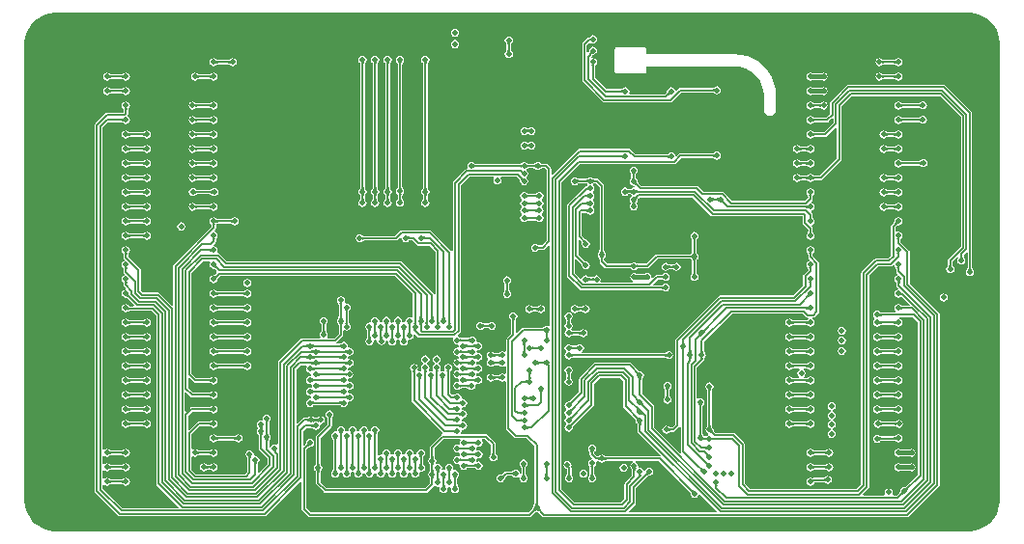
<source format=gbr>
%TF.GenerationSoftware,Altium Limited,Altium Designer,20.0.13 (296)*%
G04 Layer_Physical_Order=5*
G04 Layer_Color=16737945*
%FSLAX26Y26*%
%MOIN*%
%TF.FileFunction,Copper,L5,Inr,Signal*%
%TF.Part,Single*%
G01*
G75*
%TA.AperFunction,Conductor*%
%ADD33C,0.015748*%
%ADD34C,0.007874*%
%TA.AperFunction,ViaPad*%
%ADD36C,0.029528*%
%ADD37C,0.196850*%
%ADD38C,0.019685*%
G36*
X3156690Y1682879D02*
X3170736Y1681029D01*
X3184421Y1677362D01*
X3197510Y1671941D01*
X3209779Y1664857D01*
X3221018Y1656233D01*
X3231036Y1646215D01*
X3239661Y1634975D01*
X3246744Y1622707D01*
X3252166Y1609617D01*
X3255833Y1595933D01*
X3257682Y1581887D01*
Y1574803D01*
Y0D01*
Y-7084D01*
X3255832Y-21130D01*
X3252166Y-34815D01*
X3246744Y-47903D01*
X3239660Y-60172D01*
X3231036Y-71412D01*
X3221018Y-81430D01*
X3209778Y-90055D01*
X3197510Y-97138D01*
X3184420Y-102560D01*
X3170736Y-106226D01*
X3156689Y-108075D01*
X3149606D01*
X-2Y-108076D01*
X-7085D01*
X-21131Y-106227D01*
X-34816Y-102560D01*
X-47905Y-97139D01*
X-60174Y-90055D01*
X-71414Y-81430D01*
X-81432Y-71413D01*
X-90056Y-60173D01*
X-97139Y-47904D01*
X-102561Y-34815D01*
X-106228Y-21131D01*
X-108077Y-7084D01*
Y-1D01*
Y1574803D01*
Y1581886D01*
X-106228Y1595932D01*
X-102561Y1609617D01*
X-97140Y1622706D01*
X-90056Y1634975D01*
X-81432Y1646214D01*
X-71414Y1656232D01*
X-60174Y1664857D01*
X-47905Y1671940D01*
X-34816Y1677362D01*
X-21131Y1681029D01*
X-7085Y1682878D01*
X1Y1682879D01*
X3149606D01*
X3156690Y1682879D01*
D02*
G37*
%LPC*%
G36*
X1377953Y1628223D02*
X1372576Y1627153D01*
X1368018Y1624108D01*
X1364973Y1619550D01*
X1363903Y1614173D01*
X1364973Y1608797D01*
X1368018Y1604239D01*
X1372576Y1601193D01*
X1377953Y1600124D01*
X1383329Y1601193D01*
X1387887Y1604239D01*
X1390933Y1608797D01*
X1392002Y1614173D01*
X1390933Y1619550D01*
X1387887Y1624108D01*
X1383329Y1627153D01*
X1377953Y1628223D01*
D02*
G37*
G36*
X1853937Y1605782D02*
X1848561Y1604712D01*
X1844003Y1601667D01*
X1841993Y1598660D01*
X1841020Y1598601D01*
X1840365Y1598596D01*
X1839579Y1598263D01*
X1837325Y1597814D01*
X1834720Y1596074D01*
X1834720Y1596074D01*
X1818733Y1580086D01*
X1816992Y1577482D01*
X1816381Y1574409D01*
Y1450255D01*
X1816992Y1447183D01*
X1818733Y1444578D01*
X1886901Y1376410D01*
X1889505Y1374670D01*
X1892578Y1374058D01*
X1892578Y1374059D01*
X2121260D01*
X2124332Y1374670D01*
X2126937Y1376410D01*
X2157853Y1407326D01*
X2266068D01*
X2266442Y1407158D01*
X2267285Y1407133D01*
X2267939Y1407071D01*
X2268532Y1406973D01*
X2269068Y1406843D01*
X2269550Y1406685D01*
X2269987Y1406501D01*
X2270383Y1406291D01*
X2270750Y1406054D01*
X2271094Y1405785D01*
X2271556Y1405353D01*
X2271799Y1405261D01*
X2276120Y1402375D01*
X2281496Y1401305D01*
X2286873Y1402375D01*
X2291431Y1405420D01*
X2294476Y1409978D01*
X2295546Y1415355D01*
X2294476Y1420731D01*
X2291431Y1425289D01*
X2286873Y1428335D01*
X2281496Y1429404D01*
X2276120Y1428335D01*
X2271799Y1425448D01*
X2271556Y1425357D01*
X2271094Y1424924D01*
X2270750Y1424656D01*
X2270384Y1424418D01*
X2269987Y1424209D01*
X2269550Y1424024D01*
X2269067Y1423866D01*
X2268532Y1423736D01*
X2267939Y1423638D01*
X2267285Y1423576D01*
X2266441Y1423551D01*
X2266068Y1423383D01*
X2154528D01*
X2154528Y1423383D01*
X2151456Y1422772D01*
X2148851Y1421032D01*
X2148851Y1421031D01*
X2141888Y1414068D01*
X2136462Y1415714D01*
X2136208Y1416991D01*
X2133163Y1421549D01*
X2128605Y1424594D01*
X2123228Y1425664D01*
X2117852Y1424594D01*
X2113294Y1421549D01*
X2110248Y1416991D01*
X2109235Y1411895D01*
X2109127Y1411659D01*
X2109106Y1411026D01*
X2109053Y1410593D01*
X2108961Y1410165D01*
X2108829Y1409736D01*
X2108651Y1409298D01*
X2108421Y1408844D01*
X2108135Y1408374D01*
X2107785Y1407886D01*
X2107365Y1407379D01*
X2106787Y1406765D01*
X2106642Y1406382D01*
X2102186Y1401926D01*
X1981033D01*
X1980031Y1403801D01*
X1978865Y1406926D01*
X1979797Y1411614D01*
X1978728Y1416991D01*
X1975682Y1421549D01*
X1971124Y1424594D01*
X1965748Y1425664D01*
X1960371Y1424594D01*
X1956052Y1421708D01*
X1955808Y1421617D01*
X1955345Y1421184D01*
X1955002Y1420915D01*
X1954636Y1420678D01*
X1954239Y1420468D01*
X1953802Y1420284D01*
X1953319Y1420125D01*
X1952784Y1419996D01*
X1952191Y1419898D01*
X1951537Y1419836D01*
X1950693Y1419811D01*
X1950320Y1419643D01*
X1899782D01*
X1861965Y1457459D01*
Y1496973D01*
X1862133Y1497347D01*
X1862159Y1498190D01*
X1862221Y1498845D01*
X1862319Y1499438D01*
X1862448Y1499973D01*
X1862607Y1500456D01*
X1862791Y1500892D01*
X1863001Y1501289D01*
X1863238Y1501656D01*
X1863507Y1502000D01*
X1863939Y1502462D01*
X1864030Y1502705D01*
X1866917Y1507025D01*
X1867986Y1512402D01*
X1866917Y1517778D01*
X1863871Y1522336D01*
X1859313Y1525382D01*
X1853937Y1526451D01*
X1849249Y1525519D01*
X1848396Y1525837D01*
X1847006Y1530681D01*
X1847243Y1531755D01*
X1850473Y1534985D01*
X1850861Y1535135D01*
X1851486Y1535730D01*
X1852026Y1536193D01*
X1852561Y1536602D01*
X1853083Y1536956D01*
X1853598Y1537260D01*
X1854104Y1537515D01*
X1854603Y1537728D01*
X1855099Y1537898D01*
X1855593Y1538030D01*
X1856242Y1538155D01*
X1856942Y1538615D01*
X1859313Y1539087D01*
X1863871Y1542132D01*
X1866917Y1546690D01*
X1867986Y1552067D01*
X1866917Y1557443D01*
X1863871Y1562001D01*
X1859313Y1565047D01*
X1853937Y1566116D01*
X1848561Y1565047D01*
X1844003Y1562001D01*
X1840957Y1557443D01*
X1839888Y1552067D01*
X1840196Y1550515D01*
X1840012Y1549853D01*
X1837915Y1547155D01*
X1836454Y1545717D01*
X1834464Y1545743D01*
X1832940Y1545983D01*
X1832438Y1546191D01*
Y1571084D01*
X1840162Y1578808D01*
X1844003Y1581798D01*
X1848561Y1578752D01*
X1853937Y1577683D01*
X1859313Y1578752D01*
X1863871Y1581798D01*
X1866917Y1586356D01*
X1867986Y1591732D01*
X1866917Y1597109D01*
X1863871Y1601667D01*
X1859313Y1604712D01*
X1853937Y1605782D01*
D02*
G37*
G36*
X1377953Y1588853D02*
X1372576Y1587783D01*
X1368018Y1584738D01*
X1364973Y1580180D01*
X1363903Y1574803D01*
X1364973Y1569427D01*
X1368018Y1564869D01*
X1372576Y1561823D01*
X1377953Y1560754D01*
X1383329Y1561823D01*
X1387887Y1564869D01*
X1390933Y1569427D01*
X1392002Y1574803D01*
X1390933Y1580180D01*
X1387887Y1584738D01*
X1383329Y1587783D01*
X1377953Y1588853D01*
D02*
G37*
G36*
X1563406Y1602042D02*
X1558029Y1600972D01*
X1553471Y1597927D01*
X1550426Y1593369D01*
X1549356Y1587992D01*
X1550426Y1582616D01*
X1553312Y1578295D01*
X1553404Y1578052D01*
X1553836Y1577590D01*
X1554104Y1577246D01*
X1554342Y1576880D01*
X1554552Y1576483D01*
X1554736Y1576046D01*
X1554895Y1575563D01*
X1555024Y1575028D01*
X1555122Y1574436D01*
X1555184Y1573781D01*
X1555209Y1572938D01*
X1555377Y1572564D01*
Y1556176D01*
X1555209Y1555803D01*
X1555184Y1554959D01*
X1555122Y1554305D01*
X1555024Y1553712D01*
X1554894Y1553177D01*
X1554736Y1552694D01*
X1554552Y1552257D01*
X1554342Y1551861D01*
X1554105Y1551494D01*
X1553836Y1551150D01*
X1553404Y1550688D01*
X1553312Y1550445D01*
X1550426Y1546125D01*
X1549356Y1540748D01*
X1550426Y1535372D01*
X1553471Y1530814D01*
X1558029Y1527768D01*
X1563406Y1526699D01*
X1568782Y1527768D01*
X1573340Y1530814D01*
X1576386Y1535372D01*
X1577455Y1540748D01*
X1576386Y1546125D01*
X1573499Y1550445D01*
X1573408Y1550688D01*
X1572975Y1551150D01*
X1572707Y1551494D01*
X1572469Y1551861D01*
X1572260Y1552257D01*
X1572075Y1552694D01*
X1571917Y1553178D01*
X1571787Y1553712D01*
X1571689Y1554305D01*
X1571628Y1554959D01*
X1571602Y1555803D01*
X1571434Y1556177D01*
Y1572564D01*
X1571602Y1572938D01*
X1571628Y1573781D01*
X1571689Y1574436D01*
X1571787Y1575029D01*
X1571917Y1575564D01*
X1572075Y1576046D01*
X1572260Y1576483D01*
X1572469Y1576879D01*
X1572706Y1577246D01*
X1572976Y1577590D01*
X1573408Y1578052D01*
X1573499Y1578295D01*
X1576386Y1582616D01*
X1577455Y1587992D01*
X1576386Y1593369D01*
X1573340Y1597927D01*
X1568782Y1600972D01*
X1563406Y1602042D01*
D02*
G37*
G36*
X610236Y1526451D02*
X604860Y1525382D01*
X600540Y1522495D01*
X600297Y1522404D01*
X599834Y1521971D01*
X599491Y1521703D01*
X599124Y1521465D01*
X598727Y1521256D01*
X598290Y1521071D01*
X597807Y1520913D01*
X597273Y1520783D01*
X596680Y1520686D01*
X596025Y1520624D01*
X595182Y1520598D01*
X594808Y1520430D01*
X560704D01*
X560330Y1520598D01*
X559487Y1520624D01*
X558832Y1520686D01*
X558239Y1520783D01*
X557704Y1520913D01*
X557222Y1521071D01*
X556785Y1521256D01*
X556389Y1521465D01*
X556022Y1521703D01*
X555678Y1521972D01*
X555215Y1522404D01*
X554972Y1522495D01*
X550652Y1525382D01*
X545276Y1526451D01*
X539899Y1525382D01*
X535341Y1522336D01*
X532296Y1517778D01*
X531226Y1512402D01*
X532296Y1507025D01*
X535341Y1502467D01*
X539899Y1499422D01*
X545276Y1498352D01*
X550652Y1499422D01*
X554972Y1502308D01*
X555215Y1502399D01*
X555678Y1502832D01*
X556021Y1503101D01*
X556388Y1503338D01*
X556785Y1503548D01*
X557222Y1503732D01*
X557705Y1503891D01*
X558240Y1504020D01*
X558832Y1504118D01*
X559487Y1504180D01*
X560330Y1504205D01*
X560704Y1504373D01*
X594808D01*
X595182Y1504205D01*
X596025Y1504180D01*
X596680Y1504118D01*
X597273Y1504020D01*
X597808Y1503890D01*
X598290Y1503732D01*
X598727Y1503548D01*
X599124Y1503338D01*
X599490Y1503101D01*
X599834Y1502832D01*
X600297Y1502399D01*
X600540Y1502308D01*
X604860Y1499422D01*
X610236Y1498352D01*
X615613Y1499422D01*
X620171Y1502467D01*
X623216Y1507025D01*
X624286Y1512402D01*
X623216Y1517778D01*
X620171Y1522336D01*
X615613Y1525382D01*
X610236Y1526451D01*
D02*
G37*
G36*
X2907480Y1526451D02*
X2902104Y1525382D01*
X2897784Y1522495D01*
X2897540Y1522404D01*
X2897078Y1521971D01*
X2896735Y1521703D01*
X2896368Y1521465D01*
X2895971Y1521256D01*
X2895534Y1521071D01*
X2895051Y1520913D01*
X2894517Y1520783D01*
X2893924Y1520685D01*
X2893269Y1520623D01*
X2892426Y1520598D01*
X2892052Y1520430D01*
X2857948D01*
X2857574Y1520598D01*
X2856731Y1520623D01*
X2856076Y1520685D01*
X2855483Y1520783D01*
X2854948Y1520913D01*
X2854466Y1521071D01*
X2854029Y1521256D01*
X2853633Y1521465D01*
X2853266Y1521702D01*
X2852922Y1521972D01*
X2852460Y1522404D01*
X2852216Y1522495D01*
X2847896Y1525382D01*
X2842520Y1526451D01*
X2837143Y1525382D01*
X2832585Y1522336D01*
X2829540Y1517778D01*
X2828470Y1512402D01*
X2829540Y1507025D01*
X2832585Y1502467D01*
X2837143Y1499422D01*
X2842520Y1498352D01*
X2847896Y1499422D01*
X2852216Y1502308D01*
X2852460Y1502400D01*
X2852922Y1502832D01*
X2853265Y1503101D01*
X2853632Y1503338D01*
X2854029Y1503548D01*
X2854466Y1503732D01*
X2854949Y1503891D01*
X2855483Y1504020D01*
X2856076Y1504118D01*
X2856731Y1504180D01*
X2857574Y1504205D01*
X2857948Y1504373D01*
X2892052D01*
X2892426Y1504205D01*
X2893269Y1504180D01*
X2893924Y1504118D01*
X2894517Y1504020D01*
X2895052Y1503890D01*
X2895534Y1503732D01*
X2895971Y1503548D01*
X2896367Y1503338D01*
X2896734Y1503101D01*
X2897078Y1502832D01*
X2897540Y1502400D01*
X2897784Y1502308D01*
X2902104Y1499422D01*
X2907480Y1498352D01*
X2912857Y1499422D01*
X2917415Y1502467D01*
X2920460Y1507025D01*
X2921530Y1512402D01*
X2920460Y1517778D01*
X2917415Y1522336D01*
X2912857Y1525382D01*
X2907480Y1526451D01*
D02*
G37*
G36*
X2649606Y1476451D02*
X2644230Y1475382D01*
X2642827Y1474444D01*
X2611110D01*
X2609707Y1475382D01*
X2604331Y1476451D01*
X2598954Y1475382D01*
X2594396Y1472336D01*
X2591351Y1467778D01*
X2590281Y1462402D01*
X2591351Y1457025D01*
X2594396Y1452467D01*
X2598954Y1449422D01*
X2604331Y1448352D01*
X2609707Y1449422D01*
X2611110Y1450359D01*
X2642827D01*
X2644230Y1449422D01*
X2649606Y1448352D01*
X2654983Y1449422D01*
X2659541Y1452467D01*
X2662586Y1457025D01*
X2663656Y1462402D01*
X2662586Y1467778D01*
X2659541Y1472336D01*
X2654983Y1475382D01*
X2649606Y1476451D01*
D02*
G37*
G36*
X2907480Y1476451D02*
X2902104Y1475382D01*
X2897784Y1472495D01*
X2897541Y1472404D01*
X2897078Y1471971D01*
X2896735Y1471703D01*
X2896368Y1471465D01*
X2895971Y1471256D01*
X2895534Y1471071D01*
X2895051Y1470913D01*
X2894517Y1470783D01*
X2893924Y1470686D01*
X2893269Y1470624D01*
X2892426Y1470598D01*
X2892052Y1470430D01*
X2857948D01*
X2857574Y1470598D01*
X2856731Y1470624D01*
X2856076Y1470686D01*
X2855483Y1470783D01*
X2854948Y1470913D01*
X2854466Y1471071D01*
X2854029Y1471256D01*
X2853633Y1471465D01*
X2853266Y1471703D01*
X2852922Y1471972D01*
X2852459Y1472404D01*
X2852216Y1472495D01*
X2847896Y1475382D01*
X2842520Y1476451D01*
X2837143Y1475382D01*
X2832585Y1472336D01*
X2829540Y1467778D01*
X2828470Y1462402D01*
X2829540Y1457025D01*
X2832585Y1452467D01*
X2837143Y1449422D01*
X2842520Y1448352D01*
X2847896Y1449422D01*
X2852216Y1452308D01*
X2852459Y1452399D01*
X2852922Y1452832D01*
X2853265Y1453101D01*
X2853632Y1453338D01*
X2854029Y1453548D01*
X2854466Y1453732D01*
X2854949Y1453891D01*
X2855483Y1454020D01*
X2856076Y1454118D01*
X2856731Y1454180D01*
X2857574Y1454205D01*
X2857948Y1454373D01*
X2892052D01*
X2892426Y1454205D01*
X2893269Y1454180D01*
X2893924Y1454118D01*
X2894517Y1454020D01*
X2895052Y1453890D01*
X2895534Y1453732D01*
X2895971Y1453548D01*
X2896367Y1453338D01*
X2896734Y1453101D01*
X2897078Y1452832D01*
X2897541Y1452399D01*
X2897784Y1452308D01*
X2902104Y1449422D01*
X2907480Y1448352D01*
X2912857Y1449422D01*
X2917415Y1452467D01*
X2920460Y1457025D01*
X2921530Y1462402D01*
X2920460Y1467778D01*
X2917415Y1472336D01*
X2912857Y1475382D01*
X2907480Y1476451D01*
D02*
G37*
G36*
X545276D02*
X539899Y1475382D01*
X535579Y1472495D01*
X535336Y1472404D01*
X534873Y1471971D01*
X534530Y1471703D01*
X534163Y1471465D01*
X533766Y1471256D01*
X533330Y1471071D01*
X532846Y1470913D01*
X532312Y1470783D01*
X531719Y1470686D01*
X531064Y1470624D01*
X530221Y1470598D01*
X529847Y1470430D01*
X495743D01*
X495370Y1470598D01*
X494526Y1470624D01*
X493872Y1470686D01*
X493279Y1470783D01*
X492744Y1470913D01*
X492261Y1471071D01*
X491824Y1471256D01*
X491428Y1471465D01*
X491061Y1471703D01*
X490717Y1471972D01*
X490255Y1472404D01*
X490012Y1472495D01*
X485692Y1475382D01*
X480315Y1476451D01*
X474939Y1475382D01*
X470381Y1472336D01*
X467335Y1467778D01*
X466266Y1462402D01*
X467335Y1457025D01*
X470381Y1452467D01*
X474939Y1449422D01*
X480315Y1448352D01*
X485692Y1449422D01*
X490012Y1452308D01*
X490255Y1452399D01*
X490718Y1452832D01*
X491061Y1453101D01*
X491428Y1453338D01*
X491825Y1453548D01*
X492261Y1453732D01*
X492745Y1453891D01*
X493279Y1454020D01*
X493872Y1454118D01*
X494526Y1454180D01*
X495370Y1454205D01*
X495743Y1454373D01*
X529847D01*
X530221Y1454205D01*
X531064Y1454180D01*
X531719Y1454118D01*
X532312Y1454020D01*
X532847Y1453890D01*
X533330Y1453732D01*
X533766Y1453548D01*
X534163Y1453338D01*
X534529Y1453101D01*
X534874Y1452832D01*
X535336Y1452399D01*
X535579Y1452308D01*
X539899Y1449422D01*
X545276Y1448352D01*
X550652Y1449422D01*
X555210Y1452467D01*
X558256Y1457025D01*
X559325Y1462402D01*
X558256Y1467778D01*
X555210Y1472336D01*
X550652Y1475382D01*
X545276Y1476451D01*
D02*
G37*
G36*
X242126Y1476451D02*
X236749Y1475382D01*
X232429Y1472495D01*
X232186Y1472404D01*
X231724Y1471971D01*
X231380Y1471703D01*
X231013Y1471465D01*
X230617Y1471256D01*
X230180Y1471071D01*
X229696Y1470913D01*
X229162Y1470783D01*
X228569Y1470685D01*
X227915Y1470623D01*
X227071Y1470598D01*
X226697Y1470430D01*
X192594D01*
X192220Y1470598D01*
X191377Y1470623D01*
X190722Y1470685D01*
X190129Y1470783D01*
X189594Y1470913D01*
X189111Y1471071D01*
X188675Y1471256D01*
X188278Y1471465D01*
X187911Y1471702D01*
X187567Y1471972D01*
X187105Y1472404D01*
X186862Y1472495D01*
X182542Y1475382D01*
X177165Y1476451D01*
X171789Y1475382D01*
X167231Y1472336D01*
X164185Y1467778D01*
X163116Y1462402D01*
X164185Y1457025D01*
X167231Y1452467D01*
X171789Y1449422D01*
X177165Y1448352D01*
X182542Y1449422D01*
X186862Y1452308D01*
X187105Y1452400D01*
X187567Y1452832D01*
X187911Y1453101D01*
X188278Y1453338D01*
X188675Y1453548D01*
X189111Y1453732D01*
X189595Y1453891D01*
X190129Y1454020D01*
X190722Y1454118D01*
X191377Y1454180D01*
X192220Y1454205D01*
X192594Y1454373D01*
X226698D01*
X227071Y1454205D01*
X227915Y1454180D01*
X228569Y1454118D01*
X229162Y1454020D01*
X229697Y1453890D01*
X230180Y1453732D01*
X230617Y1453548D01*
X231013Y1453338D01*
X231380Y1453101D01*
X231724Y1452832D01*
X232186Y1452400D01*
X232429Y1452308D01*
X236749Y1449422D01*
X242126Y1448352D01*
X247502Y1449422D01*
X252060Y1452467D01*
X255106Y1457025D01*
X256175Y1462402D01*
X255106Y1467778D01*
X252060Y1472336D01*
X247502Y1475382D01*
X242126Y1476451D01*
D02*
G37*
G36*
X2649606Y1426451D02*
X2644230Y1425382D01*
X2642827Y1424444D01*
X2611110D01*
X2609707Y1425382D01*
X2604331Y1426451D01*
X2598954Y1425382D01*
X2594396Y1422336D01*
X2591351Y1417778D01*
X2590281Y1412402D01*
X2591351Y1407025D01*
X2594396Y1402467D01*
X2598954Y1399422D01*
X2604331Y1398352D01*
X2609707Y1399422D01*
X2611110Y1400359D01*
X2642827D01*
X2644230Y1399422D01*
X2649606Y1398352D01*
X2654983Y1399422D01*
X2659541Y1402467D01*
X2662586Y1407025D01*
X2663656Y1412402D01*
X2662586Y1417778D01*
X2659541Y1422336D01*
X2654983Y1425382D01*
X2649606Y1426451D01*
D02*
G37*
G36*
X242126D02*
X236749Y1425382D01*
X232429Y1422495D01*
X232186Y1422404D01*
X231724Y1421971D01*
X231380Y1421703D01*
X231013Y1421465D01*
X230617Y1421256D01*
X230180Y1421071D01*
X229696Y1420913D01*
X229162Y1420783D01*
X228569Y1420685D01*
X227915Y1420623D01*
X227071Y1420598D01*
X226697Y1420430D01*
X192594D01*
X192220Y1420598D01*
X191377Y1420623D01*
X190722Y1420685D01*
X190129Y1420783D01*
X189594Y1420913D01*
X189111Y1421071D01*
X188675Y1421256D01*
X188278Y1421465D01*
X187911Y1421702D01*
X187567Y1421972D01*
X187105Y1422404D01*
X186862Y1422495D01*
X182542Y1425382D01*
X177165Y1426451D01*
X171789Y1425382D01*
X167231Y1422336D01*
X164185Y1417778D01*
X163116Y1412402D01*
X164185Y1407025D01*
X167231Y1402467D01*
X171789Y1399422D01*
X177165Y1398352D01*
X182542Y1399422D01*
X186862Y1402308D01*
X187105Y1402400D01*
X187567Y1402832D01*
X187911Y1403101D01*
X188278Y1403338D01*
X188675Y1403548D01*
X189111Y1403732D01*
X189595Y1403891D01*
X190129Y1404020D01*
X190722Y1404118D01*
X191377Y1404180D01*
X192220Y1404205D01*
X192594Y1404373D01*
X226698D01*
X227071Y1404205D01*
X227915Y1404180D01*
X228569Y1404118D01*
X229162Y1404020D01*
X229697Y1403890D01*
X230180Y1403732D01*
X230617Y1403548D01*
X231013Y1403338D01*
X231380Y1403101D01*
X231724Y1402832D01*
X232186Y1402400D01*
X232429Y1402308D01*
X236749Y1399422D01*
X242126Y1398352D01*
X247502Y1399422D01*
X252060Y1402467D01*
X255106Y1407025D01*
X256175Y1412402D01*
X255106Y1417778D01*
X252060Y1422336D01*
X247502Y1425382D01*
X242126Y1426451D01*
D02*
G37*
G36*
X2992736Y1376972D02*
X2987359Y1375902D01*
X2983039Y1373016D01*
X2982796Y1372924D01*
X2982333Y1372491D01*
X2981990Y1372223D01*
X2981623Y1371986D01*
X2981226Y1371776D01*
X2980790Y1371592D01*
X2980306Y1371433D01*
X2979772Y1371304D01*
X2979179Y1371206D01*
X2978524Y1371144D01*
X2977681Y1371119D01*
X2977307Y1370950D01*
X2922659D01*
X2922283Y1371119D01*
X2921435Y1371143D01*
X2920763Y1371203D01*
X2920147Y1371299D01*
X2919583Y1371427D01*
X2919069Y1371584D01*
X2918596Y1371770D01*
X2918162Y1371982D01*
X2917758Y1372222D01*
X2917379Y1372492D01*
X2916885Y1372908D01*
X2916259Y1373108D01*
X2912857Y1375382D01*
X2907480Y1376451D01*
X2902104Y1375382D01*
X2897546Y1372336D01*
X2894500Y1367778D01*
X2893431Y1362402D01*
X2894500Y1357025D01*
X2897546Y1352467D01*
X2902104Y1349422D01*
X2907480Y1348352D01*
X2912857Y1349422D01*
X2917415Y1352467D01*
X2917642Y1352807D01*
X2917927Y1352931D01*
X2918356Y1353374D01*
X2918662Y1353637D01*
X2918990Y1353867D01*
X2919348Y1354071D01*
X2919746Y1354251D01*
X2920195Y1354407D01*
X2920702Y1354537D01*
X2921274Y1354636D01*
X2921911Y1354699D01*
X2922750Y1354726D01*
X2922805Y1354751D01*
X2922862Y1354731D01*
X2923199Y1354894D01*
X2977307D01*
X2977681Y1354726D01*
X2978524Y1354700D01*
X2979179Y1354638D01*
X2979772Y1354541D01*
X2980307Y1354411D01*
X2980790Y1354253D01*
X2981227Y1354068D01*
X2981623Y1353859D01*
X2981990Y1353621D01*
X2982334Y1353352D01*
X2982796Y1352920D01*
X2983039Y1352829D01*
X2987359Y1349942D01*
X2992736Y1348873D01*
X2998112Y1349942D01*
X3002670Y1352988D01*
X3005716Y1357546D01*
X3006785Y1362922D01*
X3005716Y1368299D01*
X3002670Y1372857D01*
X2998112Y1375902D01*
X2992736Y1376972D01*
D02*
G37*
G36*
X2649606Y1376451D02*
X2644230Y1375382D01*
X2639909Y1372495D01*
X2639666Y1372404D01*
X2639204Y1371971D01*
X2638860Y1371703D01*
X2638494Y1371465D01*
X2638097Y1371256D01*
X2637660Y1371071D01*
X2637177Y1370913D01*
X2636642Y1370783D01*
X2636050Y1370685D01*
X2635395Y1370623D01*
X2634552Y1370598D01*
X2634178Y1370430D01*
X2619759D01*
X2619385Y1370598D01*
X2618542Y1370623D01*
X2617887Y1370685D01*
X2617294Y1370783D01*
X2616759Y1370913D01*
X2616276Y1371071D01*
X2615840Y1371256D01*
X2615443Y1371465D01*
X2615077Y1371702D01*
X2614733Y1371972D01*
X2614271Y1372404D01*
X2614027Y1372495D01*
X2609707Y1375382D01*
X2604331Y1376451D01*
X2598954Y1375382D01*
X2594396Y1372336D01*
X2591351Y1367778D01*
X2590281Y1362402D01*
X2591351Y1357025D01*
X2594396Y1352467D01*
X2598954Y1349422D01*
X2604331Y1348352D01*
X2609707Y1349422D01*
X2614027Y1352308D01*
X2614271Y1352400D01*
X2614733Y1352832D01*
X2615076Y1353101D01*
X2615443Y1353338D01*
X2615840Y1353548D01*
X2616277Y1353732D01*
X2616760Y1353891D01*
X2617294Y1354020D01*
X2617887Y1354118D01*
X2618542Y1354180D01*
X2619385Y1354205D01*
X2619759Y1354373D01*
X2634178D01*
X2634552Y1354205D01*
X2635395Y1354180D01*
X2636050Y1354118D01*
X2636643Y1354020D01*
X2637178Y1353890D01*
X2637660Y1353732D01*
X2638097Y1353548D01*
X2638493Y1353338D01*
X2638860Y1353101D01*
X2639204Y1352832D01*
X2639666Y1352400D01*
X2639909Y1352308D01*
X2644230Y1349422D01*
X2649606Y1348352D01*
X2654983Y1349422D01*
X2659541Y1352467D01*
X2662586Y1357025D01*
X2663656Y1362402D01*
X2662586Y1367778D01*
X2659541Y1372336D01*
X2654983Y1375382D01*
X2649606Y1376451D01*
D02*
G37*
G36*
X545276Y1376450D02*
X539899Y1375381D01*
X535579Y1372494D01*
X535336Y1372403D01*
X534874Y1371971D01*
X534530Y1371702D01*
X534163Y1371465D01*
X533766Y1371255D01*
X533330Y1371071D01*
X532846Y1370912D01*
X532312Y1370783D01*
X531719Y1370685D01*
X531064Y1370623D01*
X530221Y1370598D01*
X529847Y1370429D01*
X487869D01*
X487495Y1370598D01*
X486652Y1370623D01*
X485998Y1370685D01*
X485404Y1370783D01*
X484870Y1370912D01*
X484387Y1371071D01*
X483950Y1371255D01*
X483554Y1371465D01*
X483187Y1371702D01*
X482843Y1371971D01*
X482381Y1372403D01*
X482138Y1372494D01*
X477817Y1375381D01*
X472441Y1376450D01*
X467064Y1375381D01*
X462506Y1372335D01*
X459461Y1367777D01*
X458391Y1362401D01*
X459461Y1357024D01*
X462506Y1352466D01*
X467064Y1349421D01*
X472441Y1348351D01*
X477817Y1349421D01*
X482138Y1352308D01*
X482381Y1352399D01*
X482843Y1352831D01*
X483187Y1353100D01*
X483553Y1353337D01*
X483950Y1353547D01*
X484387Y1353732D01*
X484870Y1353890D01*
X485405Y1354020D01*
X485998Y1354117D01*
X486652Y1354179D01*
X487495Y1354205D01*
X487869Y1354373D01*
X529847D01*
X530221Y1354205D01*
X531064Y1354179D01*
X531719Y1354117D01*
X532312Y1354019D01*
X532847Y1353890D01*
X533330Y1353732D01*
X533766Y1353547D01*
X534163Y1353338D01*
X534529Y1353100D01*
X534874Y1352831D01*
X535336Y1352399D01*
X535579Y1352308D01*
X539899Y1349421D01*
X545276Y1348351D01*
X550652Y1349421D01*
X555210Y1352466D01*
X558256Y1357024D01*
X559325Y1362401D01*
X558256Y1367777D01*
X555210Y1372335D01*
X550652Y1375381D01*
X545276Y1376450D01*
D02*
G37*
G36*
X2034850Y1562450D02*
X1932487D01*
X1929474Y1561202D01*
X1928226Y1558189D01*
Y1479448D01*
X1929474Y1476435D01*
X1932487Y1475187D01*
X2034850D01*
X2037863Y1476435D01*
X2039111Y1479448D01*
Y1497147D01*
X2039763Y1497682D01*
X2336614D01*
X2337472Y1497853D01*
X2342402Y1497682D01*
D01*
X2347321Y1497594D01*
X2362166Y1496132D01*
X2381170Y1490367D01*
X2398684Y1481005D01*
X2414036Y1468407D01*
X2426635Y1453055D01*
X2435996Y1435540D01*
X2441761Y1416536D01*
X2443577Y1398104D01*
X2443312Y1396772D01*
Y1347834D01*
X2444930Y1339700D01*
X2449537Y1332805D01*
X2456433Y1328197D01*
X2464566Y1326579D01*
X2472700Y1328197D01*
X2479596Y1332805D01*
X2484203Y1339700D01*
X2485821Y1347834D01*
Y1396772D01*
X2485855D01*
X2484089Y1419213D01*
X2478834Y1441102D01*
X2470220Y1461899D01*
X2458458Y1481092D01*
X2443839Y1498209D01*
X2426722Y1512828D01*
X2407528Y1524590D01*
X2386731Y1533205D01*
X2364843Y1538459D01*
X2342402Y1540226D01*
Y1540226D01*
X2337472Y1540021D01*
X2336614Y1540192D01*
X2039763D01*
X2039111Y1540727D01*
Y1558189D01*
X2037863Y1561202D01*
X2034850Y1562450D01*
D02*
G37*
G36*
X2992736Y1326972D02*
X2987359Y1325902D01*
X2983039Y1323016D01*
X2982796Y1322924D01*
X2982333Y1322491D01*
X2981990Y1322223D01*
X2981623Y1321986D01*
X2981226Y1321776D01*
X2980790Y1321592D01*
X2980306Y1321433D01*
X2979772Y1321304D01*
X2979179Y1321206D01*
X2978524Y1321144D01*
X2977681Y1321119D01*
X2977307Y1320950D01*
X2922659D01*
X2922283Y1321119D01*
X2921435Y1321143D01*
X2920763Y1321203D01*
X2920147Y1321299D01*
X2919583Y1321427D01*
X2919069Y1321584D01*
X2918596Y1321770D01*
X2918162Y1321982D01*
X2917758Y1322222D01*
X2917379Y1322492D01*
X2916885Y1322908D01*
X2916259Y1323108D01*
X2912857Y1325382D01*
X2907480Y1326451D01*
X2902104Y1325382D01*
X2897546Y1322336D01*
X2894500Y1317778D01*
X2893431Y1312402D01*
X2894500Y1307025D01*
X2897546Y1302467D01*
X2902104Y1299422D01*
X2907480Y1298352D01*
X2912857Y1299422D01*
X2917415Y1302467D01*
X2917642Y1302807D01*
X2917927Y1302931D01*
X2918356Y1303374D01*
X2918662Y1303637D01*
X2918990Y1303867D01*
X2919348Y1304071D01*
X2919746Y1304251D01*
X2920195Y1304407D01*
X2920702Y1304537D01*
X2921274Y1304636D01*
X2921911Y1304699D01*
X2922750Y1304726D01*
X2922805Y1304751D01*
X2922862Y1304731D01*
X2923199Y1304894D01*
X2977307D01*
X2977681Y1304726D01*
X2978524Y1304700D01*
X2979179Y1304638D01*
X2979772Y1304541D01*
X2980307Y1304411D01*
X2980790Y1304253D01*
X2981227Y1304068D01*
X2981623Y1303859D01*
X2981990Y1303621D01*
X2982334Y1303352D01*
X2982796Y1302920D01*
X2983039Y1302829D01*
X2987359Y1299942D01*
X2992736Y1298873D01*
X2998112Y1299942D01*
X3002670Y1302988D01*
X3005716Y1307546D01*
X3006785Y1312922D01*
X3005716Y1318299D01*
X3002670Y1322857D01*
X2998112Y1325902D01*
X2992736Y1326972D01*
D02*
G37*
G36*
X545276Y1326450D02*
X539899Y1325381D01*
X535579Y1322494D01*
X535336Y1322403D01*
X534874Y1321971D01*
X534530Y1321702D01*
X534163Y1321465D01*
X533766Y1321255D01*
X533330Y1321071D01*
X532846Y1320912D01*
X532312Y1320783D01*
X531719Y1320685D01*
X531064Y1320623D01*
X530221Y1320598D01*
X529847Y1320429D01*
X487869D01*
X487495Y1320598D01*
X486652Y1320623D01*
X485998Y1320685D01*
X485404Y1320783D01*
X484869Y1320912D01*
X484387Y1321071D01*
X483950Y1321255D01*
X483554Y1321465D01*
X483187Y1321702D01*
X482843Y1321971D01*
X482381Y1322403D01*
X482138Y1322494D01*
X477817Y1325381D01*
X472441Y1326450D01*
X467064Y1325381D01*
X462506Y1322335D01*
X459461Y1317777D01*
X458391Y1312401D01*
X459461Y1307024D01*
X462506Y1302466D01*
X467064Y1299421D01*
X472441Y1298351D01*
X477817Y1299421D01*
X482138Y1302308D01*
X482381Y1302399D01*
X482843Y1302831D01*
X483187Y1303100D01*
X483553Y1303337D01*
X483950Y1303547D01*
X484387Y1303732D01*
X484870Y1303890D01*
X485405Y1304020D01*
X485998Y1304117D01*
X486652Y1304179D01*
X487495Y1304205D01*
X487869Y1304373D01*
X529847D01*
X530221Y1304205D01*
X531064Y1304179D01*
X531719Y1304117D01*
X532312Y1304019D01*
X532847Y1303890D01*
X533330Y1303732D01*
X533766Y1303547D01*
X534163Y1303338D01*
X534529Y1303100D01*
X534874Y1302831D01*
X535336Y1302399D01*
X535579Y1302308D01*
X539899Y1299421D01*
X545276Y1298351D01*
X550652Y1299421D01*
X555210Y1302466D01*
X558256Y1307024D01*
X559325Y1312401D01*
X558256Y1317777D01*
X555210Y1322335D01*
X550652Y1325381D01*
X545276Y1326450D01*
D02*
G37*
G36*
X242126Y1376451D02*
X236749Y1375382D01*
X232191Y1372336D01*
X229146Y1367778D01*
X228076Y1362402D01*
X229146Y1357025D01*
X232032Y1352705D01*
X232124Y1352462D01*
X232557Y1351999D01*
X232825Y1351656D01*
X233062Y1351289D01*
X233272Y1350892D01*
X233456Y1350456D01*
X233615Y1349972D01*
X233744Y1349438D01*
X233842Y1348845D01*
X233904Y1348190D01*
X233929Y1347347D01*
X234098Y1346973D01*
Y1338737D01*
X178179D01*
X175106Y1338126D01*
X172502Y1336386D01*
X172502Y1336385D01*
X137040Y1300923D01*
X135299Y1298319D01*
X134688Y1295246D01*
Y30512D01*
X135299Y27439D01*
X137040Y24835D01*
X216764Y-54889D01*
X216764Y-54889D01*
X219368Y-56630D01*
X222441Y-57241D01*
X720473D01*
X723545Y-56630D01*
X726149Y-54889D01*
X844636Y63597D01*
X849255Y61683D01*
Y-32480D01*
X849866Y-35553D01*
X851606Y-38157D01*
X871291Y-57842D01*
X871291Y-57842D01*
X873896Y-59582D01*
X876968Y-60194D01*
X876969Y-60194D01*
X1634843D01*
X1637915Y-59582D01*
X1640520Y-57842D01*
X1654216Y-44145D01*
X1654599Y-44000D01*
X1655214Y-43422D01*
X1655719Y-43004D01*
X1656209Y-42653D01*
X1656679Y-42366D01*
X1657132Y-42136D01*
X1657570Y-41959D01*
X1658001Y-41826D01*
X1658427Y-41734D01*
X1658861Y-41681D01*
X1659449Y-41662D01*
X1660037Y-41681D01*
X1660471Y-41734D01*
X1660898Y-41826D01*
X1661327Y-41958D01*
X1661766Y-42136D01*
X1662219Y-42366D01*
X1662689Y-42653D01*
X1663177Y-43003D01*
X1663684Y-43422D01*
X1664298Y-44000D01*
X1664681Y-44145D01*
X1678378Y-57842D01*
X1680983Y-59582D01*
X1684055Y-60194D01*
X1684055Y-60194D01*
X2938977D01*
X2942049Y-59582D01*
X2944653Y-57842D01*
X3047999Y45504D01*
X3048000Y45504D01*
X3049740Y48109D01*
X3050351Y51181D01*
X3050351Y51181D01*
Y640748D01*
X3049740Y643820D01*
X3048000Y646425D01*
X3047999Y646425D01*
X2947005Y747420D01*
Y856299D01*
X2946394Y859371D01*
X2944653Y861976D01*
X2915509Y891121D01*
Y896973D01*
X2915677Y897347D01*
X2915702Y898190D01*
X2915764Y898845D01*
X2915862Y899438D01*
X2915992Y899973D01*
X2916150Y900456D01*
X2916334Y900892D01*
X2916544Y901289D01*
X2916781Y901655D01*
X2917050Y902000D01*
X2917483Y902462D01*
X2917574Y902705D01*
X2920460Y907025D01*
X2921530Y912402D01*
X2920460Y917778D01*
X2917415Y922336D01*
X2912857Y925382D01*
X2907480Y926451D01*
X2902792Y925519D01*
X2899667Y926684D01*
X2897792Y927686D01*
Y941360D01*
X2902248Y945815D01*
X2902631Y945961D01*
X2903245Y946539D01*
X2903750Y946957D01*
X2904240Y947308D01*
X2904711Y947595D01*
X2905164Y947824D01*
X2905602Y948002D01*
X2906032Y948135D01*
X2906458Y948226D01*
X2906892Y948279D01*
X2907525Y948301D01*
X2907761Y948408D01*
X2912857Y949422D01*
X2917415Y952467D01*
X2920460Y957025D01*
X2921530Y962402D01*
X2920460Y967778D01*
X2917415Y972336D01*
X2912857Y975382D01*
X2907480Y976451D01*
X2902104Y975382D01*
X2897546Y972336D01*
X2894500Y967778D01*
X2893487Y962682D01*
X2893379Y962446D01*
X2893358Y961814D01*
X2893305Y961380D01*
X2893214Y960953D01*
X2893081Y960524D01*
X2892903Y960085D01*
X2892673Y959631D01*
X2892387Y959162D01*
X2892037Y958673D01*
X2891618Y958167D01*
X2891039Y957552D01*
X2890894Y957169D01*
X2884087Y950362D01*
X2882347Y947758D01*
X2881735Y944685D01*
Y842863D01*
X2872688Y833816D01*
X2829753D01*
X2826681Y833205D01*
X2824077Y831464D01*
X2824076Y831464D01*
X2781725Y789112D01*
X2779984Y786508D01*
X2779373Y783436D01*
Y53493D01*
X2764420Y38540D01*
X2396013D01*
X2378107Y56446D01*
Y190944D01*
X2378107Y190945D01*
X2377496Y194017D01*
X2375756Y196622D01*
X2343275Y229102D01*
X2340671Y230842D01*
X2337598Y231453D01*
X2277932D01*
X2272492Y236893D01*
X2272347Y237276D01*
X2271768Y237891D01*
X2271350Y238396D01*
X2270999Y238886D01*
X2270712Y239356D01*
X2270483Y239809D01*
X2270305Y240247D01*
X2270172Y240678D01*
X2270081Y241104D01*
X2270028Y241538D01*
X2270006Y242170D01*
X2269899Y242407D01*
X2268885Y247502D01*
X2265999Y251822D01*
X2265908Y252066D01*
X2265475Y252529D01*
X2265207Y252872D01*
X2264969Y253238D01*
X2264760Y253635D01*
X2264575Y254072D01*
X2264416Y254555D01*
X2264287Y255090D01*
X2264189Y255683D01*
X2264127Y256337D01*
X2264102Y257180D01*
X2263934Y257554D01*
Y376304D01*
X2264102Y376678D01*
X2264127Y377521D01*
X2264189Y378176D01*
X2264287Y378769D01*
X2264417Y379304D01*
X2264575Y379786D01*
X2264760Y380223D01*
X2264969Y380620D01*
X2265206Y380986D01*
X2265475Y381330D01*
X2265908Y381793D01*
X2265999Y382036D01*
X2268885Y386356D01*
X2269955Y391732D01*
X2268885Y397109D01*
X2265840Y401667D01*
X2261282Y404712D01*
X2255905Y405782D01*
X2250529Y404712D01*
X2245971Y401667D01*
X2242925Y397109D01*
X2241856Y391732D01*
X2242925Y386356D01*
X2245812Y382036D01*
X2245903Y381793D01*
X2246336Y381330D01*
X2246604Y380987D01*
X2246842Y380620D01*
X2247052Y380223D01*
X2247236Y379786D01*
X2247394Y379303D01*
X2247524Y378769D01*
X2247622Y378176D01*
X2247684Y377521D01*
X2247709Y376678D01*
X2247877Y376304D01*
Y257554D01*
X2247709Y257180D01*
X2247684Y256337D01*
X2247622Y255683D01*
X2247524Y255089D01*
X2247394Y254554D01*
X2247236Y254072D01*
X2247052Y253635D01*
X2246842Y253239D01*
X2246605Y252872D01*
X2246336Y252528D01*
X2245903Y252066D01*
X2245812Y251822D01*
X2242925Y247502D01*
X2241856Y242126D01*
X2242925Y236749D01*
X2245971Y232191D01*
X2250529Y229146D01*
X2251630Y228927D01*
Y223829D01*
X2250529Y223610D01*
X2246209Y220723D01*
X2245966Y220632D01*
X2245503Y220199D01*
X2245160Y219931D01*
X2244793Y219694D01*
X2244396Y219484D01*
X2243959Y219299D01*
X2243476Y219141D01*
X2242942Y219011D01*
X2242349Y218914D01*
X2241694Y218852D01*
X2240851Y218826D01*
X2240551Y218691D01*
X2240257Y218826D01*
X2239423Y218855D01*
X2238841Y218920D01*
X2238368Y219016D01*
X2237998Y219129D01*
X2237719Y219249D01*
X2237514Y219368D01*
X2237360Y219486D01*
X2237231Y219615D01*
X2237109Y219773D01*
X2236857Y220203D01*
X2236253Y220660D01*
X2234503Y223279D01*
X2234411Y223523D01*
X2233979Y223985D01*
X2233711Y224328D01*
X2233473Y224695D01*
X2233263Y225092D01*
X2233079Y225529D01*
X2232920Y226012D01*
X2232791Y226546D01*
X2232693Y227139D01*
X2232631Y227794D01*
X2232606Y228637D01*
X2232438Y229011D01*
Y320694D01*
X2232606Y321067D01*
X2232631Y321911D01*
X2232693Y322565D01*
X2232791Y323158D01*
X2232921Y323693D01*
X2233079Y324176D01*
X2233263Y324613D01*
X2233473Y325009D01*
X2233710Y325376D01*
X2233979Y325720D01*
X2234411Y326182D01*
X2234503Y326425D01*
X2237389Y330745D01*
X2238459Y336122D01*
X2237389Y341498D01*
X2234344Y346057D01*
X2229786Y349102D01*
X2224409Y350171D01*
X2219033Y349102D01*
X2217753Y348247D01*
X2212753Y350919D01*
Y457304D01*
X2234952Y479504D01*
X2236693Y482108D01*
X2237120Y484257D01*
X2237471Y485023D01*
X2237541Y486906D01*
X2237607Y487532D01*
X2237696Y488079D01*
X2237792Y488492D01*
X2237880Y488766D01*
X2237917Y488850D01*
X2237936Y488889D01*
X2237983Y488947D01*
X2238088Y488990D01*
X2238258Y489392D01*
X2239265Y490065D01*
X2242311Y494623D01*
X2243380Y500000D01*
X2242311Y505377D01*
X2239424Y509697D01*
X2239333Y509940D01*
X2238900Y510403D01*
X2238632Y510746D01*
X2238394Y511113D01*
X2238185Y511509D01*
X2238000Y511946D01*
X2237842Y512429D01*
X2237712Y512964D01*
X2237615Y513557D01*
X2237553Y514211D01*
X2237527Y515055D01*
X2237359Y515428D01*
Y546871D01*
X2333050Y642562D01*
X2579352D01*
X2589796Y632118D01*
X2592400Y630378D01*
X2595472Y629767D01*
X2597884Y625822D01*
X2598034Y624767D01*
X2594634Y622495D01*
X2594391Y622404D01*
X2593929Y621971D01*
X2593585Y621703D01*
X2593218Y621465D01*
X2592821Y621256D01*
X2592385Y621071D01*
X2591901Y620913D01*
X2591367Y620783D01*
X2590774Y620685D01*
X2590119Y620624D01*
X2589276Y620598D01*
X2588902Y620430D01*
X2546924D01*
X2546550Y620598D01*
X2545707Y620624D01*
X2545052Y620685D01*
X2544459Y620783D01*
X2543924Y620913D01*
X2543442Y621071D01*
X2543005Y621256D01*
X2542609Y621465D01*
X2542242Y621702D01*
X2541898Y621971D01*
X2541436Y622404D01*
X2541193Y622495D01*
X2536872Y625382D01*
X2531496Y626451D01*
X2526119Y625382D01*
X2521561Y622336D01*
X2518516Y617778D01*
X2517446Y612402D01*
X2518516Y607025D01*
X2521561Y602467D01*
X2526119Y599422D01*
X2531496Y598352D01*
X2536872Y599422D01*
X2541193Y602308D01*
X2541436Y602400D01*
X2541898Y602832D01*
X2542242Y603101D01*
X2542608Y603338D01*
X2543005Y603548D01*
X2543442Y603732D01*
X2543925Y603891D01*
X2544460Y604020D01*
X2545052Y604118D01*
X2545707Y604180D01*
X2546550Y604205D01*
X2546924Y604373D01*
X2588902D01*
X2589276Y604205D01*
X2590119Y604180D01*
X2590774Y604118D01*
X2591367Y604020D01*
X2591902Y603890D01*
X2592385Y603732D01*
X2592821Y603548D01*
X2593218Y603338D01*
X2593584Y603101D01*
X2593929Y602832D01*
X2594391Y602400D01*
X2594634Y602308D01*
X2598954Y599422D01*
X2604331Y598352D01*
X2609707Y599422D01*
X2614265Y602467D01*
X2617311Y607025D01*
X2618380Y612402D01*
X2617311Y617778D01*
X2614265Y622336D01*
X2610627Y624767D01*
X2611272Y629300D01*
X2611459Y629767D01*
X2614173D01*
X2617246Y630378D01*
X2619850Y632118D01*
X2631661Y643929D01*
X2631661Y643929D01*
X2633401Y646534D01*
X2634013Y649606D01*
X2634013Y649607D01*
Y817913D01*
X2634013Y817913D01*
X2633401Y820986D01*
X2631661Y823590D01*
X2631661Y823591D01*
X2612359Y842893D01*
Y846973D01*
X2612527Y847347D01*
X2612552Y848190D01*
X2612614Y848845D01*
X2612712Y849438D01*
X2612842Y849973D01*
X2613000Y850456D01*
X2613185Y850892D01*
X2613394Y851289D01*
X2613631Y851655D01*
X2613901Y852000D01*
X2614333Y852462D01*
X2614424Y852705D01*
X2617311Y857025D01*
X2618380Y862402D01*
X2617311Y867778D01*
X2614265Y872336D01*
X2609707Y875382D01*
X2604331Y876451D01*
X2598954Y875382D01*
X2594396Y872336D01*
X2591351Y867778D01*
X2590281Y862402D01*
X2591351Y857025D01*
X2594237Y852705D01*
X2594329Y852462D01*
X2594761Y852000D01*
X2595030Y851656D01*
X2595267Y851289D01*
X2595477Y850892D01*
X2595661Y850456D01*
X2595820Y849972D01*
X2595949Y849438D01*
X2596047Y848845D01*
X2596109Y848190D01*
X2596134Y847347D01*
X2596302Y846973D01*
Y839567D01*
X2596913Y836495D01*
X2598654Y833890D01*
X2601548Y830996D01*
X2599903Y825570D01*
X2598954Y825382D01*
X2594396Y822336D01*
X2591351Y817778D01*
X2590281Y812402D01*
X2591351Y807025D01*
X2594237Y802705D01*
X2594329Y802462D01*
X2594761Y802000D01*
X2595030Y801656D01*
X2595267Y801289D01*
X2595477Y800892D01*
X2595661Y800456D01*
X2595820Y799972D01*
X2595949Y799438D01*
X2596047Y798845D01*
X2596109Y798190D01*
X2596134Y797347D01*
X2596302Y796973D01*
Y793680D01*
X2580937Y778315D01*
X2579197Y775710D01*
X2578586Y772638D01*
Y740501D01*
X2543948Y705863D01*
X2292323D01*
X2292323Y705863D01*
X2289251Y705252D01*
X2286646Y703511D01*
X2286646Y703511D01*
X2139992Y556858D01*
X2138252Y554253D01*
X2137641Y551181D01*
Y261199D01*
X2126596Y250154D01*
X2121727D01*
X2121354Y250322D01*
X2120511Y250348D01*
X2119856Y250410D01*
X2119263Y250507D01*
X2118728Y250637D01*
X2118245Y250795D01*
X2117809Y250980D01*
X2117412Y251189D01*
X2117045Y251427D01*
X2116701Y251696D01*
X2116239Y252128D01*
X2115996Y252219D01*
X2111676Y255106D01*
X2106299Y256175D01*
X2100923Y255106D01*
X2096365Y252060D01*
X2093319Y247502D01*
X2092250Y242126D01*
X2093319Y236749D01*
X2096365Y232191D01*
X2100923Y229146D01*
X2106299Y228076D01*
X2111676Y229146D01*
X2115996Y232032D01*
X2116239Y232124D01*
X2116702Y232557D01*
X2117045Y232825D01*
X2117412Y233062D01*
X2117809Y233272D01*
X2118245Y233456D01*
X2118729Y233615D01*
X2119263Y233744D01*
X2119856Y233842D01*
X2120511Y233904D01*
X2121354Y233929D01*
X2121728Y234098D01*
X2129921D01*
X2132994Y234709D01*
X2135598Y236449D01*
X2151342Y252193D01*
X2151360Y252193D01*
X2156342Y250674D01*
Y168307D01*
X2156953Y165235D01*
X2158188Y163387D01*
X2154304Y160200D01*
X2065115Y249389D01*
Y320866D01*
X2065115Y320866D01*
X2064504Y323938D01*
X2062764Y326543D01*
X2062763Y326543D01*
X2023776Y365530D01*
Y414690D01*
X2023945Y415064D01*
X2023970Y415907D01*
X2024032Y416561D01*
X2024130Y417154D01*
X2024259Y417690D01*
X2024418Y418172D01*
X2024602Y418609D01*
X2024812Y419005D01*
X2025049Y419372D01*
X2025318Y419716D01*
X2025750Y420178D01*
X2025842Y420422D01*
X2028728Y424742D01*
X2029798Y430118D01*
X2028728Y435495D01*
X2025683Y440053D01*
X2021125Y443098D01*
X2016029Y444112D01*
X2015792Y444219D01*
X2015160Y444240D01*
X2014726Y444293D01*
X2014299Y444385D01*
X2013870Y444517D01*
X2013431Y444695D01*
X2012978Y444925D01*
X2012508Y445212D01*
X2012020Y445562D01*
X2011513Y445981D01*
X2010899Y446559D01*
X2010515Y446704D01*
X1985992Y471228D01*
X1983387Y472968D01*
X1980315Y473579D01*
X1861220D01*
X1858148Y472968D01*
X1855544Y471228D01*
X1855543Y471228D01*
X1808300Y423984D01*
X1806559Y421379D01*
X1805948Y418307D01*
Y373404D01*
X1774918Y342374D01*
X1774534Y342228D01*
X1773920Y341650D01*
X1773415Y341232D01*
X1772925Y340881D01*
X1772455Y340594D01*
X1772002Y340365D01*
X1771563Y340187D01*
X1771133Y340054D01*
X1770707Y339963D01*
X1770273Y339910D01*
X1769641Y339888D01*
X1769404Y339781D01*
X1764309Y338767D01*
X1759751Y335722D01*
X1756705Y331164D01*
X1755636Y325787D01*
X1756705Y320411D01*
X1759751Y315853D01*
X1760290Y315492D01*
Y310492D01*
X1759751Y310131D01*
X1756705Y305573D01*
X1755636Y300197D01*
X1756705Y294820D01*
X1759751Y290262D01*
X1760290Y289902D01*
Y284902D01*
X1759751Y284541D01*
X1756705Y279983D01*
X1755636Y274606D01*
X1756705Y269230D01*
X1759751Y264672D01*
X1760290Y264311D01*
Y259311D01*
X1759751Y258950D01*
X1756705Y254392D01*
X1755636Y249016D01*
X1756705Y243639D01*
X1759751Y239081D01*
X1764309Y236036D01*
X1769685Y234966D01*
X1775062Y236036D01*
X1779620Y239081D01*
X1782665Y243639D01*
X1783679Y248735D01*
X1783786Y248971D01*
X1783807Y249604D01*
X1783860Y250038D01*
X1783952Y250464D01*
X1784084Y250894D01*
X1784262Y251333D01*
X1784492Y251786D01*
X1784779Y252256D01*
X1785129Y252744D01*
X1785548Y253251D01*
X1786126Y253865D01*
X1786271Y254248D01*
X1855086Y323063D01*
X1855086Y323063D01*
X1856827Y325668D01*
X1857438Y328740D01*
Y400305D01*
X1879223Y422090D01*
X1948504D01*
X1958507Y412087D01*
Y322795D01*
X1959118Y319723D01*
X1960859Y317118D01*
X1999122Y278855D01*
X1999268Y278472D01*
X1999846Y277857D01*
X2000265Y277351D01*
X2000615Y276863D01*
X2000902Y276392D01*
X2001131Y275939D01*
X2001309Y275501D01*
X2001442Y275070D01*
X2001533Y274644D01*
X2001586Y274210D01*
X2001608Y273578D01*
X2001715Y273341D01*
X2002729Y268245D01*
X2005615Y263925D01*
X2005707Y263682D01*
X2006139Y263219D01*
X2006408Y262876D01*
X2006645Y262510D01*
X2006855Y262113D01*
X2007039Y261676D01*
X2007198Y261193D01*
X2007327Y260658D01*
X2007425Y260065D01*
X2007487Y259411D01*
X2007512Y258567D01*
X2007680Y258194D01*
Y237331D01*
X2008292Y234259D01*
X2010032Y231655D01*
X2087124Y154563D01*
X2084660Y149955D01*
X2083425Y150201D01*
X1900258D01*
X1899884Y150369D01*
X1899041Y150394D01*
X1898386Y150456D01*
X1897793Y150554D01*
X1897258Y150683D01*
X1896775Y150842D01*
X1896339Y151026D01*
X1895942Y151236D01*
X1895576Y151473D01*
X1895232Y151742D01*
X1894770Y152174D01*
X1894526Y152266D01*
X1890206Y155152D01*
X1884830Y156222D01*
X1879453Y155152D01*
X1875133Y152266D01*
X1874890Y152175D01*
X1874428Y151742D01*
X1874084Y151473D01*
X1873717Y151236D01*
X1873320Y151026D01*
X1872883Y150841D01*
X1872401Y150684D01*
X1871866Y150554D01*
X1871272Y150456D01*
X1870618Y150394D01*
X1869775Y150369D01*
X1869401Y150200D01*
X1868043D01*
X1858422Y159822D01*
Y162032D01*
X1858590Y162406D01*
X1858616Y163249D01*
X1858677Y163904D01*
X1858775Y164497D01*
X1858905Y165032D01*
X1859063Y165515D01*
X1859248Y165951D01*
X1859457Y166348D01*
X1859694Y166714D01*
X1859964Y167059D01*
X1860396Y167521D01*
X1860487Y167764D01*
X1863374Y172084D01*
X1864443Y177461D01*
X1863374Y182837D01*
X1860328Y187395D01*
X1855770Y190441D01*
X1850394Y191510D01*
X1845017Y190441D01*
X1840459Y187395D01*
X1837414Y182837D01*
X1836344Y177461D01*
X1837414Y172084D01*
X1840300Y167764D01*
X1840392Y167521D01*
X1840824Y167059D01*
X1841092Y166715D01*
X1841330Y166348D01*
X1841540Y165951D01*
X1841724Y165515D01*
X1841883Y165031D01*
X1842012Y164497D01*
X1842110Y163904D01*
X1842172Y163249D01*
X1842197Y162406D01*
X1842365Y162032D01*
Y156496D01*
X1842976Y153424D01*
X1844717Y150820D01*
X1850924Y144613D01*
X1850803Y143518D01*
X1848954Y139511D01*
X1845017Y138728D01*
X1840459Y135683D01*
X1837414Y131125D01*
X1836344Y125748D01*
X1837414Y120371D01*
X1840300Y116052D01*
X1840391Y115808D01*
X1840824Y115345D01*
X1841093Y115002D01*
X1841330Y114635D01*
X1841540Y114239D01*
X1841724Y113802D01*
X1841883Y113319D01*
X1842012Y112784D01*
X1842110Y112191D01*
X1842172Y111537D01*
X1842197Y110693D01*
X1842365Y110320D01*
Y89995D01*
X1842197Y89621D01*
X1842172Y88778D01*
X1842110Y88124D01*
X1842012Y87531D01*
X1841882Y86996D01*
X1841724Y86513D01*
X1841540Y86076D01*
X1841330Y85680D01*
X1841093Y85313D01*
X1840824Y84969D01*
X1840391Y84507D01*
X1840300Y84263D01*
X1837414Y79943D01*
X1836344Y74567D01*
X1837414Y69190D01*
X1840459Y64632D01*
X1845017Y61587D01*
X1850394Y60517D01*
X1855770Y61587D01*
X1860328Y64632D01*
X1863374Y69190D01*
X1864443Y74567D01*
X1863374Y79943D01*
X1860487Y84263D01*
X1860396Y84507D01*
X1859963Y84969D01*
X1859695Y85313D01*
X1859457Y85679D01*
X1859248Y86076D01*
X1859063Y86513D01*
X1858905Y86996D01*
X1858775Y87531D01*
X1858678Y88124D01*
X1858616Y88778D01*
X1858590Y89621D01*
X1858422Y89995D01*
Y110320D01*
X1858590Y110694D01*
X1858616Y111537D01*
X1858678Y112191D01*
X1858775Y112784D01*
X1858905Y113319D01*
X1859063Y113802D01*
X1859248Y114239D01*
X1859457Y114635D01*
X1859695Y115002D01*
X1859964Y115346D01*
X1860396Y115808D01*
X1860487Y116052D01*
X1863374Y120371D01*
X1864443Y125748D01*
X1863748Y129241D01*
X1863865Y129832D01*
X1866388Y133402D01*
X1867370Y134144D01*
X1869401D01*
X1869775Y133976D01*
X1870618Y133950D01*
X1871273Y133888D01*
X1871866Y133791D01*
X1872401Y133661D01*
X1872884Y133503D01*
X1873320Y133318D01*
X1873717Y133108D01*
X1874084Y132871D01*
X1874428Y132602D01*
X1874890Y132170D01*
X1875133Y132078D01*
X1879453Y129192D01*
X1884830Y128123D01*
X1890206Y129192D01*
X1894526Y132079D01*
X1894770Y132170D01*
X1895232Y132602D01*
X1895575Y132871D01*
X1895942Y133108D01*
X1896339Y133318D01*
X1896776Y133503D01*
X1897259Y133661D01*
X1897793Y133791D01*
X1898386Y133888D01*
X1899041Y133950D01*
X1899884Y133976D01*
X1900258Y134144D01*
X1990306D01*
X1990798Y129144D01*
X1990687Y129122D01*
X1986129Y126076D01*
X1983083Y121518D01*
X1982014Y116142D01*
X1983083Y110765D01*
X1985970Y106445D01*
X1986061Y106202D01*
X1986494Y105739D01*
X1986762Y105396D01*
X1986999Y105029D01*
X1987209Y104632D01*
X1987394Y104196D01*
X1987552Y103712D01*
X1987682Y103178D01*
X1987779Y102585D01*
X1987841Y101930D01*
X1987867Y101087D01*
X1988035Y100713D01*
Y83050D01*
X1964796Y59811D01*
X1963055Y57206D01*
X1962444Y54134D01*
Y2254D01*
X1951486Y-8704D01*
X1790727D01*
X1745233Y36790D01*
Y1098052D01*
X1806475Y1159294D01*
X2133858D01*
X2136931Y1159906D01*
X2139535Y1161646D01*
X2159083Y1181194D01*
X2265822D01*
X2266195Y1181026D01*
X2267039Y1181000D01*
X2267693Y1180938D01*
X2268286Y1180841D01*
X2268821Y1180711D01*
X2269304Y1180553D01*
X2269741Y1180368D01*
X2270137Y1180159D01*
X2270504Y1179921D01*
X2270848Y1179652D01*
X2271310Y1179220D01*
X2271553Y1179129D01*
X2275873Y1176242D01*
X2281250Y1175173D01*
X2286626Y1176242D01*
X2291184Y1179288D01*
X2294230Y1183846D01*
X2295299Y1189222D01*
X2294230Y1194599D01*
X2291184Y1199157D01*
X2286626Y1202202D01*
X2281250Y1203272D01*
X2275873Y1202202D01*
X2271553Y1199316D01*
X2271310Y1199225D01*
X2270847Y1198792D01*
X2270504Y1198523D01*
X2270137Y1198286D01*
X2269740Y1198076D01*
X2269304Y1197892D01*
X2268820Y1197733D01*
X2268286Y1197604D01*
X2267693Y1197506D01*
X2267039Y1197444D01*
X2266195Y1197419D01*
X2265822Y1197251D01*
X2155758D01*
X2155758Y1197251D01*
X2152686Y1196639D01*
X2150081Y1194899D01*
X2150081Y1194899D01*
X2142674Y1187492D01*
X2137249Y1189138D01*
X2136750Y1191646D01*
X2133704Y1196204D01*
X2129146Y1199249D01*
X2123770Y1200319D01*
X2118393Y1199249D01*
X2114073Y1196363D01*
X2113830Y1196272D01*
X2113367Y1195839D01*
X2113024Y1195571D01*
X2112657Y1195333D01*
X2112260Y1195123D01*
X2111824Y1194939D01*
X2111340Y1194781D01*
X2110806Y1194651D01*
X2110213Y1194553D01*
X2109558Y1194491D01*
X2108715Y1194466D01*
X2108341Y1194298D01*
X2000127D01*
X1984023Y1210401D01*
X1981419Y1212142D01*
X1978347Y1212753D01*
X1807145D01*
X1807145Y1212753D01*
X1804072Y1212142D01*
X1801468Y1210401D01*
X1714419Y1123353D01*
X1709800Y1125266D01*
Y1142716D01*
X1709189Y1145789D01*
X1707449Y1148393D01*
X1696622Y1159220D01*
X1694017Y1160960D01*
X1690945Y1161572D01*
X1678814D01*
X1678440Y1161740D01*
X1677597Y1161765D01*
X1676943Y1161827D01*
X1676350Y1161925D01*
X1675814Y1162054D01*
X1675332Y1162213D01*
X1674895Y1162397D01*
X1674499Y1162607D01*
X1674132Y1162844D01*
X1673788Y1163113D01*
X1673326Y1163545D01*
X1673082Y1163637D01*
X1668762Y1166523D01*
X1663386Y1167593D01*
X1658009Y1166523D01*
X1653689Y1163637D01*
X1653446Y1163545D01*
X1652983Y1163113D01*
X1652640Y1162844D01*
X1652273Y1162607D01*
X1651877Y1162397D01*
X1651440Y1162213D01*
X1650957Y1162054D01*
X1650422Y1161925D01*
X1649829Y1161827D01*
X1649175Y1161765D01*
X1648331Y1161740D01*
X1647957Y1161572D01*
X1631570D01*
X1631196Y1161740D01*
X1630353Y1161765D01*
X1629698Y1161827D01*
X1629105Y1161925D01*
X1628570Y1162054D01*
X1628088Y1162213D01*
X1627651Y1162397D01*
X1627255Y1162607D01*
X1626888Y1162844D01*
X1626544Y1163113D01*
X1626082Y1163545D01*
X1625838Y1163637D01*
X1621518Y1166523D01*
X1616142Y1167593D01*
X1610765Y1166523D01*
X1606445Y1163637D01*
X1606202Y1163545D01*
X1605739Y1163113D01*
X1605396Y1162844D01*
X1605029Y1162607D01*
X1604632Y1162397D01*
X1604196Y1162213D01*
X1603712Y1162054D01*
X1603178Y1161925D01*
X1602585Y1161827D01*
X1601930Y1161765D01*
X1601087Y1161740D01*
X1600713Y1161572D01*
X1449483D01*
X1449110Y1161740D01*
X1448266Y1161765D01*
X1447612Y1161827D01*
X1447019Y1161925D01*
X1446484Y1162054D01*
X1446001Y1162213D01*
X1445564Y1162397D01*
X1445168Y1162607D01*
X1444801Y1162844D01*
X1444457Y1163113D01*
X1443995Y1163545D01*
X1443752Y1163637D01*
X1439432Y1166523D01*
X1434055Y1167593D01*
X1428679Y1166523D01*
X1424121Y1163478D01*
X1421075Y1158920D01*
X1420006Y1153543D01*
X1420938Y1148855D01*
X1420343Y1147047D01*
X1418101Y1143618D01*
X1416219Y1143244D01*
X1413614Y1141504D01*
X1413614Y1141503D01*
X1372276Y1100165D01*
X1370536Y1097561D01*
X1369925Y1094488D01*
Y860752D01*
X1364925Y859525D01*
X1363945Y860992D01*
X1296031Y928905D01*
X1293427Y930645D01*
X1290354Y931257D01*
X1194882D01*
X1194882Y931257D01*
X1191810Y930645D01*
X1189205Y928905D01*
X1171871Y911572D01*
X1064641D01*
X1064267Y911740D01*
X1063424Y911765D01*
X1062769Y911827D01*
X1062176Y911925D01*
X1061641Y912054D01*
X1061159Y912213D01*
X1060722Y912397D01*
X1060325Y912607D01*
X1059959Y912844D01*
X1059615Y913113D01*
X1059152Y913545D01*
X1058909Y913637D01*
X1054589Y916523D01*
X1049213Y917593D01*
X1043836Y916523D01*
X1039278Y913478D01*
X1036233Y908920D01*
X1035163Y903543D01*
X1036233Y898167D01*
X1039278Y893609D01*
X1043836Y890563D01*
X1049213Y889494D01*
X1054589Y890563D01*
X1058909Y893450D01*
X1059152Y893541D01*
X1059615Y893974D01*
X1059958Y894242D01*
X1060325Y894480D01*
X1060722Y894689D01*
X1061159Y894874D01*
X1061642Y895032D01*
X1062176Y895162D01*
X1062769Y895260D01*
X1063424Y895321D01*
X1064267Y895347D01*
X1064641Y895515D01*
X1175197D01*
X1178269Y896126D01*
X1180874Y897866D01*
X1188875Y905868D01*
X1191352Y905234D01*
X1193888Y903810D01*
X1194796Y899250D01*
X1197841Y894692D01*
X1202399Y891646D01*
X1207776Y890577D01*
X1213152Y891646D01*
X1217472Y894533D01*
X1217716Y894624D01*
X1218178Y895056D01*
X1218521Y895325D01*
X1218888Y895562D01*
X1219285Y895772D01*
X1219722Y895957D01*
X1220205Y896115D01*
X1220739Y896245D01*
X1221332Y896342D01*
X1221987Y896404D01*
X1222830Y896429D01*
X1223204Y896598D01*
X1230828D01*
X1246292Y881134D01*
X1248896Y879394D01*
X1251968Y878783D01*
X1290040D01*
X1310869Y857953D01*
Y711146D01*
X1305869Y709919D01*
X1304890Y711386D01*
X1223197Y793078D01*
X1223109Y793137D01*
X1193640Y822606D01*
X1191035Y824346D01*
X1187963Y824957D01*
X590895D01*
X565687Y850165D01*
X563083Y851905D01*
X561110Y852298D01*
X558604Y856145D01*
X558353Y857516D01*
X559325Y862402D01*
X558256Y867778D01*
X555210Y872336D01*
X550652Y875382D01*
X547077Y876093D01*
X545119Y880879D01*
X545107Y881195D01*
X550953Y887040D01*
X552693Y889644D01*
X553304Y892717D01*
Y896973D01*
X553472Y897347D01*
X553498Y898190D01*
X553559Y898845D01*
X553657Y899438D01*
X553787Y899973D01*
X553945Y900456D01*
X554130Y900892D01*
X554339Y901289D01*
X554577Y901655D01*
X554846Y902000D01*
X555278Y902462D01*
X555369Y902705D01*
X558256Y907025D01*
X559325Y912402D01*
X558256Y917778D01*
X555210Y922336D01*
X550652Y925382D01*
X550196Y925472D01*
X548551Y930898D01*
X550952Y933299D01*
X550953Y933300D01*
X552693Y935904D01*
X553304Y938976D01*
Y946973D01*
X553472Y947347D01*
X553498Y948190D01*
X553559Y948845D01*
X553657Y949438D01*
X553787Y949973D01*
X553945Y950456D01*
X554130Y950892D01*
X554339Y951289D01*
X554577Y951655D01*
X554846Y952000D01*
X555248Y952430D01*
X555678Y952832D01*
X556021Y953101D01*
X556388Y953338D01*
X556785Y953548D01*
X557222Y953732D01*
X557705Y953891D01*
X558240Y954020D01*
X558832Y954118D01*
X559487Y954180D01*
X560330Y954205D01*
X560704Y954373D01*
X602682D01*
X603056Y954205D01*
X603899Y954180D01*
X604554Y954118D01*
X605147Y954020D01*
X605682Y953890D01*
X606165Y953732D01*
X606601Y953548D01*
X606998Y953338D01*
X607364Y953101D01*
X607708Y952832D01*
X608171Y952399D01*
X608414Y952308D01*
X612734Y949422D01*
X618111Y948352D01*
X623487Y949422D01*
X628045Y952467D01*
X631091Y957025D01*
X632160Y962402D01*
X631091Y967778D01*
X628045Y972336D01*
X623487Y975382D01*
X618111Y976451D01*
X612734Y975382D01*
X608414Y972495D01*
X608171Y972404D01*
X607708Y971971D01*
X607365Y971703D01*
X606998Y971465D01*
X606601Y971256D01*
X606164Y971071D01*
X605681Y970913D01*
X605147Y970783D01*
X604554Y970686D01*
X603899Y970624D01*
X603056Y970598D01*
X602682Y970430D01*
X560704D01*
X560330Y970598D01*
X559487Y970624D01*
X558832Y970686D01*
X558239Y970783D01*
X557704Y970913D01*
X557222Y971071D01*
X556785Y971256D01*
X556389Y971465D01*
X556022Y971702D01*
X555678Y971971D01*
X555215Y972404D01*
X554972Y972495D01*
X550652Y975382D01*
X545276Y976451D01*
X539899Y975382D01*
X535341Y972336D01*
X532296Y967778D01*
X531226Y962402D01*
X532296Y957025D01*
X535182Y952705D01*
X535274Y952462D01*
X535706Y951999D01*
X535975Y951656D01*
X536212Y951289D01*
X536422Y950892D01*
X536606Y950456D01*
X536765Y949972D01*
X536894Y949438D01*
X536992Y948845D01*
X537054Y948190D01*
X537079Y947347D01*
X537247Y946973D01*
Y942302D01*
X407709Y812764D01*
X405969Y810159D01*
X405358Y807087D01*
Y673553D01*
X400738Y671639D01*
X359023Y713354D01*
X356419Y715094D01*
X353346Y715705D01*
X301062D01*
X293954Y722814D01*
Y793799D01*
X293954Y793799D01*
X293342Y796871D01*
X291602Y799476D01*
X291602Y799476D01*
X250154Y840924D01*
Y846973D01*
X250322Y847347D01*
X250348Y848190D01*
X250410Y848845D01*
X250507Y849438D01*
X250637Y849973D01*
X250795Y850456D01*
X250980Y850892D01*
X251189Y851289D01*
X251427Y851655D01*
X251696Y852000D01*
X252128Y852462D01*
X252219Y852705D01*
X255106Y857025D01*
X256175Y862402D01*
X255106Y867778D01*
X252060Y872336D01*
X247502Y875382D01*
X242126Y876451D01*
X236749Y875382D01*
X232191Y872336D01*
X229146Y867778D01*
X228076Y862402D01*
X229146Y857025D01*
X232032Y852705D01*
X232124Y852462D01*
X232557Y851999D01*
X232825Y851656D01*
X233062Y851289D01*
X233272Y850892D01*
X233456Y850456D01*
X233615Y849972D01*
X233744Y849438D01*
X233842Y848845D01*
X233904Y848190D01*
X233929Y847347D01*
X234098Y846973D01*
Y837598D01*
X234709Y834526D01*
X236449Y831922D01*
X238204Y830167D01*
X237111Y826564D01*
X236251Y825048D01*
X232191Y822336D01*
X229146Y817778D01*
X228076Y812402D01*
X229146Y807025D01*
X232032Y802705D01*
X232124Y802462D01*
X232557Y801999D01*
X232825Y801656D01*
X233062Y801289D01*
X233272Y800892D01*
X233456Y800456D01*
X233615Y799972D01*
X233744Y799438D01*
X233842Y798845D01*
X233904Y798190D01*
X233929Y797347D01*
X234098Y796973D01*
Y787402D01*
X234709Y784329D01*
X236449Y781725D01*
X238141Y780033D01*
X237524Y777998D01*
X236138Y774964D01*
X232164Y772309D01*
X229118Y767751D01*
X228049Y762374D01*
X229118Y756998D01*
X232042Y752621D01*
X232124Y752407D01*
X232556Y751947D01*
X232825Y751605D01*
X233062Y751239D01*
X233272Y750845D01*
X233456Y750411D01*
X233614Y749929D01*
X233744Y749396D01*
X233842Y748804D01*
X233904Y748151D01*
X233929Y747307D01*
X234098Y746933D01*
Y742126D01*
X234709Y739054D01*
X236449Y736449D01*
X241641Y731258D01*
X239832Y725995D01*
X236749Y725382D01*
X232191Y722336D01*
X229146Y717778D01*
X228076Y712402D01*
X229146Y707025D01*
X232191Y702467D01*
X236749Y699422D01*
X241845Y698408D01*
X242082Y698301D01*
X242714Y698279D01*
X243148Y698226D01*
X243575Y698135D01*
X244004Y698002D01*
X244442Y697825D01*
X244896Y697595D01*
X245366Y697308D01*
X245854Y696958D01*
X246361Y696538D01*
X246975Y695961D01*
X247358Y695815D01*
X270093Y673081D01*
X268179Y668461D01*
X258704D01*
X258609Y668528D01*
X258226Y668461D01*
X258189D01*
X257820Y668629D01*
X256988Y668657D01*
X256386Y668723D01*
X255876Y668821D01*
X255451Y668944D01*
X255101Y669085D01*
X254815Y669236D01*
X254574Y669402D01*
X254362Y669586D01*
X254165Y669802D01*
X253839Y670250D01*
X253187Y670650D01*
X252060Y672336D01*
X247502Y675382D01*
X242126Y676451D01*
X236749Y675382D01*
X232191Y672336D01*
X229146Y667778D01*
X228076Y662402D01*
X229146Y657025D01*
X232191Y652467D01*
X236749Y649422D01*
X242126Y648352D01*
X247502Y649422D01*
X249121Y650503D01*
X249897Y650634D01*
X250457Y650985D01*
X250917Y651231D01*
X251408Y651453D01*
X251930Y651649D01*
X252491Y651820D01*
X253088Y651964D01*
X253672Y652069D01*
X255190Y652217D01*
X256004Y652236D01*
X256387Y652405D01*
X330452D01*
X346303Y636554D01*
Y73097D01*
Y56364D01*
X346914Y53292D01*
X348654Y50687D01*
X424095Y-24754D01*
X422181Y-29373D01*
X230658D01*
X162556Y38730D01*
Y50464D01*
X165845Y51873D01*
X167556Y52250D01*
X171789Y49422D01*
X177165Y48352D01*
X182542Y49422D01*
X186862Y52308D01*
X187105Y52400D01*
X187568Y52832D01*
X187911Y53101D01*
X188278Y53338D01*
X188675Y53548D01*
X189111Y53732D01*
X189595Y53891D01*
X190129Y54020D01*
X190722Y54118D01*
X191377Y54180D01*
X192220Y54205D01*
X192594Y54373D01*
X226698D01*
X227071Y54205D01*
X227915Y54180D01*
X228569Y54118D01*
X229162Y54020D01*
X229697Y53891D01*
X230180Y53732D01*
X230617Y53548D01*
X231013Y53338D01*
X231380Y53101D01*
X231724Y52832D01*
X232186Y52400D01*
X232429Y52308D01*
X236750Y49422D01*
X242126Y48352D01*
X247502Y49422D01*
X252060Y52467D01*
X255106Y57025D01*
X256175Y62402D01*
X255106Y67778D01*
X252060Y72336D01*
X247502Y75382D01*
X242126Y76451D01*
X236750Y75382D01*
X232429Y72495D01*
X232186Y72404D01*
X231723Y71971D01*
X231380Y71703D01*
X231013Y71465D01*
X230617Y71256D01*
X230180Y71071D01*
X229697Y70913D01*
X229162Y70783D01*
X228569Y70686D01*
X227915Y70624D01*
X227071Y70598D01*
X226698Y70430D01*
X192594D01*
X192220Y70598D01*
X191377Y70624D01*
X190722Y70686D01*
X190129Y70783D01*
X189594Y70913D01*
X189111Y71071D01*
X188675Y71256D01*
X188278Y71465D01*
X187912Y71703D01*
X187567Y71972D01*
X187105Y72404D01*
X186862Y72495D01*
X182542Y75382D01*
X177165Y76451D01*
X171789Y75382D01*
X167556Y72553D01*
X165845Y72930D01*
X162556Y74339D01*
Y100464D01*
X165845Y101873D01*
X167556Y102250D01*
X171789Y99422D01*
X177165Y98352D01*
X182542Y99422D01*
X186862Y102308D01*
X187105Y102400D01*
X187568Y102832D01*
X187911Y103101D01*
X188278Y103338D01*
X188675Y103548D01*
X189111Y103732D01*
X189595Y103891D01*
X190129Y104020D01*
X190722Y104118D01*
X191377Y104180D01*
X192220Y104205D01*
X192594Y104373D01*
X226698D01*
X227071Y104205D01*
X227915Y104180D01*
X228569Y104118D01*
X229162Y104020D01*
X229697Y103891D01*
X230180Y103732D01*
X230617Y103548D01*
X231013Y103338D01*
X231380Y103101D01*
X231724Y102832D01*
X232186Y102400D01*
X232429Y102308D01*
X236750Y99422D01*
X242126Y98352D01*
X247502Y99422D01*
X252060Y102467D01*
X255106Y107025D01*
X256175Y112402D01*
X255106Y117778D01*
X252060Y122336D01*
X247502Y125382D01*
X242126Y126451D01*
X236750Y125382D01*
X232429Y122495D01*
X232186Y122404D01*
X231723Y121971D01*
X231380Y121703D01*
X231013Y121465D01*
X230617Y121256D01*
X230180Y121071D01*
X229697Y120913D01*
X229162Y120783D01*
X228569Y120686D01*
X227915Y120624D01*
X227071Y120598D01*
X226698Y120430D01*
X192594D01*
X192220Y120598D01*
X191377Y120624D01*
X190722Y120686D01*
X190129Y120783D01*
X189594Y120913D01*
X189111Y121071D01*
X188675Y121256D01*
X188278Y121465D01*
X187912Y121703D01*
X187567Y121972D01*
X187105Y122404D01*
X186862Y122495D01*
X182542Y125382D01*
X177165Y126451D01*
X171789Y125382D01*
X167556Y122553D01*
X165845Y122930D01*
X162556Y124339D01*
Y150464D01*
X165845Y151873D01*
X167556Y152250D01*
X171789Y149422D01*
X177165Y148352D01*
X182542Y149422D01*
X186862Y152308D01*
X187105Y152399D01*
X187568Y152832D01*
X187911Y153101D01*
X188278Y153338D01*
X188675Y153548D01*
X189111Y153732D01*
X189595Y153891D01*
X190129Y154020D01*
X190722Y154118D01*
X191377Y154180D01*
X192220Y154205D01*
X192594Y154373D01*
X226698D01*
X227071Y154205D01*
X227915Y154180D01*
X228569Y154118D01*
X229162Y154020D01*
X229697Y153891D01*
X230180Y153732D01*
X230617Y153548D01*
X231013Y153338D01*
X231380Y153101D01*
X231724Y152832D01*
X232186Y152399D01*
X232429Y152308D01*
X236750Y149422D01*
X242126Y148352D01*
X247502Y149422D01*
X252060Y152467D01*
X255106Y157025D01*
X256175Y162402D01*
X255106Y167778D01*
X252060Y172336D01*
X247502Y175382D01*
X242126Y176451D01*
X236750Y175382D01*
X232429Y172495D01*
X232186Y172404D01*
X231723Y171971D01*
X231380Y171703D01*
X231013Y171465D01*
X230617Y171256D01*
X230180Y171071D01*
X229697Y170913D01*
X229162Y170783D01*
X228569Y170685D01*
X227915Y170624D01*
X227071Y170598D01*
X226698Y170430D01*
X192594D01*
X192220Y170598D01*
X191377Y170624D01*
X190722Y170685D01*
X190129Y170783D01*
X189594Y170913D01*
X189111Y171071D01*
X188675Y171256D01*
X188278Y171465D01*
X187912Y171702D01*
X187567Y171971D01*
X187105Y172404D01*
X186862Y172495D01*
X182542Y175382D01*
X177165Y176451D01*
X171789Y175382D01*
X167556Y172553D01*
X165845Y172930D01*
X162556Y174339D01*
Y1287029D01*
X179900Y1304373D01*
X226698D01*
X227071Y1304205D01*
X227915Y1304180D01*
X228569Y1304118D01*
X229162Y1304020D01*
X229697Y1303890D01*
X230180Y1303732D01*
X230617Y1303548D01*
X231013Y1303338D01*
X231380Y1303101D01*
X231724Y1302832D01*
X232186Y1302399D01*
X232429Y1302308D01*
X236750Y1299422D01*
X242126Y1298352D01*
X247502Y1299422D01*
X252060Y1302467D01*
X255106Y1307025D01*
X256175Y1312402D01*
X255106Y1317778D01*
X252060Y1322336D01*
X249366Y1324137D01*
X248032Y1328837D01*
X248260Y1330329D01*
X249543Y1332249D01*
X250154Y1335321D01*
X250154Y1335322D01*
Y1346973D01*
X250322Y1347347D01*
X250348Y1348190D01*
X250410Y1348845D01*
X250507Y1349438D01*
X250637Y1349973D01*
X250795Y1350456D01*
X250980Y1350892D01*
X251189Y1351289D01*
X251427Y1351655D01*
X251696Y1352000D01*
X252128Y1352462D01*
X252219Y1352705D01*
X255106Y1357025D01*
X256175Y1362402D01*
X255106Y1367778D01*
X252060Y1372336D01*
X247502Y1375382D01*
X242126Y1376451D01*
D02*
G37*
G36*
X1641732Y1288656D02*
X1636356Y1287586D01*
X1632036Y1284700D01*
X1631793Y1284609D01*
X1631330Y1284176D01*
X1630987Y1283907D01*
X1630620Y1283670D01*
X1630223Y1283460D01*
X1629786Y1283276D01*
X1629429Y1283159D01*
X1629072Y1283276D01*
X1628635Y1283460D01*
X1628239Y1283670D01*
X1627872Y1283907D01*
X1627528Y1284176D01*
X1627066Y1284609D01*
X1626822Y1284700D01*
X1622503Y1287586D01*
X1617126Y1288656D01*
X1611749Y1287586D01*
X1607191Y1284541D01*
X1604146Y1279983D01*
X1603076Y1274606D01*
X1604146Y1269230D01*
X1607191Y1264672D01*
X1611749Y1261626D01*
X1617126Y1260557D01*
X1622503Y1261626D01*
X1626822Y1264513D01*
X1627066Y1264604D01*
X1627529Y1265037D01*
X1627872Y1265305D01*
X1628238Y1265543D01*
X1628635Y1265752D01*
X1629072Y1265937D01*
X1629429Y1266054D01*
X1629786Y1265937D01*
X1630223Y1265752D01*
X1630620Y1265543D01*
X1630986Y1265305D01*
X1631330Y1265036D01*
X1631793Y1264604D01*
X1632036Y1264513D01*
X1636356Y1261626D01*
X1641732Y1260557D01*
X1647109Y1261626D01*
X1651667Y1264672D01*
X1654712Y1269230D01*
X1655782Y1274606D01*
X1654712Y1279983D01*
X1651667Y1284541D01*
X1647109Y1287586D01*
X1641732Y1288656D01*
D02*
G37*
G36*
X2907480Y1276451D02*
X2902104Y1275382D01*
X2897784Y1272495D01*
X2897541Y1272404D01*
X2897078Y1271971D01*
X2896735Y1271703D01*
X2896368Y1271465D01*
X2895971Y1271256D01*
X2895534Y1271071D01*
X2895051Y1270913D01*
X2894517Y1270783D01*
X2893924Y1270686D01*
X2893269Y1270624D01*
X2892426Y1270598D01*
X2892052Y1270430D01*
X2871727D01*
X2871354Y1270598D01*
X2870511Y1270624D01*
X2869856Y1270686D01*
X2869263Y1270783D01*
X2868728Y1270913D01*
X2868245Y1271071D01*
X2867809Y1271256D01*
X2867412Y1271465D01*
X2867045Y1271703D01*
X2866701Y1271972D01*
X2866239Y1272404D01*
X2865996Y1272495D01*
X2861676Y1275382D01*
X2856299Y1276451D01*
X2850923Y1275382D01*
X2846365Y1272336D01*
X2843319Y1267778D01*
X2842250Y1262402D01*
X2843319Y1257025D01*
X2846365Y1252467D01*
X2850923Y1249422D01*
X2856299Y1248352D01*
X2861676Y1249422D01*
X2865996Y1252308D01*
X2866239Y1252399D01*
X2866702Y1252832D01*
X2867045Y1253101D01*
X2867412Y1253338D01*
X2867809Y1253548D01*
X2868245Y1253732D01*
X2868729Y1253891D01*
X2869263Y1254020D01*
X2869856Y1254118D01*
X2870511Y1254180D01*
X2871354Y1254205D01*
X2871728Y1254373D01*
X2892052D01*
X2892426Y1254205D01*
X2893269Y1254180D01*
X2893924Y1254118D01*
X2894517Y1254020D01*
X2895052Y1253890D01*
X2895534Y1253732D01*
X2895971Y1253548D01*
X2896367Y1253338D01*
X2896734Y1253101D01*
X2897078Y1252832D01*
X2897541Y1252399D01*
X2897784Y1252308D01*
X2902104Y1249422D01*
X2907480Y1248352D01*
X2912857Y1249422D01*
X2917415Y1252467D01*
X2920460Y1257025D01*
X2921530Y1262402D01*
X2920460Y1267778D01*
X2917415Y1272336D01*
X2912857Y1275382D01*
X2907480Y1276451D01*
D02*
G37*
G36*
X314961Y1276451D02*
X309584Y1275382D01*
X305264Y1272495D01*
X305021Y1272404D01*
X304559Y1271971D01*
X304215Y1271703D01*
X303848Y1271465D01*
X303451Y1271256D01*
X303015Y1271071D01*
X302531Y1270913D01*
X301997Y1270783D01*
X301404Y1270685D01*
X300749Y1270623D01*
X299906Y1270598D01*
X299532Y1270430D01*
X257554D01*
X257180Y1270598D01*
X256337Y1270623D01*
X255683Y1270685D01*
X255089Y1270783D01*
X254554Y1270913D01*
X254072Y1271071D01*
X253635Y1271256D01*
X253239Y1271465D01*
X252872Y1271702D01*
X252528Y1271972D01*
X252066Y1272404D01*
X251823Y1272495D01*
X247502Y1275382D01*
X242126Y1276451D01*
X236749Y1275382D01*
X232191Y1272336D01*
X229146Y1267778D01*
X228076Y1262402D01*
X229146Y1257025D01*
X232191Y1252467D01*
X236749Y1249422D01*
X242126Y1248352D01*
X247502Y1249422D01*
X251823Y1252308D01*
X252066Y1252400D01*
X252528Y1252832D01*
X252872Y1253101D01*
X253238Y1253338D01*
X253635Y1253548D01*
X254072Y1253732D01*
X254555Y1253891D01*
X255090Y1254020D01*
X255683Y1254118D01*
X256337Y1254180D01*
X257180Y1254205D01*
X257554Y1254373D01*
X299532D01*
X299906Y1254205D01*
X300749Y1254180D01*
X301404Y1254118D01*
X301997Y1254020D01*
X302532Y1253890D01*
X303015Y1253732D01*
X303451Y1253548D01*
X303848Y1253338D01*
X304214Y1253101D01*
X304559Y1252832D01*
X305021Y1252400D01*
X305264Y1252308D01*
X309584Y1249422D01*
X314961Y1248352D01*
X320337Y1249422D01*
X324895Y1252467D01*
X327941Y1257025D01*
X329010Y1262402D01*
X327941Y1267778D01*
X324895Y1272336D01*
X320337Y1275382D01*
X314961Y1276451D01*
D02*
G37*
G36*
X545276Y1276451D02*
X539899Y1275381D01*
X535579Y1272495D01*
X535336Y1272403D01*
X534874Y1271971D01*
X534530Y1271702D01*
X534163Y1271465D01*
X533766Y1271255D01*
X533330Y1271071D01*
X532846Y1270912D01*
X532312Y1270783D01*
X531719Y1270685D01*
X531064Y1270623D01*
X530221Y1270598D01*
X529847Y1270429D01*
X487869D01*
X487495Y1270598D01*
X486652Y1270623D01*
X485998Y1270685D01*
X485404Y1270783D01*
X484870Y1270912D01*
X484387Y1271071D01*
X483950Y1271255D01*
X483554Y1271465D01*
X483187Y1271702D01*
X482843Y1271971D01*
X482381Y1272403D01*
X482138Y1272495D01*
X477817Y1275381D01*
X472441Y1276451D01*
X467064Y1275381D01*
X462506Y1272336D01*
X459461Y1267778D01*
X458391Y1262401D01*
X459461Y1257025D01*
X462506Y1252467D01*
X467064Y1249421D01*
X472441Y1248352D01*
X477817Y1249421D01*
X482138Y1252308D01*
X482381Y1252399D01*
X482843Y1252831D01*
X483187Y1253100D01*
X483553Y1253338D01*
X483950Y1253547D01*
X484387Y1253732D01*
X484870Y1253890D01*
X485405Y1254020D01*
X485998Y1254117D01*
X486652Y1254179D01*
X487495Y1254205D01*
X487869Y1254373D01*
X529847D01*
X530221Y1254205D01*
X531064Y1254179D01*
X531719Y1254117D01*
X532312Y1254020D01*
X532847Y1253890D01*
X533330Y1253732D01*
X533766Y1253547D01*
X534163Y1253338D01*
X534529Y1253100D01*
X534874Y1252831D01*
X535336Y1252399D01*
X535579Y1252308D01*
X539899Y1249421D01*
X545276Y1248352D01*
X550652Y1249421D01*
X555210Y1252467D01*
X558256Y1257025D01*
X559325Y1262401D01*
X558256Y1267778D01*
X555210Y1272336D01*
X550652Y1275381D01*
X545276Y1276451D01*
D02*
G37*
G36*
X1641732Y1238262D02*
X1636356Y1237193D01*
X1632035Y1234306D01*
X1631792Y1234215D01*
X1631330Y1233782D01*
X1630987Y1233514D01*
X1630620Y1233276D01*
X1630223Y1233067D01*
X1629786Y1232882D01*
X1629429Y1232765D01*
X1629072Y1232882D01*
X1628635Y1233067D01*
X1628239Y1233276D01*
X1627872Y1233513D01*
X1627528Y1233783D01*
X1627066Y1234215D01*
X1626823Y1234306D01*
X1622503Y1237193D01*
X1617126Y1238262D01*
X1611749Y1237193D01*
X1607191Y1234147D01*
X1604146Y1229589D01*
X1603076Y1224213D01*
X1604146Y1218836D01*
X1607191Y1214278D01*
X1611749Y1211233D01*
X1617126Y1210163D01*
X1622503Y1211233D01*
X1626823Y1214119D01*
X1627066Y1214211D01*
X1627528Y1214643D01*
X1627872Y1214911D01*
X1628238Y1215149D01*
X1628635Y1215359D01*
X1629072Y1215543D01*
X1629429Y1215660D01*
X1629786Y1215543D01*
X1630223Y1215359D01*
X1630620Y1215149D01*
X1630986Y1214912D01*
X1631330Y1214643D01*
X1631792Y1214211D01*
X1632035Y1214119D01*
X1636356Y1211233D01*
X1641732Y1210163D01*
X1647109Y1211233D01*
X1651667Y1214278D01*
X1654712Y1218836D01*
X1655782Y1224213D01*
X1654712Y1229589D01*
X1651667Y1234147D01*
X1647109Y1237193D01*
X1641732Y1238262D01*
D02*
G37*
G36*
X2907480Y1226451D02*
X2902104Y1225382D01*
X2897784Y1222495D01*
X2897541Y1222404D01*
X2897078Y1221971D01*
X2896735Y1221703D01*
X2896368Y1221465D01*
X2895971Y1221256D01*
X2895534Y1221071D01*
X2895051Y1220913D01*
X2894517Y1220783D01*
X2893924Y1220686D01*
X2893269Y1220624D01*
X2892426Y1220598D01*
X2892052Y1220430D01*
X2871727D01*
X2871354Y1220598D01*
X2870511Y1220624D01*
X2869856Y1220686D01*
X2869263Y1220783D01*
X2868728Y1220913D01*
X2868245Y1221071D01*
X2867809Y1221256D01*
X2867412Y1221465D01*
X2867045Y1221703D01*
X2866701Y1221972D01*
X2866239Y1222404D01*
X2865996Y1222495D01*
X2861676Y1225382D01*
X2856299Y1226451D01*
X2850923Y1225382D01*
X2846365Y1222336D01*
X2843319Y1217778D01*
X2842250Y1212402D01*
X2843319Y1207025D01*
X2846365Y1202467D01*
X2850923Y1199422D01*
X2856299Y1198352D01*
X2861676Y1199422D01*
X2865996Y1202308D01*
X2866239Y1202399D01*
X2866702Y1202832D01*
X2867045Y1203101D01*
X2867412Y1203338D01*
X2867809Y1203548D01*
X2868245Y1203732D01*
X2868729Y1203891D01*
X2869263Y1204020D01*
X2869856Y1204118D01*
X2870511Y1204180D01*
X2871354Y1204205D01*
X2871728Y1204373D01*
X2892052D01*
X2892426Y1204205D01*
X2893269Y1204180D01*
X2893924Y1204118D01*
X2894517Y1204020D01*
X2895052Y1203890D01*
X2895534Y1203732D01*
X2895971Y1203548D01*
X2896367Y1203338D01*
X2896734Y1203101D01*
X2897078Y1202832D01*
X2897541Y1202399D01*
X2897784Y1202308D01*
X2902104Y1199422D01*
X2907480Y1198352D01*
X2912857Y1199422D01*
X2917415Y1202467D01*
X2920460Y1207025D01*
X2921530Y1212402D01*
X2920460Y1217778D01*
X2917415Y1222336D01*
X2912857Y1225382D01*
X2907480Y1226451D01*
D02*
G37*
G36*
X2604331Y1226451D02*
X2598954Y1225382D01*
X2594634Y1222495D01*
X2594391Y1222404D01*
X2593929Y1221971D01*
X2593585Y1221703D01*
X2593218Y1221465D01*
X2592821Y1221256D01*
X2592385Y1221071D01*
X2591901Y1220913D01*
X2591367Y1220783D01*
X2590774Y1220685D01*
X2590119Y1220623D01*
X2589276Y1220598D01*
X2588902Y1220430D01*
X2574483D01*
X2574110Y1220598D01*
X2573267Y1220623D01*
X2572612Y1220685D01*
X2572019Y1220783D01*
X2571484Y1220913D01*
X2571001Y1221071D01*
X2570564Y1221256D01*
X2570168Y1221465D01*
X2569801Y1221702D01*
X2569457Y1221972D01*
X2568995Y1222404D01*
X2568752Y1222495D01*
X2564432Y1225382D01*
X2559055Y1226451D01*
X2553679Y1225382D01*
X2549121Y1222336D01*
X2546075Y1217778D01*
X2545006Y1212402D01*
X2546075Y1207025D01*
X2549121Y1202467D01*
X2553679Y1199422D01*
X2559055Y1198352D01*
X2564432Y1199422D01*
X2568752Y1202308D01*
X2568995Y1202400D01*
X2569457Y1202832D01*
X2569801Y1203101D01*
X2570168Y1203338D01*
X2570564Y1203548D01*
X2571001Y1203732D01*
X2571485Y1203891D01*
X2572019Y1204020D01*
X2572612Y1204118D01*
X2573267Y1204180D01*
X2574110Y1204205D01*
X2574483Y1204373D01*
X2588902D01*
X2589276Y1204205D01*
X2590119Y1204180D01*
X2590774Y1204118D01*
X2591367Y1204020D01*
X2591902Y1203890D01*
X2592385Y1203732D01*
X2592821Y1203548D01*
X2593218Y1203338D01*
X2593584Y1203101D01*
X2593929Y1202832D01*
X2594391Y1202400D01*
X2594634Y1202308D01*
X2598954Y1199422D01*
X2604331Y1198352D01*
X2609707Y1199422D01*
X2614265Y1202467D01*
X2617311Y1207025D01*
X2618380Y1212402D01*
X2617311Y1217778D01*
X2614265Y1222336D01*
X2609707Y1225382D01*
X2604331Y1226451D01*
D02*
G37*
G36*
X314961D02*
X309584Y1225382D01*
X305264Y1222495D01*
X305021Y1222404D01*
X304559Y1221971D01*
X304215Y1221703D01*
X303848Y1221465D01*
X303451Y1221256D01*
X303015Y1221071D01*
X302531Y1220913D01*
X301997Y1220783D01*
X301404Y1220685D01*
X300749Y1220623D01*
X299906Y1220598D01*
X299532Y1220430D01*
X257554D01*
X257180Y1220598D01*
X256337Y1220623D01*
X255683Y1220685D01*
X255089Y1220783D01*
X254554Y1220913D01*
X254072Y1221071D01*
X253635Y1221256D01*
X253239Y1221465D01*
X252872Y1221702D01*
X252528Y1221972D01*
X252066Y1222404D01*
X251823Y1222495D01*
X247502Y1225382D01*
X242126Y1226451D01*
X236749Y1225382D01*
X232191Y1222336D01*
X229146Y1217778D01*
X228076Y1212402D01*
X229146Y1207025D01*
X232191Y1202467D01*
X236749Y1199422D01*
X242126Y1198352D01*
X247502Y1199422D01*
X251823Y1202308D01*
X252066Y1202400D01*
X252528Y1202832D01*
X252872Y1203101D01*
X253238Y1203338D01*
X253635Y1203548D01*
X254072Y1203732D01*
X254555Y1203891D01*
X255090Y1204020D01*
X255683Y1204118D01*
X256337Y1204180D01*
X257180Y1204205D01*
X257554Y1204373D01*
X299532D01*
X299906Y1204205D01*
X300749Y1204180D01*
X301404Y1204118D01*
X301997Y1204020D01*
X302532Y1203890D01*
X303015Y1203732D01*
X303451Y1203548D01*
X303848Y1203338D01*
X304214Y1203101D01*
X304559Y1202832D01*
X305021Y1202400D01*
X305264Y1202308D01*
X309584Y1199422D01*
X314961Y1198352D01*
X320337Y1199422D01*
X324895Y1202467D01*
X327941Y1207025D01*
X329010Y1212402D01*
X327941Y1217778D01*
X324895Y1222336D01*
X320337Y1225382D01*
X314961Y1226451D01*
D02*
G37*
G36*
X545276Y1226451D02*
X539899Y1225381D01*
X535579Y1222495D01*
X535336Y1222403D01*
X534873Y1221971D01*
X534530Y1221702D01*
X534163Y1221465D01*
X533766Y1221255D01*
X533330Y1221071D01*
X532846Y1220912D01*
X532312Y1220783D01*
X531719Y1220685D01*
X531064Y1220623D01*
X530221Y1220598D01*
X529847Y1220430D01*
X487869D01*
X487495Y1220598D01*
X486652Y1220623D01*
X485998Y1220685D01*
X485404Y1220783D01*
X484870Y1220912D01*
X484387Y1221071D01*
X483950Y1221255D01*
X483554Y1221465D01*
X483187Y1221702D01*
X482843Y1221971D01*
X482381Y1222403D01*
X482137Y1222495D01*
X477817Y1225381D01*
X472441Y1226451D01*
X467064Y1225381D01*
X462506Y1222336D01*
X459461Y1217778D01*
X458391Y1212401D01*
X459461Y1207025D01*
X462506Y1202467D01*
X467064Y1199421D01*
X472441Y1198352D01*
X477817Y1199421D01*
X482137Y1202308D01*
X482381Y1202399D01*
X482844Y1202832D01*
X483187Y1203100D01*
X483553Y1203338D01*
X483950Y1203547D01*
X484387Y1203732D01*
X484870Y1203890D01*
X485405Y1204020D01*
X485998Y1204118D01*
X486652Y1204179D01*
X487495Y1204205D01*
X487869Y1204373D01*
X529847D01*
X530221Y1204205D01*
X531064Y1204179D01*
X531719Y1204118D01*
X532312Y1204020D01*
X532847Y1203890D01*
X533330Y1203732D01*
X533766Y1203547D01*
X534163Y1203338D01*
X534529Y1203101D01*
X534874Y1202832D01*
X535336Y1202399D01*
X535579Y1202308D01*
X539899Y1199421D01*
X545276Y1198352D01*
X550652Y1199421D01*
X555210Y1202467D01*
X558256Y1207025D01*
X559325Y1212401D01*
X558256Y1217778D01*
X555210Y1222336D01*
X550652Y1225381D01*
X545276Y1226451D01*
D02*
G37*
G36*
X2993256Y1177492D02*
X2987880Y1176423D01*
X2983559Y1173536D01*
X2983316Y1173445D01*
X2982854Y1173012D01*
X2982511Y1172744D01*
X2982144Y1172506D01*
X2981747Y1172297D01*
X2981310Y1172112D01*
X2980827Y1171954D01*
X2980293Y1171824D01*
X2979700Y1171726D01*
X2979045Y1171665D01*
X2978202Y1171639D01*
X2977828Y1171471D01*
X2922369D01*
X2921991Y1171639D01*
X2921137Y1171662D01*
X2920447Y1171720D01*
X2919807Y1171813D01*
X2919215Y1171938D01*
X2918670Y1172092D01*
X2918163Y1172276D01*
X2917695Y1172485D01*
X2917257Y1172722D01*
X2916845Y1172989D01*
X2916323Y1173386D01*
X2915530Y1173596D01*
X2912857Y1175382D01*
X2907480Y1176451D01*
X2902104Y1175382D01*
X2897546Y1172336D01*
X2894500Y1167778D01*
X2893431Y1162402D01*
X2894500Y1157025D01*
X2897546Y1152467D01*
X2902104Y1149422D01*
X2907480Y1148352D01*
X2912857Y1149422D01*
X2917415Y1152467D01*
X2917945Y1153261D01*
X2918407Y1153490D01*
X2918799Y1153938D01*
X2919068Y1154189D01*
X2919355Y1154408D01*
X2919672Y1154601D01*
X2920032Y1154774D01*
X2920446Y1154927D01*
X2920923Y1155055D01*
X2921472Y1155155D01*
X2922095Y1155219D01*
X2922931Y1155246D01*
X2923103Y1155324D01*
X2923285Y1155273D01*
X2923539Y1155414D01*
X2977828D01*
X2978202Y1155246D01*
X2979045Y1155221D01*
X2979700Y1155159D01*
X2980293Y1155061D01*
X2980828Y1154931D01*
X2981310Y1154773D01*
X2981747Y1154589D01*
X2982144Y1154379D01*
X2982510Y1154142D01*
X2982854Y1153873D01*
X2983316Y1153441D01*
X2983559Y1153349D01*
X2987880Y1150463D01*
X2993256Y1149393D01*
X2998633Y1150463D01*
X3003191Y1153508D01*
X3006236Y1158066D01*
X3007306Y1163443D01*
X3006236Y1168819D01*
X3003191Y1173377D01*
X2998633Y1176423D01*
X2993256Y1177492D01*
D02*
G37*
G36*
X2604331Y1176451D02*
X2598954Y1175382D01*
X2594634Y1172495D01*
X2594391Y1172404D01*
X2593929Y1171971D01*
X2593585Y1171703D01*
X2593218Y1171465D01*
X2592821Y1171256D01*
X2592385Y1171071D01*
X2591901Y1170913D01*
X2591367Y1170783D01*
X2590774Y1170685D01*
X2590119Y1170623D01*
X2589276Y1170598D01*
X2588902Y1170430D01*
X2574483D01*
X2574110Y1170598D01*
X2573267Y1170623D01*
X2572612Y1170685D01*
X2572019Y1170783D01*
X2571484Y1170913D01*
X2571001Y1171071D01*
X2570564Y1171256D01*
X2570168Y1171465D01*
X2569801Y1171702D01*
X2569457Y1171972D01*
X2568995Y1172404D01*
X2568752Y1172495D01*
X2564432Y1175382D01*
X2559055Y1176451D01*
X2553679Y1175382D01*
X2549121Y1172336D01*
X2546075Y1167778D01*
X2545006Y1162402D01*
X2546075Y1157025D01*
X2549121Y1152467D01*
X2553679Y1149422D01*
X2559055Y1148352D01*
X2564432Y1149422D01*
X2568752Y1152308D01*
X2568995Y1152400D01*
X2569457Y1152832D01*
X2569801Y1153101D01*
X2570168Y1153338D01*
X2570564Y1153548D01*
X2571001Y1153732D01*
X2571485Y1153891D01*
X2572019Y1154020D01*
X2572612Y1154118D01*
X2573267Y1154180D01*
X2574110Y1154205D01*
X2574483Y1154373D01*
X2588902D01*
X2589276Y1154205D01*
X2590119Y1154180D01*
X2590774Y1154118D01*
X2591367Y1154020D01*
X2591902Y1153890D01*
X2592385Y1153732D01*
X2592821Y1153548D01*
X2593218Y1153338D01*
X2593584Y1153101D01*
X2593929Y1152832D01*
X2594391Y1152400D01*
X2594634Y1152308D01*
X2598954Y1149422D01*
X2604331Y1148352D01*
X2609707Y1149422D01*
X2614265Y1152467D01*
X2617311Y1157025D01*
X2618380Y1162402D01*
X2617311Y1167778D01*
X2614265Y1172336D01*
X2609707Y1175382D01*
X2604331Y1176451D01*
D02*
G37*
G36*
X314961D02*
X309584Y1175382D01*
X305264Y1172495D01*
X305021Y1172404D01*
X304559Y1171971D01*
X304215Y1171703D01*
X303848Y1171465D01*
X303451Y1171256D01*
X303015Y1171071D01*
X302531Y1170913D01*
X301997Y1170783D01*
X301404Y1170685D01*
X300749Y1170623D01*
X299906Y1170598D01*
X299532Y1170430D01*
X257554D01*
X257180Y1170598D01*
X256337Y1170623D01*
X255683Y1170685D01*
X255089Y1170783D01*
X254554Y1170913D01*
X254072Y1171071D01*
X253635Y1171256D01*
X253239Y1171465D01*
X252872Y1171702D01*
X252528Y1171972D01*
X252066Y1172404D01*
X251823Y1172495D01*
X247502Y1175382D01*
X242126Y1176451D01*
X236749Y1175382D01*
X232191Y1172336D01*
X229146Y1167778D01*
X228076Y1162402D01*
X229146Y1157025D01*
X232191Y1152467D01*
X236749Y1149422D01*
X242126Y1148352D01*
X247502Y1149422D01*
X251823Y1152308D01*
X252066Y1152400D01*
X252528Y1152832D01*
X252872Y1153101D01*
X253238Y1153338D01*
X253635Y1153548D01*
X254072Y1153732D01*
X254555Y1153891D01*
X255090Y1154020D01*
X255683Y1154118D01*
X256337Y1154180D01*
X257180Y1154205D01*
X257554Y1154373D01*
X299532D01*
X299906Y1154205D01*
X300749Y1154180D01*
X301404Y1154118D01*
X301997Y1154020D01*
X302532Y1153890D01*
X303015Y1153732D01*
X303451Y1153548D01*
X303848Y1153338D01*
X304214Y1153101D01*
X304559Y1152832D01*
X305021Y1152400D01*
X305264Y1152308D01*
X309584Y1149422D01*
X314961Y1148352D01*
X320337Y1149422D01*
X324895Y1152467D01*
X327941Y1157025D01*
X329010Y1162402D01*
X327941Y1167778D01*
X324895Y1172336D01*
X320337Y1175382D01*
X314961Y1176451D01*
D02*
G37*
G36*
X545276Y1176451D02*
X539899Y1175381D01*
X535579Y1172495D01*
X535336Y1172403D01*
X534874Y1171971D01*
X534530Y1171703D01*
X534163Y1171465D01*
X533766Y1171255D01*
X533330Y1171071D01*
X532846Y1170912D01*
X532312Y1170783D01*
X531719Y1170685D01*
X531064Y1170623D01*
X530221Y1170598D01*
X529847Y1170430D01*
X487869D01*
X487495Y1170598D01*
X486652Y1170623D01*
X485998Y1170685D01*
X485404Y1170783D01*
X484870Y1170913D01*
X484387Y1171071D01*
X483950Y1171255D01*
X483554Y1171465D01*
X483187Y1171702D01*
X482843Y1171971D01*
X482381Y1172403D01*
X482138Y1172495D01*
X477817Y1175381D01*
X472441Y1176451D01*
X467064Y1175381D01*
X462506Y1172336D01*
X459461Y1167778D01*
X458391Y1162401D01*
X459461Y1157025D01*
X462506Y1152467D01*
X467064Y1149421D01*
X472441Y1148352D01*
X477817Y1149421D01*
X482138Y1152308D01*
X482381Y1152399D01*
X482843Y1152832D01*
X483187Y1153100D01*
X483553Y1153338D01*
X483950Y1153547D01*
X484387Y1153732D01*
X484870Y1153890D01*
X485405Y1154020D01*
X485998Y1154118D01*
X486652Y1154179D01*
X487495Y1154205D01*
X487869Y1154373D01*
X529847D01*
X530221Y1154205D01*
X531064Y1154179D01*
X531719Y1154118D01*
X532312Y1154020D01*
X532847Y1153890D01*
X533330Y1153732D01*
X533766Y1153547D01*
X534163Y1153338D01*
X534529Y1153101D01*
X534874Y1152832D01*
X535336Y1152399D01*
X535579Y1152308D01*
X539899Y1149421D01*
X545276Y1148352D01*
X550652Y1149421D01*
X555210Y1152467D01*
X558256Y1157025D01*
X559325Y1162401D01*
X558256Y1167778D01*
X555210Y1172336D01*
X550652Y1175381D01*
X545276Y1176451D01*
D02*
G37*
G36*
X2907480Y1126451D02*
X2902104Y1125382D01*
X2897784Y1122495D01*
X2897541Y1122404D01*
X2897078Y1121971D01*
X2896735Y1121703D01*
X2896368Y1121465D01*
X2895971Y1121256D01*
X2895534Y1121071D01*
X2895051Y1120913D01*
X2894517Y1120783D01*
X2893924Y1120686D01*
X2893269Y1120624D01*
X2892426Y1120598D01*
X2892052Y1120430D01*
X2871727D01*
X2871354Y1120598D01*
X2870511Y1120624D01*
X2869856Y1120686D01*
X2869263Y1120783D01*
X2868728Y1120913D01*
X2868245Y1121071D01*
X2867809Y1121256D01*
X2867412Y1121465D01*
X2867045Y1121703D01*
X2866701Y1121972D01*
X2866239Y1122404D01*
X2865996Y1122495D01*
X2861676Y1125382D01*
X2856299Y1126451D01*
X2850923Y1125382D01*
X2846365Y1122336D01*
X2843319Y1117778D01*
X2842250Y1112402D01*
X2843319Y1107025D01*
X2846365Y1102467D01*
X2850923Y1099422D01*
X2856299Y1098352D01*
X2861676Y1099422D01*
X2865996Y1102308D01*
X2866239Y1102399D01*
X2866702Y1102832D01*
X2867045Y1103101D01*
X2867412Y1103338D01*
X2867809Y1103548D01*
X2868245Y1103732D01*
X2868729Y1103891D01*
X2869263Y1104020D01*
X2869856Y1104118D01*
X2870511Y1104180D01*
X2871354Y1104205D01*
X2871728Y1104373D01*
X2892052D01*
X2892426Y1104205D01*
X2893269Y1104180D01*
X2893924Y1104118D01*
X2894517Y1104020D01*
X2895052Y1103890D01*
X2895534Y1103732D01*
X2895971Y1103548D01*
X2896367Y1103338D01*
X2896734Y1103101D01*
X2897078Y1102832D01*
X2897541Y1102399D01*
X2897784Y1102308D01*
X2902104Y1099422D01*
X2907480Y1098352D01*
X2912857Y1099422D01*
X2917415Y1102467D01*
X2920460Y1107025D01*
X2921530Y1112402D01*
X2920460Y1117778D01*
X2917415Y1122336D01*
X2912857Y1125382D01*
X2907480Y1126451D01*
D02*
G37*
G36*
X314961Y1126451D02*
X309584Y1125382D01*
X305264Y1122495D01*
X305021Y1122404D01*
X304559Y1121971D01*
X304215Y1121703D01*
X303848Y1121465D01*
X303451Y1121256D01*
X303015Y1121071D01*
X302531Y1120913D01*
X301997Y1120783D01*
X301404Y1120685D01*
X300749Y1120623D01*
X299906Y1120598D01*
X299532Y1120430D01*
X257554D01*
X257180Y1120598D01*
X256337Y1120623D01*
X255683Y1120685D01*
X255089Y1120783D01*
X254554Y1120913D01*
X254072Y1121071D01*
X253635Y1121256D01*
X253239Y1121465D01*
X252872Y1121702D01*
X252528Y1121972D01*
X252066Y1122404D01*
X251823Y1122495D01*
X247502Y1125382D01*
X242126Y1126451D01*
X236749Y1125382D01*
X232191Y1122336D01*
X229146Y1117778D01*
X228076Y1112402D01*
X229146Y1107025D01*
X232191Y1102467D01*
X236749Y1099422D01*
X242126Y1098352D01*
X247502Y1099422D01*
X251823Y1102308D01*
X252066Y1102400D01*
X252528Y1102832D01*
X252872Y1103101D01*
X253238Y1103338D01*
X253635Y1103548D01*
X254072Y1103732D01*
X254555Y1103891D01*
X255090Y1104020D01*
X255683Y1104118D01*
X256337Y1104180D01*
X257180Y1104205D01*
X257554Y1104373D01*
X299532D01*
X299906Y1104205D01*
X300749Y1104180D01*
X301404Y1104118D01*
X301997Y1104020D01*
X302532Y1103890D01*
X303015Y1103732D01*
X303451Y1103548D01*
X303848Y1103338D01*
X304214Y1103101D01*
X304559Y1102832D01*
X305021Y1102400D01*
X305264Y1102308D01*
X309584Y1099422D01*
X314961Y1098352D01*
X320337Y1099422D01*
X324895Y1102467D01*
X327941Y1107025D01*
X329010Y1112402D01*
X327941Y1117778D01*
X324895Y1122336D01*
X320337Y1125382D01*
X314961Y1126451D01*
D02*
G37*
G36*
X545276Y1126451D02*
X539899Y1125381D01*
X535579Y1122495D01*
X535336Y1122404D01*
X534873Y1121971D01*
X534530Y1121703D01*
X534163Y1121465D01*
X533766Y1121255D01*
X533330Y1121071D01*
X532846Y1120912D01*
X532312Y1120783D01*
X531719Y1120685D01*
X531064Y1120623D01*
X530221Y1120598D01*
X529847Y1120430D01*
X487869D01*
X487495Y1120598D01*
X486652Y1120623D01*
X485998Y1120685D01*
X485404Y1120783D01*
X484870Y1120913D01*
X484387Y1121071D01*
X483950Y1121255D01*
X483554Y1121465D01*
X483187Y1121702D01*
X482843Y1121971D01*
X482381Y1122404D01*
X482137Y1122495D01*
X477817Y1125381D01*
X472441Y1126451D01*
X467064Y1125381D01*
X462506Y1122336D01*
X459461Y1117778D01*
X458391Y1112401D01*
X459461Y1107025D01*
X462506Y1102467D01*
X467064Y1099421D01*
X472441Y1098352D01*
X477817Y1099421D01*
X482137Y1102308D01*
X482381Y1102399D01*
X482844Y1102832D01*
X483187Y1103100D01*
X483553Y1103338D01*
X483950Y1103547D01*
X484387Y1103732D01*
X484870Y1103890D01*
X485405Y1104020D01*
X485998Y1104118D01*
X486652Y1104180D01*
X487495Y1104205D01*
X487869Y1104373D01*
X529847D01*
X530221Y1104205D01*
X531064Y1104180D01*
X531719Y1104118D01*
X532312Y1104020D01*
X532847Y1103890D01*
X533330Y1103732D01*
X533766Y1103547D01*
X534163Y1103338D01*
X534529Y1103101D01*
X534874Y1102832D01*
X535336Y1102399D01*
X535579Y1102308D01*
X539899Y1099421D01*
X545276Y1098352D01*
X550652Y1099421D01*
X555210Y1102467D01*
X558256Y1107025D01*
X559325Y1112401D01*
X558256Y1117778D01*
X555210Y1122336D01*
X550652Y1125381D01*
X545276Y1126451D01*
D02*
G37*
G36*
X1844488Y1115427D02*
X1839112Y1114358D01*
X1834792Y1111471D01*
X1834549Y1111380D01*
X1834086Y1110947D01*
X1833743Y1110679D01*
X1833376Y1110442D01*
X1832979Y1110232D01*
X1832542Y1110047D01*
X1832059Y1109889D01*
X1831524Y1109759D01*
X1830931Y1109662D01*
X1830277Y1109600D01*
X1829434Y1109574D01*
X1829060Y1109406D01*
X1806767D01*
X1806393Y1109574D01*
X1805550Y1109600D01*
X1804895Y1109662D01*
X1804302Y1109759D01*
X1803767Y1109889D01*
X1803284Y1110047D01*
X1802848Y1110232D01*
X1802451Y1110441D01*
X1802085Y1110679D01*
X1801741Y1110948D01*
X1801278Y1111380D01*
X1801035Y1111471D01*
X1796715Y1114358D01*
X1791339Y1115427D01*
X1785962Y1114358D01*
X1781404Y1111312D01*
X1778359Y1106754D01*
X1777289Y1101378D01*
X1778359Y1096001D01*
X1781404Y1091443D01*
X1785962Y1088398D01*
X1791339Y1087328D01*
X1796715Y1088398D01*
X1801035Y1091284D01*
X1801278Y1091376D01*
X1801741Y1091809D01*
X1802084Y1092077D01*
X1802451Y1092314D01*
X1802848Y1092524D01*
X1803285Y1092708D01*
X1803768Y1092867D01*
X1804302Y1092996D01*
X1804895Y1093094D01*
X1805550Y1093156D01*
X1806393Y1093181D01*
X1806767Y1093350D01*
X1829060D01*
X1829434Y1093181D01*
X1830277Y1093156D01*
X1830931Y1093094D01*
X1831525Y1092996D01*
X1832060Y1092867D01*
X1832542Y1092708D01*
X1832979Y1092524D01*
X1833375Y1092314D01*
X1833742Y1092077D01*
X1834086Y1091808D01*
X1834326Y1091583D01*
X1834602Y1091205D01*
X1835093Y1089649D01*
Y1086841D01*
X1834419Y1085520D01*
X1832767Y1083048D01*
X1831327Y1082954D01*
X1830608Y1082946D01*
X1829823Y1082611D01*
X1827581Y1082165D01*
X1824976Y1080425D01*
X1824976Y1080424D01*
X1765977Y1021425D01*
X1764236Y1018820D01*
X1763625Y1015748D01*
Y774606D01*
X1764236Y771534D01*
X1765977Y768929D01*
X1808299Y726607D01*
X1808300Y726607D01*
X1810904Y724866D01*
X1813976Y724255D01*
X1813977Y724255D01*
X2090787D01*
X2091138Y724090D01*
X2092886Y724008D01*
X2093518Y723929D01*
X2094157Y723814D01*
X2094753Y723671D01*
X2095314Y723500D01*
X2095837Y723303D01*
X2096327Y723082D01*
X2096787Y722835D01*
X2097347Y722485D01*
X2098123Y722354D01*
X2099742Y721272D01*
X2105118Y720202D01*
X2110495Y721272D01*
X2115053Y724317D01*
X2118098Y728875D01*
X2119168Y734252D01*
X2118098Y739629D01*
X2115053Y744187D01*
X2110495Y747232D01*
X2105118Y748302D01*
X2099742Y747232D01*
X2095184Y744187D01*
X2094057Y742500D01*
X2093405Y742101D01*
X2093079Y741652D01*
X2092882Y741436D01*
X2092671Y741252D01*
X2092429Y741087D01*
X2092143Y740935D01*
X2091793Y740795D01*
X2091368Y740672D01*
X2090858Y740573D01*
X2090256Y740508D01*
X2089424Y740479D01*
X2089055Y740312D01*
X2089018D01*
X2088635Y740378D01*
X2088540Y740312D01*
X2063317D01*
X2061403Y744931D01*
X2078129Y761657D01*
X2089690D01*
X2090064Y761489D01*
X2090907Y761463D01*
X2091561Y761401D01*
X2092155Y761303D01*
X2092689Y761174D01*
X2093172Y761016D01*
X2093609Y760831D01*
X2094005Y760622D01*
X2094372Y760384D01*
X2094716Y760115D01*
X2095178Y759683D01*
X2095422Y759592D01*
X2099742Y756705D01*
X2105118Y755636D01*
X2110495Y756705D01*
X2115053Y759751D01*
X2118098Y764309D01*
X2119168Y769685D01*
X2118098Y775062D01*
X2115053Y779620D01*
X2110495Y782665D01*
X2105118Y783735D01*
X2099742Y782665D01*
X2095422Y779779D01*
X2095178Y779687D01*
X2094715Y779254D01*
X2094372Y778986D01*
X2094006Y778749D01*
X2093609Y778539D01*
X2093172Y778355D01*
X2092689Y778196D01*
X2092154Y778067D01*
X2091561Y777969D01*
X2090907Y777907D01*
X2090064Y777882D01*
X2089690Y777713D01*
X2074804D01*
X2074803Y777713D01*
X2071731Y777102D01*
X2069126Y775362D01*
X2069126Y775362D01*
X2059653Y765888D01*
X2055044Y768351D01*
X2055388Y770079D01*
X2054319Y775455D01*
X2051273Y780013D01*
X2046715Y783059D01*
X2041339Y784128D01*
X2035962Y783059D01*
X2034559Y782121D01*
X2002843D01*
X2001439Y783059D01*
X1996063Y784128D01*
X1990687Y783059D01*
X1986129Y780013D01*
X1983083Y775455D01*
X1982014Y770079D01*
X1983083Y764702D01*
X1986129Y760144D01*
X1990686Y757099D01*
X1990073Y752123D01*
X1881427D01*
X1880425Y753997D01*
X1879259Y757123D01*
X1880191Y761811D01*
X1879122Y767188D01*
X1876076Y771745D01*
X1871518Y774791D01*
X1866142Y775861D01*
X1860765Y774791D01*
X1856445Y771904D01*
X1856202Y771813D01*
X1855740Y771381D01*
X1855396Y771112D01*
X1855029Y770875D01*
X1854632Y770665D01*
X1854196Y770481D01*
X1853712Y770322D01*
X1853178Y770192D01*
X1852585Y770095D01*
X1851930Y770033D01*
X1851087Y770008D01*
X1850713Y769839D01*
X1844168D01*
X1843795Y770008D01*
X1842952Y770033D01*
X1842297Y770095D01*
X1841704Y770193D01*
X1841169Y770322D01*
X1840686Y770481D01*
X1840249Y770665D01*
X1839853Y770875D01*
X1839486Y771112D01*
X1839142Y771381D01*
X1838680Y771813D01*
X1838437Y771904D01*
X1834117Y774791D01*
X1828740Y775861D01*
X1823364Y774791D01*
X1818806Y771745D01*
X1815760Y767188D01*
X1815501Y765887D01*
X1810076Y764241D01*
X1791493Y782824D01*
Y829597D01*
X1796112Y831510D01*
X1812547Y815075D01*
X1812693Y814692D01*
X1813271Y814078D01*
X1813689Y813572D01*
X1814040Y813083D01*
X1814327Y812612D01*
X1814557Y812159D01*
X1814735Y811721D01*
X1814867Y811291D01*
X1814958Y810865D01*
X1815012Y810431D01*
X1815033Y809798D01*
X1815140Y809562D01*
X1816154Y804466D01*
X1819199Y799908D01*
X1823757Y796863D01*
X1829134Y795793D01*
X1834510Y796863D01*
X1839068Y799908D01*
X1842114Y804466D01*
X1843183Y809843D01*
X1842114Y815219D01*
X1839068Y819777D01*
X1834510Y822823D01*
X1829415Y823836D01*
X1829178Y823944D01*
X1828546Y823965D01*
X1828112Y824018D01*
X1827685Y824109D01*
X1827256Y824242D01*
X1826817Y824420D01*
X1826364Y824649D01*
X1825894Y824936D01*
X1825405Y825286D01*
X1824899Y825705D01*
X1824284Y826284D01*
X1823901Y826429D01*
X1803304Y847026D01*
Y895785D01*
X1807923Y897699D01*
X1813231Y892391D01*
X1813239Y892338D01*
X1813426Y892196D01*
X1813657Y891965D01*
X1813799Y891586D01*
X1814368Y890976D01*
X1814742Y890511D01*
X1815026Y890087D01*
X1815229Y889714D01*
X1815366Y889386D01*
X1815451Y889098D01*
X1815495Y888838D01*
X1815508Y888585D01*
X1815489Y888318D01*
X1815389Y887789D01*
X1815554Y887006D01*
X1815084Y884646D01*
X1816154Y879269D01*
X1819199Y874711D01*
X1823757Y871666D01*
X1829134Y870596D01*
X1834510Y871666D01*
X1839068Y874711D01*
X1842114Y879269D01*
X1843183Y884646D01*
X1842114Y890022D01*
X1839068Y894580D01*
X1834510Y897626D01*
X1832946Y897937D01*
X1832372Y898371D01*
X1831736Y898537D01*
X1831234Y898703D01*
X1830726Y898909D01*
X1830212Y899154D01*
X1829691Y899443D01*
X1829159Y899779D01*
X1828662Y900132D01*
X1827474Y901120D01*
X1826880Y901689D01*
X1826488Y901841D01*
X1815115Y913215D01*
Y990987D01*
X1829060D01*
X1829434Y990819D01*
X1830277Y990794D01*
X1830931Y990732D01*
X1831525Y990634D01*
X1832060Y990505D01*
X1832542Y990346D01*
X1832979Y990162D01*
X1833375Y989952D01*
X1833742Y989715D01*
X1834086Y989446D01*
X1834549Y989014D01*
X1834792Y988922D01*
X1839112Y986036D01*
X1844488Y984966D01*
X1849865Y986036D01*
X1854423Y989081D01*
X1857468Y993639D01*
X1858538Y999016D01*
X1857468Y1004392D01*
X1854423Y1008950D01*
X1853883Y1009311D01*
Y1014311D01*
X1854423Y1014672D01*
X1857468Y1019230D01*
X1858538Y1024606D01*
X1857468Y1029983D01*
X1854423Y1034541D01*
X1853883Y1034902D01*
Y1039902D01*
X1854423Y1040262D01*
X1857468Y1044820D01*
X1858538Y1050197D01*
X1857468Y1055573D01*
X1854423Y1060131D01*
X1853883Y1060492D01*
Y1065492D01*
X1854423Y1065853D01*
X1857468Y1070411D01*
X1858538Y1075787D01*
X1857468Y1081164D01*
X1854423Y1085722D01*
X1853883Y1086083D01*
Y1089649D01*
X1854374Y1091205D01*
X1854650Y1091583D01*
X1854891Y1091809D01*
X1855234Y1092077D01*
X1855601Y1092314D01*
X1855998Y1092524D01*
X1856434Y1092708D01*
X1856918Y1092867D01*
X1857452Y1092996D01*
X1858045Y1093094D01*
X1858700Y1093156D01*
X1859543Y1093181D01*
X1859917Y1093350D01*
X1864785D01*
X1876224Y1081911D01*
Y862673D01*
X1876055Y862299D01*
X1876030Y861456D01*
X1875968Y860801D01*
X1875870Y860208D01*
X1875741Y859673D01*
X1875582Y859190D01*
X1875398Y858754D01*
X1875188Y858357D01*
X1874951Y857990D01*
X1874682Y857646D01*
X1874250Y857184D01*
X1874159Y856941D01*
X1871272Y852621D01*
X1870202Y847244D01*
X1871272Y841868D01*
X1874159Y837547D01*
X1874250Y837304D01*
X1874682Y836842D01*
X1874951Y836499D01*
X1875188Y836132D01*
X1875398Y835735D01*
X1875582Y835298D01*
X1875741Y834815D01*
X1875870Y834280D01*
X1875968Y833688D01*
X1876030Y833033D01*
X1876055Y832190D01*
X1876224Y831816D01*
Y824410D01*
X1876835Y821337D01*
X1878575Y818733D01*
X1895504Y801803D01*
X1898109Y800063D01*
X1901181Y799452D01*
X1901182Y799452D01*
X1980635D01*
X1981008Y799284D01*
X1981852Y799258D01*
X1982506Y799197D01*
X1983099Y799099D01*
X1983634Y798969D01*
X1984117Y798811D01*
X1984554Y798626D01*
X1984950Y798417D01*
X1985317Y798179D01*
X1985661Y797910D01*
X1986123Y797478D01*
X1986367Y797387D01*
X1990687Y794500D01*
X1996063Y793431D01*
X2001439Y794500D01*
X2005759Y797387D01*
X2006003Y797478D01*
X2006466Y797911D01*
X2006809Y798179D01*
X2007176Y798417D01*
X2007572Y798626D01*
X2008009Y798811D01*
X2008492Y798969D01*
X2009027Y799099D01*
X2009620Y799197D01*
X2010274Y799258D01*
X2011118Y799284D01*
X2011491Y799452D01*
X2040748D01*
X2043820Y800063D01*
X2046425Y801803D01*
X2077144Y832523D01*
X2188312D01*
X2188686Y832355D01*
X2189529Y832329D01*
X2190184Y832267D01*
X2190777Y832170D01*
X2191312Y832040D01*
X2191794Y831882D01*
X2192231Y831697D01*
X2192627Y831488D01*
X2192994Y831250D01*
X2193338Y830981D01*
X2193768Y830579D01*
X2194170Y830149D01*
X2194439Y829806D01*
X2194677Y829439D01*
X2194886Y829042D01*
X2195071Y828605D01*
X2195229Y828122D01*
X2195359Y827587D01*
X2195456Y826995D01*
X2195518Y826340D01*
X2195544Y825497D01*
X2195712Y825123D01*
Y785113D01*
X2195544Y784740D01*
X2195518Y783896D01*
X2195456Y783242D01*
X2195359Y782649D01*
X2195229Y782114D01*
X2195071Y781631D01*
X2194886Y781194D01*
X2194677Y780798D01*
X2194439Y780431D01*
X2194170Y780087D01*
X2193738Y779625D01*
X2193647Y779382D01*
X2190760Y775062D01*
X2189691Y769685D01*
X2190760Y764309D01*
X2193806Y759751D01*
X2198364Y756705D01*
X2203740Y755636D01*
X2209117Y756705D01*
X2213675Y759751D01*
X2216720Y764309D01*
X2217790Y769685D01*
X2216720Y775062D01*
X2213834Y779382D01*
X2213742Y779625D01*
X2213310Y780087D01*
X2213041Y780431D01*
X2212804Y780798D01*
X2212594Y781194D01*
X2212410Y781631D01*
X2212251Y782115D01*
X2212122Y782649D01*
X2212024Y783242D01*
X2211962Y783896D01*
X2211937Y784740D01*
X2211769Y785114D01*
Y825123D01*
X2211937Y825497D01*
X2211962Y826340D01*
X2212024Y826995D01*
X2212122Y827588D01*
X2212251Y828123D01*
X2212410Y828605D01*
X2212594Y829042D01*
X2212804Y829438D01*
X2213041Y829805D01*
X2213310Y830149D01*
X2213742Y830611D01*
X2213834Y830854D01*
X2216720Y835175D01*
X2217790Y840551D01*
X2216720Y845928D01*
X2213834Y850248D01*
X2213742Y850491D01*
X2213310Y850953D01*
X2213041Y851297D01*
X2212804Y851664D01*
X2212594Y852061D01*
X2212410Y852497D01*
X2212251Y852981D01*
X2212122Y853515D01*
X2212024Y854108D01*
X2211962Y854763D01*
X2211937Y855606D01*
X2211769Y855980D01*
Y895989D01*
X2211937Y896363D01*
X2211962Y897206D01*
X2212024Y897861D01*
X2212122Y898454D01*
X2212251Y898989D01*
X2212410Y899471D01*
X2212594Y899908D01*
X2212804Y900304D01*
X2213041Y900671D01*
X2213310Y901015D01*
X2213742Y901477D01*
X2213834Y901721D01*
X2216720Y906041D01*
X2217790Y911417D01*
X2216720Y916794D01*
X2213675Y921352D01*
X2209117Y924397D01*
X2203740Y925467D01*
X2198364Y924397D01*
X2193806Y921352D01*
X2190760Y916794D01*
X2189691Y911417D01*
X2190760Y906041D01*
X2193647Y901721D01*
X2193738Y901477D01*
X2194170Y901015D01*
X2194439Y900672D01*
X2194677Y900305D01*
X2194886Y899908D01*
X2195071Y899471D01*
X2195229Y898988D01*
X2195359Y898453D01*
X2195456Y897861D01*
X2195518Y897206D01*
X2195544Y896363D01*
X2195712Y895989D01*
Y855980D01*
X2195544Y855606D01*
X2195518Y854763D01*
X2195456Y854108D01*
X2195359Y853515D01*
X2195229Y852980D01*
X2195071Y852497D01*
X2194886Y852061D01*
X2194677Y851664D01*
X2194439Y851297D01*
X2194170Y850953D01*
X2193768Y850523D01*
X2193338Y850121D01*
X2192994Y849852D01*
X2192628Y849615D01*
X2192231Y849405D01*
X2191794Y849221D01*
X2191311Y849062D01*
X2190776Y848933D01*
X2190184Y848835D01*
X2189529Y848773D01*
X2188686Y848748D01*
X2188312Y848580D01*
X2073819D01*
X2070747Y847968D01*
X2068142Y846228D01*
X2037423Y815509D01*
X2011491D01*
X2011118Y815677D01*
X2010274Y815702D01*
X2009620Y815764D01*
X2009027Y815862D01*
X2008492Y815991D01*
X2008009Y816150D01*
X2007572Y816334D01*
X2007176Y816544D01*
X2006809Y816781D01*
X2006465Y817050D01*
X2006003Y817482D01*
X2005759Y817574D01*
X2001439Y820460D01*
X1996063Y821530D01*
X1990687Y820460D01*
X1986367Y817574D01*
X1986123Y817482D01*
X1985660Y817050D01*
X1985317Y816781D01*
X1984950Y816544D01*
X1984554Y816334D01*
X1984117Y816150D01*
X1983634Y815991D01*
X1983099Y815862D01*
X1982506Y815764D01*
X1981852Y815702D01*
X1981008Y815677D01*
X1980635Y815509D01*
X1904507D01*
X1892280Y827735D01*
Y831816D01*
X1892448Y832190D01*
X1892474Y833033D01*
X1892536Y833688D01*
X1892633Y834281D01*
X1892763Y834816D01*
X1892921Y835298D01*
X1893106Y835735D01*
X1893315Y836131D01*
X1893553Y836498D01*
X1893822Y836842D01*
X1894254Y837304D01*
X1894345Y837547D01*
X1897232Y841868D01*
X1898301Y847244D01*
X1897232Y852621D01*
X1894345Y856941D01*
X1894254Y857184D01*
X1893822Y857646D01*
X1893553Y857990D01*
X1893315Y858357D01*
X1893106Y858754D01*
X1892921Y859190D01*
X1892763Y859674D01*
X1892633Y860208D01*
X1892536Y860801D01*
X1892474Y861456D01*
X1892448Y862299D01*
X1892280Y862673D01*
Y1085236D01*
X1891669Y1088309D01*
X1889929Y1090913D01*
X1889928Y1090914D01*
X1873787Y1107055D01*
X1871183Y1108795D01*
X1868110Y1109406D01*
X1859917D01*
X1859543Y1109574D01*
X1858700Y1109600D01*
X1858045Y1109662D01*
X1857452Y1109759D01*
X1856917Y1109889D01*
X1856434Y1110047D01*
X1855997Y1110232D01*
X1855601Y1110441D01*
X1855234Y1110679D01*
X1854890Y1110948D01*
X1854428Y1111380D01*
X1854185Y1111471D01*
X1849865Y1114358D01*
X1844488Y1115427D01*
D02*
G37*
G36*
X1994094Y1152042D02*
X1988718Y1150972D01*
X1984160Y1147927D01*
X1981114Y1143369D01*
X1980045Y1137992D01*
X1981114Y1132616D01*
X1984001Y1128296D01*
X1984092Y1128052D01*
X1984525Y1127590D01*
X1984793Y1127246D01*
X1985031Y1126880D01*
X1985241Y1126483D01*
X1985425Y1126046D01*
X1985583Y1125563D01*
X1985713Y1125028D01*
X1985811Y1124435D01*
X1985873Y1123781D01*
X1985898Y1122938D01*
X1986066Y1122564D01*
Y1114838D01*
X1985898Y1114464D01*
X1985873Y1113621D01*
X1985811Y1112966D01*
X1985713Y1112373D01*
X1985583Y1111838D01*
X1985425Y1111355D01*
X1985241Y1110919D01*
X1985031Y1110522D01*
X1984794Y1110156D01*
X1984525Y1109811D01*
X1984092Y1109349D01*
X1984001Y1109106D01*
X1981114Y1104786D01*
X1980045Y1099409D01*
X1981114Y1094033D01*
X1984160Y1089475D01*
X1988718Y1086429D01*
X1993814Y1085416D01*
X1994050Y1085308D01*
X1994682Y1085287D01*
X1994983Y1085250D01*
X1995456Y1084738D01*
X1996170Y1083695D01*
X1994928Y1080590D01*
X1994148Y1079581D01*
X1993326Y1078857D01*
X1988718Y1077941D01*
X1984398Y1075054D01*
X1984155Y1074963D01*
X1983693Y1074530D01*
X1983349Y1074262D01*
X1982982Y1074024D01*
X1982585Y1073815D01*
X1982149Y1073630D01*
X1981665Y1073472D01*
X1981131Y1073342D01*
X1980538Y1073244D01*
X1979883Y1073182D01*
X1979331Y1073166D01*
X1978778Y1073182D01*
X1978124Y1073244D01*
X1977531Y1073342D01*
X1976995Y1073472D01*
X1976513Y1073630D01*
X1976076Y1073815D01*
X1975680Y1074024D01*
X1975313Y1074261D01*
X1974969Y1074531D01*
X1974507Y1074963D01*
X1974264Y1075054D01*
X1969943Y1077941D01*
X1964567Y1079010D01*
X1959190Y1077941D01*
X1954632Y1074895D01*
X1951587Y1070337D01*
X1950517Y1064961D01*
X1951587Y1059584D01*
X1954632Y1055026D01*
X1959190Y1051981D01*
X1964567Y1050911D01*
X1969943Y1051981D01*
X1974264Y1054867D01*
X1974507Y1054959D01*
X1974969Y1055391D01*
X1975313Y1055659D01*
X1975679Y1055897D01*
X1976076Y1056107D01*
X1976513Y1056291D01*
X1976996Y1056450D01*
X1977531Y1056579D01*
X1978124Y1056677D01*
X1978778Y1056739D01*
X1979331Y1056755D01*
X1979883Y1056739D01*
X1980538Y1056677D01*
X1981131Y1056579D01*
X1981666Y1056449D01*
X1982149Y1056291D01*
X1982585Y1056107D01*
X1982982Y1055897D01*
X1983348Y1055660D01*
X1983693Y1055391D01*
X1984155Y1054959D01*
X1984398Y1054867D01*
X1986265Y1053619D01*
Y1047758D01*
X1984160Y1046352D01*
X1981114Y1041794D01*
X1980045Y1036417D01*
X1981114Y1031041D01*
X1984001Y1026721D01*
X1984092Y1026478D01*
X1984525Y1026015D01*
X1984793Y1025672D01*
X1984846Y1025591D01*
X1984794Y1025510D01*
X1984525Y1025166D01*
X1984092Y1024703D01*
X1984001Y1024460D01*
X1981114Y1020140D01*
X1980045Y1014764D01*
X1981114Y1009387D01*
X1984160Y1004829D01*
X1988718Y1001784D01*
X1994094Y1000714D01*
X1999471Y1001784D01*
X2004029Y1004829D01*
X2007074Y1009387D01*
X2008144Y1014764D01*
X2007074Y1020140D01*
X2004188Y1024460D01*
X2004097Y1024703D01*
X2003664Y1025166D01*
X2003396Y1025509D01*
X2003343Y1025591D01*
X2003395Y1025671D01*
X2003664Y1026015D01*
X2004097Y1026478D01*
X2004188Y1026721D01*
X2007074Y1031041D01*
X2008088Y1036137D01*
X2008196Y1036373D01*
X2008217Y1037005D01*
X2008270Y1037439D01*
X2008361Y1037866D01*
X2008494Y1038295D01*
X2008672Y1038734D01*
X2008901Y1039188D01*
X2009188Y1039658D01*
X2009538Y1040146D01*
X2009957Y1040652D01*
X2010535Y1041267D01*
X2010681Y1041650D01*
X2014152Y1045121D01*
X2197462D01*
X2261364Y981219D01*
X2261364Y981219D01*
X2263969Y979479D01*
X2267041Y978868D01*
X2576617D01*
Y956693D01*
X2577229Y953621D01*
X2578969Y951016D01*
X2596302Y933683D01*
Y927830D01*
X2596134Y927456D01*
X2596109Y926613D01*
X2596047Y925958D01*
X2595949Y925365D01*
X2595819Y924830D01*
X2595661Y924347D01*
X2595477Y923911D01*
X2595267Y923514D01*
X2595030Y923148D01*
X2594761Y922803D01*
X2594329Y922341D01*
X2594237Y922098D01*
X2591351Y917778D01*
X2590281Y912402D01*
X2591351Y907025D01*
X2594396Y902467D01*
X2598954Y899422D01*
X2604331Y898352D01*
X2609707Y899422D01*
X2614265Y902467D01*
X2617311Y907025D01*
X2618380Y912402D01*
X2617311Y917778D01*
X2614424Y922098D01*
X2614333Y922341D01*
X2613900Y922804D01*
X2613632Y923147D01*
X2613394Y923514D01*
X2613185Y923911D01*
X2613000Y924348D01*
X2612842Y924831D01*
X2612712Y925365D01*
X2612614Y925958D01*
X2612552Y926613D01*
X2612527Y927456D01*
X2612359Y927830D01*
Y937008D01*
X2612359Y937008D01*
X2611748Y940080D01*
X2610008Y942685D01*
X2610007Y942685D01*
X2608089Y944604D01*
X2609316Y948649D01*
X2610088Y949676D01*
X2614265Y952467D01*
X2617311Y957025D01*
X2618380Y962402D01*
X2617311Y967778D01*
X2614424Y972098D01*
X2614333Y972341D01*
X2613900Y972804D01*
X2613632Y973147D01*
X2613394Y973514D01*
X2613185Y973911D01*
X2613000Y974348D01*
X2612842Y974831D01*
X2612712Y975365D01*
X2612614Y975958D01*
X2612552Y976613D01*
X2612527Y977456D01*
X2612359Y977830D01*
Y984842D01*
X2612359Y984843D01*
X2611748Y987915D01*
X2610008Y990520D01*
X2606785Y993742D01*
X2608431Y999168D01*
X2609707Y999422D01*
X2614265Y1002467D01*
X2617311Y1007025D01*
X2618380Y1012402D01*
X2617311Y1017778D01*
X2614265Y1022336D01*
X2609707Y1025382D01*
X2608102Y1025701D01*
X2606456Y1031126D01*
X2610007Y1034677D01*
X2610008Y1034677D01*
X2611748Y1037282D01*
X2612359Y1040354D01*
X2612359Y1040355D01*
Y1046973D01*
X2612527Y1047347D01*
X2612552Y1048190D01*
X2612614Y1048845D01*
X2612712Y1049438D01*
X2612842Y1049973D01*
X2613000Y1050456D01*
X2613185Y1050892D01*
X2613394Y1051289D01*
X2613631Y1051655D01*
X2613901Y1052000D01*
X2614333Y1052462D01*
X2614424Y1052705D01*
X2617311Y1057025D01*
X2618380Y1062402D01*
X2617311Y1067778D01*
X2614265Y1072336D01*
X2609707Y1075382D01*
X2604331Y1076451D01*
X2598954Y1075382D01*
X2594396Y1072336D01*
X2591351Y1067778D01*
X2590281Y1062402D01*
X2591351Y1057025D01*
X2594237Y1052705D01*
X2594329Y1052462D01*
X2594761Y1052000D01*
X2595030Y1051656D01*
X2595267Y1051289D01*
X2595477Y1050892D01*
X2595661Y1050456D01*
X2595820Y1049972D01*
X2595949Y1049438D01*
X2596047Y1048845D01*
X2596109Y1048190D01*
X2596134Y1047347D01*
X2596302Y1046973D01*
Y1043680D01*
X2584863Y1032241D01*
X2335412D01*
X2305874Y1061779D01*
X2303269Y1063520D01*
X2300197Y1064131D01*
X2235609D01*
X2217291Y1082449D01*
X2214686Y1084189D01*
X2211614Y1084800D01*
X2020058D01*
X2010681Y1094177D01*
X2010535Y1094560D01*
X2009957Y1095174D01*
X2009539Y1095679D01*
X2009188Y1096169D01*
X2008901Y1096640D01*
X2008672Y1097093D01*
X2008494Y1097531D01*
X2008361Y1097961D01*
X2008270Y1098387D01*
X2008217Y1098822D01*
X2008196Y1099454D01*
X2008088Y1099690D01*
X2007074Y1104786D01*
X2004188Y1109106D01*
X2004097Y1109349D01*
X2003664Y1109812D01*
X2003396Y1110155D01*
X2003158Y1110522D01*
X2002948Y1110919D01*
X2002764Y1111355D01*
X2002605Y1111839D01*
X2002476Y1112373D01*
X2002378Y1112966D01*
X2002316Y1113621D01*
X2002291Y1114464D01*
X2002123Y1114838D01*
Y1122564D01*
X2002291Y1122938D01*
X2002316Y1123781D01*
X2002378Y1124435D01*
X2002476Y1125028D01*
X2002606Y1125563D01*
X2002764Y1126046D01*
X2002948Y1126483D01*
X2003158Y1126879D01*
X2003395Y1127246D01*
X2003664Y1127590D01*
X2004097Y1128052D01*
X2004188Y1128296D01*
X2007074Y1132616D01*
X2008144Y1137992D01*
X2007074Y1143369D01*
X2004029Y1147927D01*
X1999471Y1150972D01*
X1994094Y1152042D01*
D02*
G37*
G36*
X546465Y1077640D02*
X541088Y1076570D01*
X536768Y1073684D01*
X536525Y1073592D01*
X536062Y1073160D01*
X535719Y1072891D01*
X535352Y1072654D01*
X534955Y1072444D01*
X534519Y1072260D01*
X534035Y1072101D01*
X533501Y1071972D01*
X532908Y1071874D01*
X532253Y1071812D01*
X531410Y1071787D01*
X531036Y1071619D01*
X488848D01*
X488475Y1071787D01*
X487631Y1071812D01*
X486977Y1071874D01*
X486382Y1071972D01*
X485847Y1072101D01*
X485363Y1072260D01*
X484926Y1072444D01*
X484528Y1072654D01*
X484161Y1072891D01*
X483816Y1073161D01*
X483353Y1073593D01*
X483098Y1073688D01*
X478802Y1076559D01*
X473425Y1077628D01*
X468049Y1076559D01*
X463491Y1073513D01*
X460445Y1068955D01*
X459376Y1063579D01*
X460445Y1058202D01*
X463491Y1053644D01*
X468049Y1050599D01*
X473425Y1049529D01*
X478802Y1050599D01*
X483146Y1053501D01*
X483377Y1053588D01*
X483838Y1054021D01*
X484181Y1054290D01*
X484547Y1054527D01*
X484944Y1054737D01*
X485378Y1054921D01*
X485860Y1055079D01*
X486396Y1055209D01*
X486988Y1055307D01*
X487642Y1055368D01*
X488486Y1055394D01*
X488859Y1055562D01*
X531036D01*
X531410Y1055394D01*
X532253Y1055369D01*
X532908Y1055307D01*
X533501Y1055209D01*
X534036Y1055079D01*
X534519Y1054921D01*
X534955Y1054736D01*
X535352Y1054527D01*
X535718Y1054290D01*
X536063Y1054021D01*
X536525Y1053588D01*
X536768Y1053497D01*
X541088Y1050610D01*
X546465Y1049541D01*
X551841Y1050610D01*
X556399Y1053656D01*
X559444Y1058214D01*
X560514Y1063590D01*
X559444Y1068967D01*
X556399Y1073525D01*
X551841Y1076570D01*
X546465Y1077640D01*
D02*
G37*
G36*
X2907480Y1076451D02*
X2902104Y1075382D01*
X2897784Y1072495D01*
X2897541Y1072404D01*
X2897078Y1071971D01*
X2896735Y1071703D01*
X2896368Y1071465D01*
X2895971Y1071256D01*
X2895534Y1071071D01*
X2895051Y1070913D01*
X2894517Y1070783D01*
X2893924Y1070686D01*
X2893269Y1070624D01*
X2892426Y1070598D01*
X2892052Y1070430D01*
X2871727D01*
X2871354Y1070598D01*
X2870511Y1070624D01*
X2869856Y1070686D01*
X2869263Y1070783D01*
X2868728Y1070913D01*
X2868245Y1071071D01*
X2867809Y1071256D01*
X2867412Y1071465D01*
X2867045Y1071703D01*
X2866701Y1071972D01*
X2866239Y1072404D01*
X2865996Y1072495D01*
X2861676Y1075382D01*
X2856299Y1076451D01*
X2850923Y1075382D01*
X2846365Y1072336D01*
X2843319Y1067778D01*
X2842250Y1062402D01*
X2843319Y1057025D01*
X2846365Y1052467D01*
X2850923Y1049422D01*
X2856299Y1048352D01*
X2861676Y1049422D01*
X2865996Y1052308D01*
X2866239Y1052399D01*
X2866702Y1052832D01*
X2867045Y1053101D01*
X2867412Y1053338D01*
X2867809Y1053548D01*
X2868245Y1053732D01*
X2868729Y1053891D01*
X2869263Y1054020D01*
X2869856Y1054118D01*
X2870511Y1054180D01*
X2871354Y1054205D01*
X2871728Y1054373D01*
X2892052D01*
X2892426Y1054205D01*
X2893269Y1054180D01*
X2893924Y1054118D01*
X2894517Y1054020D01*
X2895052Y1053890D01*
X2895534Y1053732D01*
X2895971Y1053548D01*
X2896367Y1053338D01*
X2896734Y1053101D01*
X2897078Y1052832D01*
X2897541Y1052399D01*
X2897784Y1052308D01*
X2902104Y1049422D01*
X2907480Y1048352D01*
X2912857Y1049422D01*
X2917415Y1052467D01*
X2920460Y1057025D01*
X2921530Y1062402D01*
X2920460Y1067778D01*
X2917415Y1072336D01*
X2912857Y1075382D01*
X2907480Y1076451D01*
D02*
G37*
G36*
X314961D02*
X309584Y1075382D01*
X305264Y1072495D01*
X305021Y1072404D01*
X304558Y1071971D01*
X304215Y1071703D01*
X303848Y1071465D01*
X303451Y1071256D01*
X303015Y1071071D01*
X302531Y1070913D01*
X301997Y1070783D01*
X301404Y1070686D01*
X300749Y1070624D01*
X299906Y1070598D01*
X299532Y1070430D01*
X257554D01*
X257180Y1070598D01*
X256337Y1070624D01*
X255683Y1070686D01*
X255090Y1070783D01*
X254555Y1070913D01*
X254072Y1071071D01*
X253635Y1071256D01*
X253239Y1071465D01*
X252872Y1071703D01*
X252528Y1071972D01*
X252066Y1072404D01*
X251822Y1072495D01*
X247502Y1075382D01*
X242126Y1076451D01*
X236750Y1075382D01*
X232191Y1072336D01*
X229146Y1067778D01*
X228077Y1062402D01*
X229146Y1057025D01*
X232191Y1052467D01*
X236750Y1049422D01*
X242126Y1048352D01*
X247502Y1049422D01*
X251822Y1052308D01*
X252066Y1052399D01*
X252529Y1052832D01*
X252872Y1053101D01*
X253238Y1053338D01*
X253635Y1053548D01*
X254072Y1053732D01*
X254555Y1053891D01*
X255090Y1054020D01*
X255683Y1054118D01*
X256337Y1054180D01*
X257181Y1054205D01*
X257554Y1054373D01*
X299533D01*
X299906Y1054205D01*
X300749Y1054180D01*
X301404Y1054118D01*
X301997Y1054020D01*
X302532Y1053890D01*
X303015Y1053732D01*
X303452Y1053548D01*
X303848Y1053338D01*
X304215Y1053101D01*
X304559Y1052832D01*
X305021Y1052399D01*
X305264Y1052308D01*
X309584Y1049422D01*
X314961Y1048352D01*
X320337Y1049422D01*
X324895Y1052467D01*
X327941Y1057025D01*
X329010Y1062402D01*
X327941Y1067778D01*
X324895Y1072336D01*
X320337Y1075382D01*
X314961Y1076451D01*
D02*
G37*
G36*
X2907480Y1026451D02*
X2902104Y1025382D01*
X2897784Y1022495D01*
X2897541Y1022404D01*
X2897078Y1021971D01*
X2896735Y1021703D01*
X2896368Y1021465D01*
X2895971Y1021256D01*
X2895534Y1021071D01*
X2895051Y1020913D01*
X2894517Y1020783D01*
X2893924Y1020686D01*
X2893269Y1020624D01*
X2892426Y1020598D01*
X2892052Y1020430D01*
X2871727D01*
X2871354Y1020598D01*
X2870511Y1020624D01*
X2869856Y1020686D01*
X2869263Y1020783D01*
X2868728Y1020913D01*
X2868245Y1021071D01*
X2867809Y1021256D01*
X2867412Y1021465D01*
X2867045Y1021702D01*
X2866701Y1021971D01*
X2866239Y1022404D01*
X2865996Y1022495D01*
X2861676Y1025382D01*
X2856299Y1026451D01*
X2850923Y1025382D01*
X2846365Y1022336D01*
X2843319Y1017778D01*
X2842250Y1012402D01*
X2843319Y1007025D01*
X2846365Y1002467D01*
X2850923Y999422D01*
X2856299Y998352D01*
X2861676Y999422D01*
X2865996Y1002308D01*
X2866239Y1002399D01*
X2866702Y1002832D01*
X2867045Y1003101D01*
X2867412Y1003338D01*
X2867809Y1003548D01*
X2868245Y1003732D01*
X2868729Y1003891D01*
X2869263Y1004020D01*
X2869856Y1004118D01*
X2870511Y1004180D01*
X2871354Y1004205D01*
X2871728Y1004373D01*
X2892052D01*
X2892426Y1004205D01*
X2893269Y1004180D01*
X2893924Y1004118D01*
X2894517Y1004020D01*
X2895052Y1003890D01*
X2895534Y1003732D01*
X2895971Y1003548D01*
X2896367Y1003338D01*
X2896734Y1003101D01*
X2897078Y1002832D01*
X2897541Y1002399D01*
X2897784Y1002308D01*
X2902104Y999422D01*
X2907480Y998352D01*
X2912857Y999422D01*
X2917415Y1002467D01*
X2920460Y1007025D01*
X2921530Y1012402D01*
X2920460Y1017778D01*
X2917415Y1022336D01*
X2912857Y1025382D01*
X2907480Y1026451D01*
D02*
G37*
G36*
X545276D02*
X539899Y1025382D01*
X535579Y1022495D01*
X535336Y1022404D01*
X534873Y1021971D01*
X534530Y1021703D01*
X534163Y1021465D01*
X533766Y1021256D01*
X533330Y1021071D01*
X532846Y1020913D01*
X532312Y1020783D01*
X531719Y1020686D01*
X531064Y1020624D01*
X530221Y1020598D01*
X529847Y1020430D01*
X487869D01*
X487495Y1020598D01*
X486652Y1020624D01*
X485998Y1020686D01*
X485404Y1020783D01*
X484870Y1020913D01*
X484387Y1021071D01*
X483950Y1021256D01*
X483554Y1021465D01*
X483187Y1021702D01*
X482843Y1021971D01*
X482381Y1022404D01*
X482137Y1022495D01*
X477817Y1025382D01*
X472441Y1026451D01*
X467064Y1025382D01*
X462506Y1022336D01*
X459461Y1017778D01*
X458391Y1012402D01*
X459461Y1007025D01*
X462506Y1002467D01*
X467064Y999422D01*
X472441Y998352D01*
X477817Y999422D01*
X482137Y1002308D01*
X482381Y1002399D01*
X482844Y1002832D01*
X483187Y1003101D01*
X483553Y1003338D01*
X483950Y1003548D01*
X484387Y1003732D01*
X484870Y1003891D01*
X485405Y1004020D01*
X485998Y1004118D01*
X486652Y1004180D01*
X487495Y1004205D01*
X487869Y1004373D01*
X529847D01*
X530221Y1004205D01*
X531064Y1004180D01*
X531719Y1004118D01*
X532312Y1004020D01*
X532847Y1003890D01*
X533330Y1003732D01*
X533766Y1003548D01*
X534163Y1003338D01*
X534529Y1003101D01*
X534874Y1002832D01*
X535336Y1002399D01*
X535579Y1002308D01*
X539899Y999422D01*
X545276Y998352D01*
X550652Y999422D01*
X555210Y1002467D01*
X558256Y1007025D01*
X559325Y1012402D01*
X558256Y1017778D01*
X555210Y1022336D01*
X550652Y1025382D01*
X545276Y1026451D01*
D02*
G37*
G36*
X314961Y1026451D02*
X309584Y1025382D01*
X305264Y1022495D01*
X305021Y1022404D01*
X304559Y1021971D01*
X304215Y1021703D01*
X303848Y1021465D01*
X303451Y1021256D01*
X303015Y1021071D01*
X302531Y1020913D01*
X301997Y1020783D01*
X301404Y1020685D01*
X300749Y1020624D01*
X299906Y1020598D01*
X299532Y1020430D01*
X257554D01*
X257180Y1020598D01*
X256337Y1020624D01*
X255683Y1020685D01*
X255089Y1020783D01*
X254554Y1020913D01*
X254072Y1021071D01*
X253635Y1021256D01*
X253239Y1021465D01*
X252872Y1021702D01*
X252528Y1021971D01*
X252066Y1022404D01*
X251823Y1022495D01*
X247502Y1025382D01*
X242126Y1026451D01*
X236749Y1025382D01*
X232191Y1022336D01*
X229146Y1017778D01*
X228076Y1012402D01*
X229146Y1007025D01*
X232191Y1002467D01*
X236749Y999422D01*
X242126Y998352D01*
X247502Y999422D01*
X251823Y1002308D01*
X252066Y1002400D01*
X252528Y1002832D01*
X252872Y1003101D01*
X253238Y1003338D01*
X253635Y1003548D01*
X254072Y1003732D01*
X254555Y1003891D01*
X255090Y1004020D01*
X255683Y1004118D01*
X256337Y1004180D01*
X257180Y1004205D01*
X257554Y1004373D01*
X299532D01*
X299906Y1004205D01*
X300749Y1004180D01*
X301404Y1004118D01*
X301997Y1004020D01*
X302532Y1003890D01*
X303015Y1003732D01*
X303451Y1003548D01*
X303848Y1003338D01*
X304214Y1003101D01*
X304559Y1002832D01*
X305021Y1002400D01*
X305264Y1002308D01*
X309584Y999422D01*
X314961Y998352D01*
X320337Y999422D01*
X324895Y1002467D01*
X327941Y1007025D01*
X329010Y1012402D01*
X327941Y1017778D01*
X324895Y1022336D01*
X320337Y1025382D01*
X314961Y1026451D01*
D02*
G37*
G36*
X1187992Y1533735D02*
X1182616Y1532665D01*
X1178058Y1529620D01*
X1175012Y1525062D01*
X1173943Y1519685D01*
X1175012Y1514309D01*
X1177898Y1509989D01*
X1177990Y1509746D01*
X1178422Y1509283D01*
X1178691Y1508939D01*
X1178929Y1508572D01*
X1179139Y1508175D01*
X1179323Y1507739D01*
X1179481Y1507257D01*
X1179611Y1506721D01*
X1179708Y1506127D01*
X1179770Y1505474D01*
X1179796Y1504630D01*
X1179964Y1504257D01*
Y1081216D01*
X1179796Y1080842D01*
X1179770Y1079999D01*
X1179708Y1079344D01*
X1179611Y1078751D01*
X1179481Y1078216D01*
X1179323Y1077733D01*
X1179138Y1077297D01*
X1178929Y1076900D01*
X1178691Y1076534D01*
X1178422Y1076189D01*
X1177990Y1075727D01*
X1177899Y1075484D01*
X1175012Y1071164D01*
X1173943Y1065787D01*
X1175012Y1060411D01*
X1177899Y1056091D01*
X1177990Y1055848D01*
X1178423Y1055385D01*
X1178691Y1055042D01*
X1178928Y1054675D01*
X1179138Y1054278D01*
X1179323Y1053841D01*
X1179481Y1053358D01*
X1179611Y1052824D01*
X1179708Y1052231D01*
X1179770Y1051576D01*
X1179796Y1050733D01*
X1179964Y1050359D01*
Y1041846D01*
X1179796Y1041472D01*
X1179770Y1040629D01*
X1179708Y1039974D01*
X1179611Y1039381D01*
X1179481Y1038846D01*
X1179323Y1038363D01*
X1179138Y1037927D01*
X1178929Y1037530D01*
X1178691Y1037164D01*
X1178422Y1036819D01*
X1177990Y1036357D01*
X1177899Y1036114D01*
X1175012Y1031794D01*
X1173943Y1026417D01*
X1175012Y1021041D01*
X1178058Y1016483D01*
X1182616Y1013437D01*
X1187992Y1012368D01*
X1193369Y1013437D01*
X1197927Y1016483D01*
X1200972Y1021041D01*
X1202042Y1026417D01*
X1200972Y1031794D01*
X1198085Y1036114D01*
X1197994Y1036357D01*
X1197562Y1036819D01*
X1197293Y1037163D01*
X1197056Y1037530D01*
X1196846Y1037927D01*
X1196662Y1038363D01*
X1196503Y1038847D01*
X1196374Y1039381D01*
X1196276Y1039974D01*
X1196214Y1040629D01*
X1196189Y1041472D01*
X1196021Y1041846D01*
Y1050359D01*
X1196189Y1050733D01*
X1196214Y1051576D01*
X1196276Y1052231D01*
X1196374Y1052824D01*
X1196503Y1053359D01*
X1196662Y1053841D01*
X1196846Y1054278D01*
X1197056Y1054675D01*
X1197293Y1055041D01*
X1197562Y1055386D01*
X1197994Y1055848D01*
X1198085Y1056091D01*
X1200972Y1060411D01*
X1202042Y1065787D01*
X1200972Y1071164D01*
X1198085Y1075484D01*
X1197994Y1075727D01*
X1197562Y1076189D01*
X1197293Y1076533D01*
X1197056Y1076900D01*
X1196846Y1077297D01*
X1196662Y1077733D01*
X1196503Y1078217D01*
X1196374Y1078751D01*
X1196276Y1079344D01*
X1196214Y1079999D01*
X1196189Y1080842D01*
X1196021Y1081216D01*
Y1504257D01*
X1196189Y1504631D01*
X1196214Y1505474D01*
X1196276Y1506128D01*
X1196374Y1506722D01*
X1196503Y1507256D01*
X1196662Y1507739D01*
X1196846Y1508176D01*
X1197056Y1508572D01*
X1197293Y1508939D01*
X1197562Y1509284D01*
X1197994Y1509745D01*
X1198086Y1509989D01*
X1200972Y1514309D01*
X1202042Y1519685D01*
X1200972Y1525062D01*
X1197927Y1529620D01*
X1193369Y1532665D01*
X1187992Y1533735D01*
D02*
G37*
G36*
X1275394Y1534522D02*
X1270017Y1533452D01*
X1265459Y1530407D01*
X1262414Y1525849D01*
X1261344Y1520472D01*
X1262414Y1515096D01*
X1265300Y1510776D01*
X1265391Y1510533D01*
X1265824Y1510070D01*
X1266093Y1509727D01*
X1266330Y1509359D01*
X1266540Y1508963D01*
X1266724Y1508526D01*
X1266882Y1508044D01*
X1267012Y1507508D01*
X1267110Y1506914D01*
X1267172Y1506261D01*
X1267197Y1505418D01*
X1267366Y1505044D01*
Y1080428D01*
X1267197Y1080054D01*
X1267172Y1079211D01*
X1267110Y1078557D01*
X1267012Y1077964D01*
X1266883Y1077429D01*
X1266724Y1076946D01*
X1266540Y1076509D01*
X1266330Y1076113D01*
X1266093Y1075746D01*
X1265824Y1075402D01*
X1265392Y1074940D01*
X1265301Y1074697D01*
X1262414Y1070377D01*
X1261344Y1065000D01*
X1262414Y1059623D01*
X1265301Y1055303D01*
X1265392Y1055060D01*
X1265824Y1054598D01*
X1266093Y1054254D01*
X1266330Y1053888D01*
X1266540Y1053491D01*
X1266724Y1053054D01*
X1266883Y1052571D01*
X1267012Y1052036D01*
X1267110Y1051443D01*
X1267172Y1050789D01*
X1267197Y1049945D01*
X1267366Y1049572D01*
Y1041058D01*
X1267197Y1040684D01*
X1267172Y1039841D01*
X1267110Y1039187D01*
X1267012Y1038593D01*
X1266883Y1038059D01*
X1266724Y1037576D01*
X1266540Y1037139D01*
X1266330Y1036743D01*
X1266093Y1036376D01*
X1265824Y1036032D01*
X1265392Y1035570D01*
X1265301Y1035327D01*
X1262414Y1031006D01*
X1261344Y1025630D01*
X1262414Y1020253D01*
X1265459Y1015695D01*
X1270017Y1012650D01*
X1275394Y1011580D01*
X1280770Y1012650D01*
X1285328Y1015695D01*
X1288374Y1020253D01*
X1289443Y1025630D01*
X1288374Y1031006D01*
X1285487Y1035327D01*
X1285396Y1035570D01*
X1284964Y1036032D01*
X1284695Y1036376D01*
X1284457Y1036742D01*
X1284248Y1037139D01*
X1284063Y1037576D01*
X1283905Y1038059D01*
X1283775Y1038594D01*
X1283678Y1039187D01*
X1283616Y1039841D01*
X1283590Y1040685D01*
X1283422Y1041058D01*
Y1049572D01*
X1283590Y1049946D01*
X1283616Y1050789D01*
X1283678Y1051443D01*
X1283775Y1052036D01*
X1283905Y1052571D01*
X1284063Y1053054D01*
X1284248Y1053491D01*
X1284457Y1053887D01*
X1284695Y1054254D01*
X1284964Y1054598D01*
X1285396Y1055060D01*
X1285487Y1055303D01*
X1288374Y1059623D01*
X1289443Y1065000D01*
X1288374Y1070377D01*
X1285487Y1074697D01*
X1285396Y1074940D01*
X1284964Y1075402D01*
X1284695Y1075746D01*
X1284457Y1076112D01*
X1284248Y1076509D01*
X1284063Y1076946D01*
X1283905Y1077429D01*
X1283775Y1077964D01*
X1283678Y1078557D01*
X1283616Y1079211D01*
X1283590Y1080055D01*
X1283422Y1080428D01*
Y1505044D01*
X1283590Y1505418D01*
X1283616Y1506261D01*
X1283678Y1506916D01*
X1283775Y1507509D01*
X1283905Y1508043D01*
X1284063Y1508526D01*
X1284248Y1508963D01*
X1284457Y1509360D01*
X1284695Y1509727D01*
X1284964Y1510071D01*
X1285396Y1510533D01*
X1285488Y1510776D01*
X1288374Y1515096D01*
X1289443Y1520472D01*
X1288374Y1525849D01*
X1285328Y1530407D01*
X1280770Y1533452D01*
X1275394Y1534522D01*
D02*
G37*
G36*
X1145473D02*
X1140096Y1533452D01*
X1135538Y1530407D01*
X1132493Y1525849D01*
X1131423Y1520472D01*
X1132493Y1515096D01*
X1135379Y1510776D01*
X1135470Y1510533D01*
X1135903Y1510071D01*
X1136171Y1509727D01*
X1136409Y1509360D01*
X1136619Y1508962D01*
X1136803Y1508526D01*
X1136961Y1508044D01*
X1137091Y1507508D01*
X1137189Y1506914D01*
X1137251Y1506261D01*
X1137276Y1505418D01*
X1137444Y1505044D01*
Y1080428D01*
X1137276Y1080054D01*
X1137251Y1079211D01*
X1137189Y1078557D01*
X1137091Y1077964D01*
X1136961Y1077429D01*
X1136803Y1076946D01*
X1136619Y1076509D01*
X1136409Y1076113D01*
X1136172Y1075746D01*
X1135903Y1075402D01*
X1135471Y1074940D01*
X1135379Y1074697D01*
X1132493Y1070377D01*
X1131423Y1065000D01*
X1132493Y1059623D01*
X1135379Y1055303D01*
X1135471Y1055060D01*
X1135903Y1054598D01*
X1136171Y1054254D01*
X1136409Y1053888D01*
X1136619Y1053491D01*
X1136803Y1053054D01*
X1136962Y1052571D01*
X1137091Y1052036D01*
X1137189Y1051443D01*
X1137251Y1050789D01*
X1137276Y1049945D01*
X1137444Y1049572D01*
Y1041058D01*
X1137276Y1040684D01*
X1137251Y1039841D01*
X1137189Y1039187D01*
X1137091Y1038593D01*
X1136961Y1038059D01*
X1136803Y1037576D01*
X1136619Y1037139D01*
X1136409Y1036743D01*
X1136172Y1036376D01*
X1135903Y1036032D01*
X1135471Y1035570D01*
X1135379Y1035327D01*
X1132493Y1031006D01*
X1131423Y1025630D01*
X1132493Y1020253D01*
X1135538Y1015695D01*
X1140096Y1012650D01*
X1145473Y1011580D01*
X1150849Y1012650D01*
X1155407Y1015695D01*
X1158453Y1020253D01*
X1159522Y1025630D01*
X1158453Y1031006D01*
X1155566Y1035327D01*
X1155475Y1035570D01*
X1155042Y1036032D01*
X1154774Y1036376D01*
X1154536Y1036742D01*
X1154327Y1037139D01*
X1154142Y1037576D01*
X1153984Y1038059D01*
X1153854Y1038594D01*
X1153756Y1039187D01*
X1153695Y1039841D01*
X1153669Y1040685D01*
X1153501Y1041058D01*
Y1049572D01*
X1153669Y1049946D01*
X1153695Y1050789D01*
X1153756Y1051443D01*
X1153854Y1052036D01*
X1153984Y1052571D01*
X1154142Y1053054D01*
X1154327Y1053491D01*
X1154536Y1053887D01*
X1154773Y1054254D01*
X1155043Y1054598D01*
X1155475Y1055060D01*
X1155566Y1055303D01*
X1158453Y1059623D01*
X1159522Y1065000D01*
X1158453Y1070377D01*
X1155566Y1074697D01*
X1155475Y1074940D01*
X1155042Y1075402D01*
X1154774Y1075746D01*
X1154536Y1076112D01*
X1154327Y1076509D01*
X1154142Y1076946D01*
X1153984Y1077429D01*
X1153854Y1077964D01*
X1153756Y1078557D01*
X1153695Y1079211D01*
X1153669Y1080055D01*
X1153501Y1080428D01*
Y1505044D01*
X1153669Y1505418D01*
X1153695Y1506261D01*
X1153756Y1506916D01*
X1153854Y1507509D01*
X1153984Y1508044D01*
X1154142Y1508526D01*
X1154326Y1508963D01*
X1154536Y1509360D01*
X1154774Y1509726D01*
X1155043Y1510071D01*
X1155475Y1510533D01*
X1155566Y1510776D01*
X1158453Y1515096D01*
X1159522Y1520472D01*
X1158453Y1525849D01*
X1155407Y1530407D01*
X1150849Y1533452D01*
X1145473Y1534522D01*
D02*
G37*
G36*
X1102165D02*
X1096789Y1533452D01*
X1092231Y1530407D01*
X1089185Y1525849D01*
X1088116Y1520472D01*
X1089185Y1515096D01*
X1092072Y1510776D01*
X1092163Y1510533D01*
X1092595Y1510071D01*
X1092864Y1509727D01*
X1093102Y1509360D01*
X1093312Y1508962D01*
X1093496Y1508526D01*
X1093654Y1508044D01*
X1093784Y1507508D01*
X1093882Y1506914D01*
X1093944Y1506261D01*
X1093969Y1505418D01*
X1094137Y1505044D01*
Y1080428D01*
X1093969Y1080054D01*
X1093944Y1079211D01*
X1093882Y1078557D01*
X1093784Y1077964D01*
X1093654Y1077429D01*
X1093496Y1076946D01*
X1093312Y1076510D01*
X1093102Y1076113D01*
X1092864Y1075746D01*
X1092595Y1075401D01*
X1092163Y1074940D01*
X1092072Y1074696D01*
X1089186Y1070377D01*
X1088116Y1065000D01*
X1089186Y1059623D01*
X1092072Y1055303D01*
X1092163Y1055060D01*
X1092596Y1054597D01*
X1092864Y1054254D01*
X1093102Y1053888D01*
X1093312Y1053491D01*
X1093496Y1053054D01*
X1093655Y1052571D01*
X1093784Y1052036D01*
X1093882Y1051443D01*
X1093944Y1050789D01*
X1093969Y1049945D01*
X1094137Y1049572D01*
Y1041058D01*
X1093969Y1040684D01*
X1093944Y1039841D01*
X1093882Y1039187D01*
X1093784Y1038593D01*
X1093654Y1038059D01*
X1093496Y1037576D01*
X1093312Y1037139D01*
X1093102Y1036743D01*
X1092865Y1036376D01*
X1092596Y1036032D01*
X1092163Y1035570D01*
X1092072Y1035326D01*
X1089186Y1031006D01*
X1088116Y1025630D01*
X1089186Y1020253D01*
X1092231Y1015695D01*
X1096789Y1012650D01*
X1102166Y1011580D01*
X1107542Y1012650D01*
X1112100Y1015695D01*
X1115146Y1020253D01*
X1116215Y1025630D01*
X1115146Y1031006D01*
X1112259Y1035326D01*
X1112168Y1035570D01*
X1111735Y1036033D01*
X1111467Y1036376D01*
X1111229Y1036742D01*
X1111020Y1037139D01*
X1110835Y1037576D01*
X1110677Y1038059D01*
X1110547Y1038594D01*
X1110449Y1039187D01*
X1110387Y1039841D01*
X1110362Y1040685D01*
X1110194Y1041058D01*
Y1049572D01*
X1110362Y1049946D01*
X1110387Y1050789D01*
X1110449Y1051443D01*
X1110547Y1052036D01*
X1110677Y1052571D01*
X1110835Y1053054D01*
X1111020Y1053491D01*
X1111229Y1053887D01*
X1111466Y1054254D01*
X1111735Y1054598D01*
X1112168Y1055060D01*
X1112259Y1055303D01*
X1115146Y1059623D01*
X1116215Y1065000D01*
X1115146Y1070377D01*
X1112259Y1074696D01*
X1112168Y1074939D01*
X1111735Y1075402D01*
X1111467Y1075746D01*
X1111229Y1076113D01*
X1111019Y1076510D01*
X1110835Y1076946D01*
X1110677Y1077428D01*
X1110547Y1077964D01*
X1110449Y1078558D01*
X1110387Y1079211D01*
X1110362Y1080055D01*
X1110194Y1080428D01*
Y1505044D01*
X1110362Y1505418D01*
X1110387Y1506261D01*
X1110449Y1506916D01*
X1110547Y1507509D01*
X1110677Y1508044D01*
X1110835Y1508526D01*
X1111019Y1508963D01*
X1111229Y1509360D01*
X1111466Y1509726D01*
X1111736Y1510071D01*
X1112168Y1510533D01*
X1112259Y1510776D01*
X1115145Y1515096D01*
X1116215Y1520472D01*
X1115145Y1525849D01*
X1112100Y1530407D01*
X1107542Y1533452D01*
X1102165Y1534522D01*
D02*
G37*
G36*
X1058858D02*
X1053482Y1533452D01*
X1048924Y1530407D01*
X1045878Y1525849D01*
X1044809Y1520472D01*
X1045878Y1515096D01*
X1048764Y1510776D01*
X1048856Y1510533D01*
X1049288Y1510071D01*
X1049557Y1509727D01*
X1049795Y1509360D01*
X1050005Y1508962D01*
X1050189Y1508526D01*
X1050347Y1508044D01*
X1050477Y1507508D01*
X1050575Y1506914D01*
X1050636Y1506261D01*
X1050662Y1505418D01*
X1050830Y1505044D01*
Y1080428D01*
X1050662Y1080054D01*
X1050636Y1079211D01*
X1050574Y1078557D01*
X1050477Y1077964D01*
X1050347Y1077429D01*
X1050189Y1076946D01*
X1050005Y1076510D01*
X1049795Y1076113D01*
X1049557Y1075746D01*
X1049288Y1075401D01*
X1048856Y1074940D01*
X1048765Y1074696D01*
X1045878Y1070377D01*
X1044809Y1065000D01*
X1045878Y1059623D01*
X1048765Y1055303D01*
X1048856Y1055060D01*
X1049289Y1054598D01*
X1049557Y1054254D01*
X1049795Y1053888D01*
X1050004Y1053491D01*
X1050189Y1053054D01*
X1050347Y1052571D01*
X1050477Y1052036D01*
X1050575Y1051443D01*
X1050637Y1050789D01*
X1050662Y1049945D01*
X1050830Y1049572D01*
Y1041058D01*
X1050662Y1040684D01*
X1050637Y1039841D01*
X1050575Y1039187D01*
X1050477Y1038593D01*
X1050347Y1038059D01*
X1050189Y1037576D01*
X1050004Y1037139D01*
X1049795Y1036743D01*
X1049558Y1036376D01*
X1049289Y1036032D01*
X1048856Y1035570D01*
X1048765Y1035327D01*
X1045878Y1031006D01*
X1044809Y1025630D01*
X1045878Y1020253D01*
X1048924Y1015695D01*
X1053482Y1012650D01*
X1058858Y1011580D01*
X1064235Y1012650D01*
X1068793Y1015695D01*
X1071838Y1020253D01*
X1072908Y1025630D01*
X1071838Y1031006D01*
X1068952Y1035327D01*
X1068860Y1035570D01*
X1068428Y1036032D01*
X1068159Y1036376D01*
X1067922Y1036742D01*
X1067712Y1037139D01*
X1067528Y1037576D01*
X1067369Y1038059D01*
X1067240Y1038594D01*
X1067142Y1039187D01*
X1067080Y1039841D01*
X1067055Y1040685D01*
X1066887Y1041058D01*
Y1049572D01*
X1067055Y1049946D01*
X1067080Y1050789D01*
X1067142Y1051443D01*
X1067240Y1052036D01*
X1067370Y1052571D01*
X1067528Y1053054D01*
X1067712Y1053491D01*
X1067922Y1053887D01*
X1068159Y1054254D01*
X1068428Y1054598D01*
X1068860Y1055060D01*
X1068952Y1055303D01*
X1071838Y1059623D01*
X1072908Y1065000D01*
X1071838Y1070377D01*
X1068952Y1074696D01*
X1068861Y1074939D01*
X1068428Y1075402D01*
X1068159Y1075746D01*
X1067922Y1076113D01*
X1067712Y1076510D01*
X1067528Y1076946D01*
X1067370Y1077428D01*
X1067240Y1077964D01*
X1067142Y1078558D01*
X1067080Y1079211D01*
X1067055Y1080055D01*
X1066887Y1080428D01*
Y1505044D01*
X1067055Y1505418D01*
X1067080Y1506261D01*
X1067142Y1506916D01*
X1067240Y1507509D01*
X1067370Y1508044D01*
X1067528Y1508526D01*
X1067712Y1508963D01*
X1067922Y1509360D01*
X1068159Y1509726D01*
X1068428Y1510071D01*
X1068861Y1510533D01*
X1068952Y1510776D01*
X1071838Y1515096D01*
X1072908Y1520472D01*
X1071838Y1525849D01*
X1068793Y1530407D01*
X1064235Y1533452D01*
X1058858Y1534522D01*
D02*
G37*
G36*
X314961Y976451D02*
X309584Y975382D01*
X305264Y972495D01*
X305021Y972404D01*
X304559Y971971D01*
X304215Y971703D01*
X303848Y971465D01*
X303451Y971256D01*
X303015Y971071D01*
X302531Y970913D01*
X301997Y970783D01*
X301404Y970685D01*
X300749Y970624D01*
X299906Y970598D01*
X299532Y970430D01*
X257554D01*
X257180Y970598D01*
X256337Y970624D01*
X255683Y970685D01*
X255089Y970783D01*
X254554Y970913D01*
X254072Y971071D01*
X253635Y971256D01*
X253239Y971465D01*
X252872Y971702D01*
X252528Y971971D01*
X252066Y972404D01*
X251823Y972495D01*
X247502Y975382D01*
X242126Y976451D01*
X236749Y975382D01*
X232191Y972336D01*
X229146Y967778D01*
X228076Y962402D01*
X229146Y957025D01*
X232191Y952467D01*
X236749Y949422D01*
X242126Y948352D01*
X247502Y949422D01*
X251823Y952308D01*
X252066Y952400D01*
X252528Y952832D01*
X252872Y953101D01*
X253238Y953338D01*
X253635Y953548D01*
X254072Y953732D01*
X254555Y953891D01*
X255090Y954020D01*
X255683Y954118D01*
X256337Y954180D01*
X257180Y954205D01*
X257554Y954373D01*
X299532D01*
X299906Y954205D01*
X300749Y954180D01*
X301404Y954118D01*
X301997Y954020D01*
X302532Y953890D01*
X303015Y953732D01*
X303451Y953548D01*
X303848Y953338D01*
X304214Y953101D01*
X304559Y952832D01*
X305021Y952400D01*
X305264Y952308D01*
X309584Y949422D01*
X314961Y948352D01*
X320337Y949422D01*
X324895Y952467D01*
X327941Y957025D01*
X329010Y962402D01*
X327941Y967778D01*
X324895Y972336D01*
X320337Y975382D01*
X314961Y976451D01*
D02*
G37*
G36*
X433071Y958931D02*
X427694Y957862D01*
X423136Y954816D01*
X420091Y950258D01*
X419021Y944882D01*
X420091Y939505D01*
X423136Y934947D01*
X427694Y931902D01*
X433071Y930832D01*
X438447Y931902D01*
X443005Y934947D01*
X446051Y939505D01*
X447120Y944882D01*
X446051Y950258D01*
X443005Y954816D01*
X438447Y957862D01*
X433071Y958931D01*
D02*
G37*
G36*
X314961Y926451D02*
X309584Y925382D01*
X305264Y922495D01*
X305021Y922404D01*
X304559Y921971D01*
X304215Y921703D01*
X303848Y921465D01*
X303451Y921256D01*
X303015Y921071D01*
X302531Y920913D01*
X301997Y920783D01*
X301404Y920685D01*
X300749Y920624D01*
X299906Y920598D01*
X299532Y920430D01*
X257554D01*
X257180Y920598D01*
X256337Y920624D01*
X255683Y920685D01*
X255089Y920783D01*
X254554Y920913D01*
X254072Y921071D01*
X253635Y921256D01*
X253239Y921465D01*
X252872Y921702D01*
X252528Y921971D01*
X252066Y922404D01*
X251823Y922495D01*
X247502Y925382D01*
X242126Y926451D01*
X236749Y925382D01*
X232191Y922336D01*
X229146Y917778D01*
X228076Y912402D01*
X229146Y907025D01*
X232191Y902467D01*
X236749Y899422D01*
X242126Y898352D01*
X247502Y899422D01*
X251823Y902308D01*
X252066Y902400D01*
X252528Y902832D01*
X252872Y903101D01*
X253238Y903338D01*
X253635Y903548D01*
X254072Y903732D01*
X254555Y903891D01*
X255090Y904020D01*
X255683Y904118D01*
X256337Y904180D01*
X257180Y904205D01*
X257554Y904373D01*
X299532D01*
X299906Y904205D01*
X300749Y904180D01*
X301404Y904118D01*
X301997Y904020D01*
X302532Y903890D01*
X303015Y903732D01*
X303451Y903548D01*
X303848Y903338D01*
X304214Y903101D01*
X304559Y902832D01*
X305021Y902400D01*
X305264Y902308D01*
X309584Y899422D01*
X314961Y898352D01*
X320337Y899422D01*
X324895Y902467D01*
X327941Y907025D01*
X329010Y912402D01*
X327941Y917778D01*
X324895Y922336D01*
X320337Y925382D01*
X314961Y926451D01*
D02*
G37*
G36*
X2142520Y819168D02*
X2137143Y818098D01*
X2132823Y815212D01*
X2132580Y815120D01*
X2132117Y814687D01*
X2131774Y814419D01*
X2131407Y814182D01*
X2131010Y813972D01*
X2130574Y813788D01*
X2130090Y813629D01*
X2129556Y813500D01*
X2128963Y813402D01*
X2128308Y813340D01*
X2127465Y813315D01*
X2127091Y813146D01*
X2120546D01*
X2120173Y813315D01*
X2119329Y813340D01*
X2118675Y813402D01*
X2118082Y813500D01*
X2117547Y813629D01*
X2117064Y813788D01*
X2116627Y813972D01*
X2116231Y814182D01*
X2115864Y814419D01*
X2115520Y814688D01*
X2115058Y815120D01*
X2114815Y815212D01*
X2110495Y818098D01*
X2105118Y819168D01*
X2099742Y818098D01*
X2095184Y815053D01*
X2092138Y810495D01*
X2091069Y805118D01*
X2092138Y799742D01*
X2095184Y795184D01*
X2099742Y792138D01*
X2105118Y791069D01*
X2110495Y792138D01*
X2114815Y795025D01*
X2115058Y795116D01*
X2115521Y795549D01*
X2115864Y795817D01*
X2116231Y796054D01*
X2116628Y796264D01*
X2117064Y796449D01*
X2117548Y796607D01*
X2118082Y796737D01*
X2118675Y796834D01*
X2119329Y796896D01*
X2120173Y796922D01*
X2120546Y797090D01*
X2127091D01*
X2127465Y796922D01*
X2128308Y796896D01*
X2128963Y796834D01*
X2129556Y796736D01*
X2130091Y796607D01*
X2130574Y796449D01*
X2131010Y796264D01*
X2131407Y796055D01*
X2131773Y795817D01*
X2132118Y795548D01*
X2132580Y795116D01*
X2132823Y795025D01*
X2137143Y792138D01*
X2142520Y791069D01*
X2147896Y792138D01*
X2152454Y795184D01*
X2155500Y799742D01*
X2156569Y805118D01*
X2155500Y810495D01*
X2152454Y815053D01*
X2147896Y818098D01*
X2142520Y819168D01*
D02*
G37*
G36*
X2734194Y1434209D02*
X2731122Y1433598D01*
X2728517Y1431858D01*
X2674441Y1377782D01*
X2672701Y1375178D01*
X2672090Y1372105D01*
Y1335018D01*
X2657501Y1320430D01*
X2619759D01*
X2619385Y1320598D01*
X2618542Y1320623D01*
X2617887Y1320685D01*
X2617294Y1320783D01*
X2616759Y1320913D01*
X2616276Y1321071D01*
X2615840Y1321256D01*
X2615443Y1321465D01*
X2615077Y1321702D01*
X2614733Y1321972D01*
X2614271Y1322404D01*
X2614027Y1322495D01*
X2609707Y1325382D01*
X2604331Y1326451D01*
X2598954Y1325382D01*
X2594396Y1322336D01*
X2591351Y1317778D01*
X2590281Y1312402D01*
X2591351Y1307025D01*
X2594396Y1302467D01*
X2598954Y1299422D01*
X2604331Y1298352D01*
X2609707Y1299422D01*
X2614027Y1302308D01*
X2614271Y1302400D01*
X2614733Y1302832D01*
X2615076Y1303101D01*
X2615443Y1303338D01*
X2615840Y1303548D01*
X2616277Y1303732D01*
X2616760Y1303891D01*
X2617294Y1304020D01*
X2617887Y1304118D01*
X2618542Y1304180D01*
X2619385Y1304205D01*
X2619759Y1304373D01*
X2660827D01*
X2663899Y1304984D01*
X2666504Y1306725D01*
X2679281Y1319502D01*
X2683901Y1317589D01*
Y1302538D01*
X2651793Y1270430D01*
X2619759D01*
X2619385Y1270598D01*
X2618542Y1270623D01*
X2617887Y1270685D01*
X2617294Y1270783D01*
X2616759Y1270913D01*
X2616276Y1271071D01*
X2615840Y1271256D01*
X2615443Y1271465D01*
X2615077Y1271702D01*
X2614733Y1271972D01*
X2614271Y1272404D01*
X2614027Y1272495D01*
X2609707Y1275382D01*
X2604331Y1276451D01*
X2598954Y1275382D01*
X2594396Y1272336D01*
X2591351Y1267778D01*
X2590281Y1262402D01*
X2591351Y1257025D01*
X2594396Y1252467D01*
X2598954Y1249422D01*
X2604331Y1248352D01*
X2609707Y1249422D01*
X2614027Y1252308D01*
X2614271Y1252400D01*
X2614733Y1252832D01*
X2615076Y1253101D01*
X2615443Y1253338D01*
X2615840Y1253548D01*
X2616277Y1253732D01*
X2616760Y1253891D01*
X2617294Y1254020D01*
X2617887Y1254118D01*
X2618542Y1254180D01*
X2619385Y1254205D01*
X2619759Y1254373D01*
X2655118D01*
X2658191Y1254984D01*
X2660795Y1256725D01*
X2691092Y1287022D01*
X2695712Y1285109D01*
Y1179506D01*
X2636635Y1120430D01*
X2619759D01*
X2619385Y1120598D01*
X2618542Y1120623D01*
X2617887Y1120685D01*
X2617294Y1120783D01*
X2616759Y1120913D01*
X2616276Y1121071D01*
X2615840Y1121256D01*
X2615443Y1121465D01*
X2615077Y1121702D01*
X2614733Y1121972D01*
X2614271Y1122404D01*
X2614027Y1122495D01*
X2609707Y1125382D01*
X2604331Y1126451D01*
X2598954Y1125382D01*
X2594634Y1122495D01*
X2594391Y1122404D01*
X2593929Y1121971D01*
X2593585Y1121703D01*
X2593218Y1121465D01*
X2592821Y1121256D01*
X2592385Y1121071D01*
X2591901Y1120913D01*
X2591367Y1120783D01*
X2590774Y1120685D01*
X2590119Y1120623D01*
X2589276Y1120598D01*
X2588902Y1120430D01*
X2574483D01*
X2574110Y1120598D01*
X2573267Y1120623D01*
X2572612Y1120685D01*
X2572019Y1120783D01*
X2571484Y1120913D01*
X2571001Y1121071D01*
X2570564Y1121256D01*
X2570168Y1121465D01*
X2569801Y1121702D01*
X2569457Y1121972D01*
X2568995Y1122404D01*
X2568752Y1122495D01*
X2564432Y1125382D01*
X2559055Y1126451D01*
X2553679Y1125382D01*
X2549121Y1122336D01*
X2546075Y1117778D01*
X2545006Y1112402D01*
X2546075Y1107025D01*
X2549121Y1102467D01*
X2553679Y1099422D01*
X2559055Y1098352D01*
X2564432Y1099422D01*
X2568752Y1102308D01*
X2568995Y1102400D01*
X2569457Y1102832D01*
X2569801Y1103101D01*
X2570168Y1103338D01*
X2570564Y1103548D01*
X2571001Y1103732D01*
X2571485Y1103891D01*
X2572019Y1104020D01*
X2572612Y1104118D01*
X2573267Y1104180D01*
X2574110Y1104205D01*
X2574483Y1104373D01*
X2588902D01*
X2589276Y1104205D01*
X2590119Y1104180D01*
X2590774Y1104118D01*
X2591367Y1104020D01*
X2591902Y1103890D01*
X2592385Y1103732D01*
X2592821Y1103548D01*
X2593218Y1103338D01*
X2593584Y1103101D01*
X2593929Y1102832D01*
X2594391Y1102400D01*
X2594634Y1102308D01*
X2598954Y1099422D01*
X2604331Y1098352D01*
X2609707Y1099422D01*
X2614027Y1102308D01*
X2614271Y1102400D01*
X2614733Y1102832D01*
X2615076Y1103101D01*
X2615443Y1103338D01*
X2615840Y1103548D01*
X2616277Y1103732D01*
X2616760Y1103891D01*
X2617294Y1104020D01*
X2617887Y1104118D01*
X2618542Y1104180D01*
X2619385Y1104205D01*
X2619759Y1104373D01*
X2639961D01*
X2643033Y1104984D01*
X2645638Y1106725D01*
X2709417Y1170504D01*
X2711157Y1173109D01*
X2711769Y1176181D01*
X2711768Y1176181D01*
Y1358995D01*
X2747304Y1394531D01*
X3050925D01*
X3122877Y1322578D01*
Y875344D01*
X3080937Y833404D01*
X3079197Y830799D01*
X3078586Y827727D01*
Y812239D01*
X3078418Y811865D01*
X3078392Y811022D01*
X3078330Y810367D01*
X3078233Y809774D01*
X3078103Y809239D01*
X3077945Y808757D01*
X3077760Y808320D01*
X3077551Y807924D01*
X3077313Y807557D01*
X3077044Y807213D01*
X3076612Y806751D01*
X3076521Y806508D01*
X3073634Y802187D01*
X3072565Y796811D01*
X3073634Y791434D01*
X3076680Y786876D01*
X3081238Y783831D01*
X3086614Y782761D01*
X3091991Y783831D01*
X3096549Y786876D01*
X3099594Y791434D01*
X3100664Y796811D01*
X3099594Y802187D01*
X3096707Y806508D01*
X3096616Y806751D01*
X3096184Y807213D01*
X3095915Y807557D01*
X3095678Y807923D01*
X3095468Y808320D01*
X3095284Y808757D01*
X3095125Y809240D01*
X3094996Y809775D01*
X3094898Y810367D01*
X3094836Y811022D01*
X3094811Y811865D01*
X3094642Y812239D01*
Y824401D01*
X3108989Y838748D01*
X3112814Y838317D01*
X3113431Y838022D01*
X3114225Y835449D01*
X3112020Y832148D01*
X3110950Y826772D01*
X3112020Y821395D01*
X3115066Y816837D01*
X3119624Y813792D01*
X3125000Y812722D01*
X3130376Y813792D01*
X3134934Y816837D01*
X3137980Y821395D01*
X3139050Y826772D01*
X3137980Y832148D01*
X3135093Y836468D01*
X3135002Y836712D01*
X3134570Y837174D01*
X3134301Y837517D01*
X3134064Y837884D01*
X3133854Y838281D01*
X3133669Y838718D01*
X3133511Y839201D01*
X3133381Y839736D01*
X3133284Y840328D01*
X3133222Y840983D01*
X3133197Y841826D01*
X3133028Y842200D01*
Y846084D01*
X3141880Y854936D01*
X3146499Y853022D01*
Y802830D01*
X3146331Y802456D01*
X3146306Y801613D01*
X3146244Y800958D01*
X3146146Y800365D01*
X3146016Y799830D01*
X3145858Y799347D01*
X3145674Y798911D01*
X3145464Y798514D01*
X3145227Y798148D01*
X3144958Y797803D01*
X3144526Y797341D01*
X3144434Y797098D01*
X3141548Y792778D01*
X3140478Y787402D01*
X3141548Y782025D01*
X3144593Y777467D01*
X3149151Y774422D01*
X3154528Y773352D01*
X3159904Y774422D01*
X3164462Y777467D01*
X3167508Y782025D01*
X3168577Y787402D01*
X3167508Y792778D01*
X3164621Y797098D01*
X3164530Y797341D01*
X3164097Y797804D01*
X3163829Y798147D01*
X3163591Y798514D01*
X3163382Y798911D01*
X3163197Y799348D01*
X3163039Y799831D01*
X3162909Y800365D01*
X3162811Y800958D01*
X3162749Y801613D01*
X3162724Y802456D01*
X3162556Y802830D01*
Y1335688D01*
X3161945Y1338760D01*
X3160204Y1341365D01*
X3160204Y1341365D01*
X3069711Y1431858D01*
X3067107Y1433598D01*
X3064035Y1434209D01*
X2734194D01*
X2734194Y1434209D01*
D02*
G37*
G36*
X3063976Y712947D02*
X3058600Y711878D01*
X3054042Y708832D01*
X3050996Y704274D01*
X3049927Y698898D01*
X3050996Y693521D01*
X3054042Y688963D01*
X3058600Y685918D01*
X3063976Y684848D01*
X3069353Y685918D01*
X3073911Y688963D01*
X3076956Y693521D01*
X3078026Y698898D01*
X3076956Y704274D01*
X3073911Y708832D01*
X3069353Y711878D01*
X3063976Y712947D01*
D02*
G37*
G36*
X1828740Y672908D02*
X1823364Y671838D01*
X1819043Y668952D01*
X1818800Y668860D01*
X1818338Y668428D01*
X1817995Y668159D01*
X1817628Y667922D01*
X1817231Y667712D01*
X1816794Y667528D01*
X1816311Y667369D01*
X1815776Y667240D01*
X1815184Y667142D01*
X1814529Y667080D01*
X1813686Y667055D01*
X1813312Y666886D01*
X1806767D01*
X1806393Y667055D01*
X1805550Y667080D01*
X1804895Y667142D01*
X1804302Y667240D01*
X1803767Y667369D01*
X1803284Y667528D01*
X1802848Y667712D01*
X1802451Y667922D01*
X1802085Y668159D01*
X1801741Y668428D01*
X1801278Y668860D01*
X1801035Y668952D01*
X1796715Y671838D01*
X1791339Y672908D01*
X1785962Y671838D01*
X1781404Y668793D01*
X1778359Y664235D01*
X1777289Y658858D01*
X1778359Y653482D01*
X1781404Y648924D01*
X1785962Y645878D01*
X1791339Y644809D01*
X1796715Y645878D01*
X1801035Y648765D01*
X1801278Y648856D01*
X1801741Y649288D01*
X1802084Y649557D01*
X1802451Y649794D01*
X1802848Y650004D01*
X1803285Y650189D01*
X1803768Y650347D01*
X1804302Y650477D01*
X1804895Y650574D01*
X1805550Y650636D01*
X1806393Y650662D01*
X1806767Y650830D01*
X1813312D01*
X1813686Y650662D01*
X1814529Y650636D01*
X1815184Y650574D01*
X1815777Y650477D01*
X1816312Y650347D01*
X1816794Y650189D01*
X1817231Y650004D01*
X1817627Y649795D01*
X1817994Y649557D01*
X1818338Y649288D01*
X1818800Y648856D01*
X1819043Y648765D01*
X1823364Y645878D01*
X1828740Y644809D01*
X1834117Y645878D01*
X1838675Y648924D01*
X1841720Y653482D01*
X1842790Y658858D01*
X1841720Y664235D01*
X1838675Y668793D01*
X1834117Y671838D01*
X1828740Y672908D01*
D02*
G37*
G36*
X314961Y626451D02*
X309584Y625382D01*
X305264Y622495D01*
X305021Y622404D01*
X304559Y621971D01*
X304215Y621703D01*
X303848Y621465D01*
X303451Y621256D01*
X303015Y621071D01*
X302531Y620913D01*
X301997Y620783D01*
X301404Y620685D01*
X300749Y620624D01*
X299906Y620598D01*
X299532Y620430D01*
X257554D01*
X257180Y620598D01*
X256337Y620624D01*
X255683Y620685D01*
X255089Y620783D01*
X254554Y620913D01*
X254072Y621071D01*
X253635Y621256D01*
X253239Y621465D01*
X252872Y621702D01*
X252528Y621971D01*
X252066Y622404D01*
X251823Y622495D01*
X247502Y625382D01*
X242126Y626451D01*
X236749Y625382D01*
X232191Y622336D01*
X229146Y617778D01*
X228076Y612402D01*
X229146Y607025D01*
X232191Y602467D01*
X236749Y599422D01*
X242126Y598352D01*
X247502Y599422D01*
X251823Y602308D01*
X252066Y602400D01*
X252528Y602832D01*
X252872Y603101D01*
X253238Y603338D01*
X253635Y603548D01*
X254072Y603732D01*
X254555Y603891D01*
X255090Y604020D01*
X255683Y604118D01*
X256337Y604180D01*
X257180Y604205D01*
X257554Y604373D01*
X299532D01*
X299906Y604205D01*
X300749Y604180D01*
X301404Y604118D01*
X301997Y604020D01*
X302532Y603890D01*
X303015Y603732D01*
X303451Y603548D01*
X303848Y603338D01*
X304214Y603101D01*
X304559Y602832D01*
X305021Y602400D01*
X305264Y602308D01*
X309584Y599422D01*
X314961Y598352D01*
X320337Y599422D01*
X324895Y602467D01*
X327941Y607025D01*
X329010Y612402D01*
X327941Y617778D01*
X324895Y622336D01*
X320337Y625382D01*
X314961Y626451D01*
D02*
G37*
G36*
X2604331Y576451D02*
X2598954Y575382D01*
X2594634Y572495D01*
X2594391Y572404D01*
X2593929Y571971D01*
X2593585Y571703D01*
X2593218Y571465D01*
X2592821Y571256D01*
X2592385Y571071D01*
X2591901Y570913D01*
X2591367Y570783D01*
X2590774Y570685D01*
X2590119Y570624D01*
X2589276Y570598D01*
X2588902Y570430D01*
X2546924D01*
X2546550Y570598D01*
X2545707Y570624D01*
X2545052Y570685D01*
X2544459Y570783D01*
X2543924Y570913D01*
X2543442Y571071D01*
X2543005Y571256D01*
X2542609Y571465D01*
X2542242Y571702D01*
X2541898Y571971D01*
X2541436Y572404D01*
X2541193Y572495D01*
X2536872Y575382D01*
X2531496Y576451D01*
X2526119Y575382D01*
X2521561Y572336D01*
X2518516Y567778D01*
X2517446Y562402D01*
X2518516Y557025D01*
X2521561Y552467D01*
X2526119Y549422D01*
X2531496Y548352D01*
X2536872Y549422D01*
X2541193Y552308D01*
X2541436Y552400D01*
X2541898Y552832D01*
X2542242Y553101D01*
X2542608Y553338D01*
X2543005Y553548D01*
X2543442Y553732D01*
X2543925Y553891D01*
X2544460Y554020D01*
X2545052Y554118D01*
X2545707Y554180D01*
X2546550Y554205D01*
X2546924Y554373D01*
X2588902D01*
X2589276Y554205D01*
X2590119Y554180D01*
X2590774Y554118D01*
X2591367Y554020D01*
X2591902Y553890D01*
X2592385Y553732D01*
X2592821Y553548D01*
X2593218Y553338D01*
X2593584Y553101D01*
X2593929Y552832D01*
X2594391Y552400D01*
X2594634Y552308D01*
X2598954Y549422D01*
X2604331Y548352D01*
X2609707Y549422D01*
X2614265Y552467D01*
X2617311Y557025D01*
X2618380Y562402D01*
X2617311Y567778D01*
X2614265Y572336D01*
X2609707Y575382D01*
X2604331Y576451D01*
D02*
G37*
G36*
X314961D02*
X309584Y575382D01*
X305264Y572495D01*
X305021Y572404D01*
X304559Y571971D01*
X304215Y571703D01*
X303848Y571465D01*
X303451Y571256D01*
X303015Y571071D01*
X302531Y570913D01*
X301997Y570783D01*
X301404Y570685D01*
X300749Y570624D01*
X299906Y570598D01*
X299532Y570430D01*
X257554D01*
X257180Y570598D01*
X256337Y570624D01*
X255683Y570685D01*
X255089Y570783D01*
X254554Y570913D01*
X254072Y571071D01*
X253635Y571256D01*
X253239Y571465D01*
X252872Y571702D01*
X252528Y571971D01*
X252066Y572404D01*
X251823Y572495D01*
X247502Y575382D01*
X242126Y576451D01*
X236749Y575382D01*
X232191Y572336D01*
X229146Y567778D01*
X228076Y562402D01*
X229146Y557025D01*
X232191Y552467D01*
X236749Y549422D01*
X242126Y548352D01*
X247502Y549422D01*
X251823Y552308D01*
X252066Y552400D01*
X252528Y552832D01*
X252872Y553101D01*
X253238Y553338D01*
X253635Y553548D01*
X254072Y553732D01*
X254555Y553891D01*
X255090Y554020D01*
X255683Y554118D01*
X256337Y554180D01*
X257180Y554205D01*
X257554Y554373D01*
X299532D01*
X299906Y554205D01*
X300749Y554180D01*
X301404Y554118D01*
X301997Y554020D01*
X302532Y553890D01*
X303015Y553732D01*
X303451Y553548D01*
X303848Y553338D01*
X304214Y553101D01*
X304559Y552832D01*
X305021Y552400D01*
X305264Y552308D01*
X309584Y549422D01*
X314961Y548352D01*
X320337Y549422D01*
X324895Y552467D01*
X327941Y557025D01*
X329010Y562402D01*
X327941Y567778D01*
X324895Y572336D01*
X320337Y575382D01*
X314961Y576451D01*
D02*
G37*
G36*
X2712598Y597711D02*
X2707221Y596641D01*
X2702663Y593596D01*
X2699618Y589038D01*
X2698548Y583661D01*
X2699618Y578285D01*
X2702663Y573727D01*
X2707221Y570681D01*
X2712598Y569612D01*
X2717974Y570681D01*
X2722532Y573727D01*
X2725578Y578285D01*
X2726647Y583661D01*
X2725578Y589038D01*
X2722532Y593596D01*
X2717974Y596641D01*
X2712598Y597711D01*
D02*
G37*
G36*
X1769685Y647908D02*
X1764309Y646838D01*
X1759751Y643793D01*
X1756705Y639235D01*
X1755636Y633858D01*
X1756705Y628482D01*
X1759592Y624162D01*
X1759683Y623918D01*
X1760115Y623456D01*
X1760384Y623113D01*
X1760621Y622746D01*
X1760831Y622349D01*
X1761015Y621912D01*
X1761174Y621429D01*
X1761303Y620894D01*
X1761401Y620302D01*
X1761463Y619647D01*
X1761488Y618804D01*
X1761657Y618430D01*
Y616806D01*
X1761488Y616432D01*
X1761463Y615589D01*
X1761401Y614935D01*
X1761303Y614341D01*
X1761174Y613807D01*
X1761015Y613324D01*
X1760831Y612887D01*
X1760621Y612491D01*
X1760384Y612124D01*
X1760115Y611780D01*
X1759683Y611318D01*
X1759592Y611075D01*
X1756705Y606754D01*
X1755636Y601378D01*
X1756705Y596001D01*
X1759751Y591443D01*
X1760290Y591083D01*
Y586083D01*
X1759751Y585722D01*
X1756705Y581164D01*
X1755636Y575787D01*
X1756705Y570411D01*
X1759751Y565853D01*
X1764309Y562807D01*
X1769685Y561738D01*
X1775062Y562807D01*
X1779382Y565694D01*
X1779625Y565785D01*
X1780087Y566218D01*
X1780431Y566486D01*
X1780797Y566724D01*
X1781194Y566933D01*
X1781631Y567118D01*
X1782114Y567276D01*
X1782649Y567406D01*
X1783242Y567504D01*
X1783896Y567566D01*
X1784740Y567591D01*
X1785113Y567759D01*
X1804454D01*
X1804827Y567591D01*
X1805670Y567566D01*
X1806325Y567504D01*
X1806918Y567406D01*
X1807453Y567276D01*
X1807936Y567118D01*
X1808372Y566933D01*
X1808769Y566724D01*
X1809136Y566487D01*
X1809480Y566217D01*
X1809942Y565785D01*
X1810185Y565694D01*
X1814505Y562807D01*
X1819882Y561738D01*
X1825258Y562807D01*
X1829816Y565853D01*
X1832862Y570411D01*
X1833931Y575787D01*
X1832862Y581164D01*
X1829816Y585722D01*
X1825258Y588767D01*
X1819882Y589837D01*
X1814505Y588767D01*
X1810185Y585881D01*
X1809942Y585789D01*
X1809480Y585357D01*
X1809136Y585088D01*
X1808769Y584851D01*
X1808372Y584641D01*
X1807936Y584457D01*
X1807452Y584298D01*
X1806918Y584169D01*
X1806325Y584071D01*
X1805670Y584009D01*
X1804827Y583984D01*
X1804453Y583816D01*
X1785113D01*
X1784739Y583984D01*
X1783896Y584009D01*
X1783242Y584071D01*
X1782649Y584169D01*
X1782114Y584299D01*
X1781631Y584457D01*
X1781194Y584641D01*
X1780798Y584851D01*
X1780431Y585088D01*
X1780087Y585357D01*
X1779847Y585582D01*
X1779571Y585959D01*
X1779080Y587517D01*
Y590325D01*
X1779754Y591645D01*
X1782665Y596001D01*
X1783735Y601378D01*
X1782665Y606754D01*
X1779778Y611075D01*
X1779687Y611318D01*
X1779255Y611780D01*
X1778986Y612124D01*
X1778749Y612490D01*
X1778539Y612887D01*
X1778354Y613324D01*
X1778196Y613807D01*
X1778066Y614342D01*
X1777969Y614935D01*
X1777907Y615589D01*
X1777881Y616433D01*
X1777713Y616806D01*
Y618430D01*
X1777881Y618804D01*
X1777907Y619647D01*
X1777969Y620302D01*
X1778067Y620895D01*
X1778196Y621430D01*
X1778354Y621912D01*
X1778539Y622349D01*
X1778748Y622745D01*
X1778986Y623112D01*
X1779255Y623456D01*
X1779687Y623918D01*
X1779778Y624162D01*
X1782665Y628482D01*
X1783735Y633858D01*
X1782665Y639235D01*
X1779620Y643793D01*
X1775062Y646838D01*
X1769685Y647908D01*
D02*
G37*
G36*
X2712598Y564246D02*
X2707221Y563177D01*
X2702663Y560131D01*
X2699618Y555573D01*
X2698548Y550197D01*
X2699618Y544820D01*
X2702663Y540262D01*
X2707221Y537217D01*
X2712598Y536147D01*
X2717974Y537217D01*
X2722532Y540262D01*
X2725578Y544820D01*
X2726647Y550197D01*
X2725578Y555573D01*
X2722532Y560131D01*
X2717974Y563177D01*
X2712598Y564246D01*
D02*
G37*
G36*
X1809055Y538656D02*
X1803679Y537586D01*
X1799359Y534700D01*
X1799115Y534609D01*
X1798652Y534176D01*
X1798309Y533907D01*
X1797943Y533670D01*
X1797546Y533460D01*
X1797109Y533276D01*
X1796626Y533117D01*
X1796091Y532988D01*
X1795498Y532890D01*
X1794844Y532828D01*
X1794001Y532803D01*
X1793627Y532635D01*
X1785113D01*
X1784739Y532803D01*
X1783896Y532828D01*
X1783242Y532890D01*
X1782649Y532988D01*
X1782114Y533117D01*
X1781631Y533276D01*
X1781194Y533460D01*
X1780798Y533670D01*
X1780431Y533907D01*
X1780087Y534176D01*
X1779625Y534609D01*
X1779381Y534700D01*
X1775062Y537586D01*
X1769685Y538656D01*
X1764309Y537586D01*
X1759751Y534541D01*
X1756705Y529983D01*
X1755636Y524606D01*
X1756705Y519230D01*
X1759751Y514672D01*
X1760290Y514311D01*
Y509311D01*
X1759751Y508950D01*
X1756705Y504392D01*
X1755636Y499016D01*
X1756705Y493639D01*
X1759751Y489081D01*
X1764309Y486036D01*
X1769685Y484966D01*
X1775062Y486036D01*
X1779381Y488922D01*
X1779625Y489014D01*
X1780088Y489446D01*
X1780431Y489715D01*
X1780797Y489952D01*
X1781194Y490162D01*
X1781631Y490346D01*
X1782114Y490505D01*
X1782649Y490634D01*
X1783242Y490732D01*
X1783896Y490794D01*
X1784740Y490819D01*
X1785113Y490987D01*
X2101219D01*
X2101597Y490819D01*
X2102450Y490796D01*
X2103137Y490738D01*
X2103776Y490645D01*
X2104365Y490519D01*
X2104907Y490364D01*
X2105409Y490181D01*
X2105874Y489971D01*
X2106309Y489732D01*
X2106717Y489466D01*
X2107236Y489066D01*
X2108019Y488855D01*
X2110765Y487020D01*
X2116142Y485950D01*
X2121518Y487020D01*
X2126076Y490065D01*
X2129122Y494623D01*
X2130191Y500000D01*
X2129122Y505377D01*
X2126076Y509935D01*
X2121518Y512980D01*
X2116142Y514049D01*
X2110765Y512980D01*
X2106207Y509935D01*
X2105711Y509192D01*
X2105266Y508974D01*
X2104869Y508526D01*
X2104597Y508274D01*
X2104305Y508053D01*
X2103984Y507859D01*
X2103619Y507684D01*
X2103203Y507532D01*
X2102721Y507403D01*
X2102170Y507303D01*
X2101546Y507239D01*
X2100709Y507212D01*
X2100549Y507140D01*
X2100381Y507189D01*
X2100118Y507044D01*
X1815889D01*
X1815065Y509635D01*
X1815057Y512044D01*
X1818990Y514672D01*
X1822035Y519230D01*
X1823105Y524606D01*
X1822035Y529983D01*
X1818990Y534541D01*
X1814432Y537586D01*
X1809055Y538656D01*
D02*
G37*
G36*
X314961Y526451D02*
X309584Y525382D01*
X305264Y522495D01*
X305021Y522404D01*
X304558Y521971D01*
X304215Y521703D01*
X303848Y521465D01*
X303451Y521256D01*
X303015Y521071D01*
X302531Y520913D01*
X301997Y520783D01*
X301404Y520686D01*
X300749Y520624D01*
X299906Y520598D01*
X299532Y520430D01*
X257554D01*
X257180Y520598D01*
X256337Y520624D01*
X255683Y520686D01*
X255090Y520783D01*
X254555Y520913D01*
X254072Y521071D01*
X253635Y521256D01*
X253239Y521465D01*
X252872Y521702D01*
X252528Y521971D01*
X252066Y522404D01*
X251822Y522495D01*
X247502Y525382D01*
X242126Y526451D01*
X236750Y525382D01*
X232191Y522336D01*
X229146Y517778D01*
X228077Y512402D01*
X229146Y507025D01*
X232191Y502467D01*
X236750Y499422D01*
X242126Y498352D01*
X247502Y499422D01*
X251822Y502308D01*
X252066Y502399D01*
X252529Y502832D01*
X252872Y503101D01*
X253238Y503338D01*
X253635Y503548D01*
X254072Y503732D01*
X254555Y503891D01*
X255090Y504020D01*
X255683Y504118D01*
X256337Y504180D01*
X257181Y504205D01*
X257554Y504373D01*
X299533D01*
X299906Y504205D01*
X300749Y504180D01*
X301404Y504118D01*
X301997Y504020D01*
X302532Y503890D01*
X303015Y503732D01*
X303452Y503548D01*
X303848Y503338D01*
X304215Y503101D01*
X304559Y502832D01*
X305021Y502399D01*
X305264Y502308D01*
X309584Y499422D01*
X314961Y498352D01*
X320337Y499422D01*
X324895Y502467D01*
X327941Y507025D01*
X329010Y512402D01*
X327941Y517778D01*
X324895Y522336D01*
X320337Y525382D01*
X314961Y526451D01*
D02*
G37*
G36*
X2604331Y526451D02*
X2598954Y525382D01*
X2594634Y522495D01*
X2594391Y522404D01*
X2593929Y521971D01*
X2593585Y521703D01*
X2593218Y521465D01*
X2592821Y521256D01*
X2592385Y521071D01*
X2591901Y520913D01*
X2591367Y520783D01*
X2590774Y520685D01*
X2590119Y520624D01*
X2589276Y520598D01*
X2588902Y520430D01*
X2546924D01*
X2546550Y520598D01*
X2545707Y520624D01*
X2545052Y520685D01*
X2544459Y520783D01*
X2543924Y520913D01*
X2543442Y521071D01*
X2543005Y521256D01*
X2542609Y521465D01*
X2542242Y521702D01*
X2541898Y521971D01*
X2541436Y522404D01*
X2541193Y522495D01*
X2536872Y525382D01*
X2531496Y526451D01*
X2526119Y525382D01*
X2521561Y522336D01*
X2518516Y517778D01*
X2517446Y512402D01*
X2518516Y507025D01*
X2521561Y502467D01*
X2526119Y499422D01*
X2531496Y498352D01*
X2536872Y499422D01*
X2541193Y502308D01*
X2541436Y502400D01*
X2541898Y502832D01*
X2542242Y503101D01*
X2542608Y503338D01*
X2543005Y503548D01*
X2543442Y503732D01*
X2543925Y503891D01*
X2544460Y504020D01*
X2545052Y504118D01*
X2545707Y504180D01*
X2546550Y504205D01*
X2546924Y504373D01*
X2588902D01*
X2589276Y504205D01*
X2590119Y504180D01*
X2590774Y504118D01*
X2591367Y504020D01*
X2591902Y503890D01*
X2592385Y503732D01*
X2592821Y503548D01*
X2593218Y503338D01*
X2593584Y503101D01*
X2593929Y502832D01*
X2594391Y502400D01*
X2594634Y502308D01*
X2598954Y499422D01*
X2604331Y498352D01*
X2609707Y499422D01*
X2614265Y502467D01*
X2617311Y507025D01*
X2618380Y512402D01*
X2617311Y517778D01*
X2614265Y522336D01*
X2609707Y525382D01*
X2604331Y526451D01*
D02*
G37*
G36*
X2712598Y528223D02*
X2707221Y527153D01*
X2702663Y524108D01*
X2699618Y519550D01*
X2698548Y514173D01*
X2699618Y508797D01*
X2702663Y504239D01*
X2707221Y501193D01*
X2712598Y500124D01*
X2717974Y501193D01*
X2722532Y504239D01*
X2725578Y508797D01*
X2726647Y514173D01*
X2725578Y519550D01*
X2722532Y524108D01*
X2717974Y527153D01*
X2712598Y528223D01*
D02*
G37*
G36*
X2604331Y476451D02*
X2598954Y475382D01*
X2594634Y472495D01*
X2594391Y472404D01*
X2593929Y471971D01*
X2593585Y471703D01*
X2593218Y471465D01*
X2592821Y471256D01*
X2592385Y471071D01*
X2591901Y470913D01*
X2591367Y470783D01*
X2590774Y470685D01*
X2590119Y470623D01*
X2589276Y470598D01*
X2588902Y470430D01*
X2546924D01*
X2546550Y470598D01*
X2545707Y470623D01*
X2545052Y470685D01*
X2544459Y470783D01*
X2543924Y470913D01*
X2543442Y471071D01*
X2543005Y471256D01*
X2542609Y471465D01*
X2542242Y471702D01*
X2541898Y471971D01*
X2541436Y472404D01*
X2541193Y472495D01*
X2536872Y475382D01*
X2531496Y476451D01*
X2526119Y475382D01*
X2521561Y472336D01*
X2518516Y467778D01*
X2517446Y462402D01*
X2518516Y457025D01*
X2521561Y452467D01*
X2526119Y449422D01*
X2531496Y448352D01*
X2536872Y449422D01*
X2541193Y452308D01*
X2541436Y452400D01*
X2541898Y452832D01*
X2542242Y453101D01*
X2542608Y453338D01*
X2543005Y453548D01*
X2543442Y453732D01*
X2543925Y453891D01*
X2544460Y454020D01*
X2545052Y454118D01*
X2545707Y454180D01*
X2546550Y454205D01*
X2546924Y454373D01*
X2565706D01*
X2565893Y453906D01*
X2566538Y449373D01*
X2562900Y446942D01*
X2559855Y442384D01*
X2558785Y437008D01*
X2559855Y431631D01*
X2562900Y427073D01*
X2565360Y425430D01*
X2563843Y420430D01*
X2546924D01*
X2546550Y420598D01*
X2545707Y420623D01*
X2545052Y420685D01*
X2544459Y420783D01*
X2543924Y420913D01*
X2543442Y421071D01*
X2543005Y421256D01*
X2542609Y421465D01*
X2542242Y421702D01*
X2541898Y421971D01*
X2541436Y422404D01*
X2541193Y422495D01*
X2536872Y425382D01*
X2531496Y426451D01*
X2526119Y425382D01*
X2521561Y422336D01*
X2518516Y417778D01*
X2517446Y412402D01*
X2518516Y407025D01*
X2521561Y402467D01*
X2526119Y399422D01*
X2531496Y398352D01*
X2536872Y399422D01*
X2541193Y402308D01*
X2541436Y402400D01*
X2541898Y402832D01*
X2542242Y403101D01*
X2542608Y403338D01*
X2543005Y403548D01*
X2543442Y403732D01*
X2543925Y403891D01*
X2544460Y404020D01*
X2545052Y404118D01*
X2545707Y404180D01*
X2546550Y404205D01*
X2546924Y404373D01*
X2588902D01*
X2589276Y404205D01*
X2590119Y404180D01*
X2590774Y404118D01*
X2591367Y404020D01*
X2591902Y403890D01*
X2592385Y403732D01*
X2592821Y403548D01*
X2593218Y403338D01*
X2593584Y403101D01*
X2593929Y402832D01*
X2594391Y402400D01*
X2594634Y402308D01*
X2598954Y399422D01*
X2604331Y398352D01*
X2609707Y399422D01*
X2614265Y402467D01*
X2617311Y407025D01*
X2618380Y412402D01*
X2617311Y417778D01*
X2614265Y422336D01*
X2609707Y425382D01*
X2604331Y426451D01*
X2598954Y425382D01*
X2594634Y422495D01*
X2594391Y422404D01*
X2593929Y421971D01*
X2593585Y421703D01*
X2593218Y421465D01*
X2592821Y421256D01*
X2592385Y421071D01*
X2591901Y420913D01*
X2591367Y420783D01*
X2590774Y420685D01*
X2590119Y420623D01*
X2589276Y420598D01*
X2588902Y420430D01*
X2581826D01*
X2580309Y425430D01*
X2582769Y427073D01*
X2585815Y431631D01*
X2586884Y437008D01*
X2585815Y442384D01*
X2582769Y446942D01*
X2579131Y449373D01*
X2579776Y453906D01*
X2579963Y454373D01*
X2588902D01*
X2589276Y454205D01*
X2590119Y454180D01*
X2590774Y454118D01*
X2591367Y454020D01*
X2591902Y453890D01*
X2592385Y453732D01*
X2592821Y453548D01*
X2593218Y453338D01*
X2593584Y453101D01*
X2593929Y452832D01*
X2594391Y452400D01*
X2594634Y452308D01*
X2598954Y449422D01*
X2604331Y448352D01*
X2609707Y449422D01*
X2614265Y452467D01*
X2617311Y457025D01*
X2618380Y462402D01*
X2617311Y467778D01*
X2614265Y472336D01*
X2609707Y475382D01*
X2604331Y476451D01*
D02*
G37*
G36*
X314961D02*
X309584Y475382D01*
X305264Y472495D01*
X305021Y472404D01*
X304559Y471971D01*
X304215Y471703D01*
X303848Y471465D01*
X303451Y471256D01*
X303015Y471071D01*
X302531Y470913D01*
X301997Y470783D01*
X301404Y470685D01*
X300749Y470623D01*
X299906Y470598D01*
X299532Y470430D01*
X257554D01*
X257180Y470598D01*
X256337Y470623D01*
X255683Y470685D01*
X255089Y470783D01*
X254554Y470913D01*
X254072Y471071D01*
X253635Y471256D01*
X253239Y471465D01*
X252872Y471702D01*
X252528Y471971D01*
X252066Y472404D01*
X251823Y472495D01*
X247502Y475382D01*
X242126Y476451D01*
X236749Y475382D01*
X232191Y472336D01*
X229146Y467778D01*
X228076Y462402D01*
X229146Y457025D01*
X232191Y452467D01*
X236749Y449422D01*
X242126Y448352D01*
X247502Y449422D01*
X251823Y452308D01*
X252066Y452400D01*
X252528Y452832D01*
X252872Y453101D01*
X253238Y453338D01*
X253635Y453548D01*
X254072Y453732D01*
X254555Y453891D01*
X255090Y454020D01*
X255683Y454118D01*
X256337Y454180D01*
X257180Y454205D01*
X257554Y454373D01*
X299532D01*
X299906Y454205D01*
X300749Y454180D01*
X301404Y454118D01*
X301997Y454020D01*
X302532Y453890D01*
X303015Y453732D01*
X303451Y453548D01*
X303848Y453338D01*
X304214Y453101D01*
X304559Y452832D01*
X305021Y452400D01*
X305264Y452308D01*
X309584Y449422D01*
X314961Y448352D01*
X320337Y449422D01*
X324895Y452467D01*
X327941Y457025D01*
X329010Y462402D01*
X327941Y467778D01*
X324895Y472336D01*
X320337Y475382D01*
X314961Y476451D01*
D02*
G37*
G36*
Y426451D02*
X309584Y425382D01*
X305264Y422495D01*
X305021Y422404D01*
X304559Y421971D01*
X304215Y421703D01*
X303848Y421465D01*
X303451Y421256D01*
X303015Y421071D01*
X302531Y420913D01*
X301997Y420783D01*
X301404Y420685D01*
X300749Y420623D01*
X299906Y420598D01*
X299532Y420430D01*
X257554D01*
X257180Y420598D01*
X256337Y420623D01*
X255683Y420685D01*
X255089Y420783D01*
X254554Y420913D01*
X254072Y421071D01*
X253635Y421256D01*
X253239Y421465D01*
X252872Y421702D01*
X252528Y421971D01*
X252066Y422404D01*
X251823Y422495D01*
X247502Y425382D01*
X242126Y426451D01*
X236749Y425382D01*
X232191Y422336D01*
X229146Y417778D01*
X228076Y412402D01*
X229146Y407025D01*
X232191Y402467D01*
X236749Y399422D01*
X242126Y398352D01*
X247502Y399422D01*
X251823Y402308D01*
X252066Y402400D01*
X252528Y402832D01*
X252872Y403101D01*
X253238Y403338D01*
X253635Y403548D01*
X254072Y403732D01*
X254555Y403891D01*
X255090Y404020D01*
X255683Y404118D01*
X256337Y404180D01*
X257180Y404205D01*
X257554Y404373D01*
X299532D01*
X299906Y404205D01*
X300749Y404180D01*
X301404Y404118D01*
X301997Y404020D01*
X302532Y403890D01*
X303015Y403732D01*
X303451Y403548D01*
X303848Y403338D01*
X304214Y403101D01*
X304559Y402832D01*
X305021Y402400D01*
X305264Y402308D01*
X309584Y399422D01*
X314961Y398352D01*
X320337Y399422D01*
X324895Y402467D01*
X327941Y407025D01*
X329010Y412402D01*
X327941Y417778D01*
X324895Y422336D01*
X320337Y425382D01*
X314961Y426451D01*
D02*
G37*
G36*
X1769685Y461884D02*
X1764309Y460815D01*
X1759751Y457769D01*
X1756705Y453211D01*
X1755636Y447835D01*
X1756705Y442458D01*
X1759592Y438138D01*
X1759683Y437895D01*
X1760115Y437433D01*
X1760384Y437089D01*
X1760621Y436722D01*
X1760831Y436325D01*
X1761015Y435889D01*
X1761174Y435405D01*
X1761303Y434871D01*
X1761401Y434278D01*
X1761463Y433623D01*
X1761488Y432780D01*
X1761657Y432406D01*
Y423893D01*
X1761488Y423519D01*
X1761463Y422676D01*
X1761401Y422021D01*
X1761303Y421428D01*
X1761174Y420893D01*
X1761015Y420410D01*
X1760831Y419974D01*
X1760621Y419577D01*
X1760384Y419211D01*
X1760115Y418866D01*
X1759683Y418404D01*
X1759592Y418161D01*
X1756705Y413841D01*
X1755636Y408464D01*
X1756705Y403088D01*
X1759751Y398530D01*
X1764309Y395485D01*
X1769685Y394415D01*
X1775062Y395485D01*
X1779620Y398530D01*
X1782665Y403088D01*
X1783735Y408464D01*
X1782665Y413841D01*
X1779778Y418161D01*
X1779687Y418404D01*
X1779255Y418866D01*
X1778986Y419210D01*
X1778749Y419577D01*
X1778539Y419974D01*
X1778354Y420411D01*
X1778196Y420894D01*
X1778066Y421428D01*
X1777969Y422021D01*
X1777907Y422676D01*
X1777881Y423519D01*
X1777713Y423893D01*
Y432406D01*
X1777881Y432780D01*
X1777907Y433623D01*
X1777969Y434278D01*
X1778067Y434871D01*
X1778196Y435406D01*
X1778354Y435889D01*
X1778539Y436325D01*
X1778748Y436722D01*
X1778986Y437088D01*
X1779255Y437433D01*
X1779687Y437895D01*
X1779778Y438138D01*
X1782665Y442458D01*
X1783735Y447835D01*
X1782665Y453211D01*
X1779620Y457769D01*
X1775062Y460815D01*
X1769685Y461884D01*
D02*
G37*
G36*
X2604331Y376451D02*
X2598954Y375382D01*
X2594634Y372495D01*
X2594391Y372404D01*
X2593929Y371971D01*
X2593585Y371703D01*
X2593218Y371465D01*
X2592821Y371256D01*
X2592385Y371071D01*
X2591901Y370913D01*
X2591367Y370783D01*
X2590774Y370685D01*
X2590119Y370623D01*
X2589276Y370598D01*
X2588902Y370430D01*
X2546924D01*
X2546550Y370598D01*
X2545707Y370623D01*
X2545052Y370685D01*
X2544459Y370783D01*
X2543924Y370913D01*
X2543442Y371071D01*
X2543005Y371256D01*
X2542609Y371465D01*
X2542242Y371702D01*
X2541898Y371971D01*
X2541436Y372404D01*
X2541193Y372495D01*
X2536872Y375382D01*
X2531496Y376451D01*
X2526119Y375382D01*
X2521561Y372336D01*
X2518516Y367778D01*
X2517446Y362402D01*
X2518516Y357025D01*
X2521561Y352467D01*
X2526119Y349422D01*
X2531496Y348352D01*
X2536872Y349422D01*
X2541193Y352308D01*
X2541436Y352400D01*
X2541898Y352832D01*
X2542242Y353101D01*
X2542608Y353338D01*
X2543005Y353548D01*
X2543442Y353732D01*
X2543925Y353891D01*
X2544460Y354020D01*
X2545052Y354118D01*
X2545707Y354180D01*
X2546550Y354205D01*
X2546924Y354373D01*
X2588902D01*
X2589276Y354205D01*
X2590119Y354180D01*
X2590774Y354118D01*
X2591367Y354020D01*
X2591902Y353890D01*
X2592385Y353732D01*
X2592821Y353548D01*
X2593218Y353338D01*
X2593584Y353101D01*
X2593929Y352832D01*
X2594391Y352400D01*
X2594634Y352308D01*
X2598954Y349422D01*
X2604331Y348352D01*
X2609707Y349422D01*
X2614265Y352467D01*
X2617311Y357025D01*
X2618380Y362402D01*
X2617311Y367778D01*
X2614265Y372336D01*
X2609707Y375382D01*
X2604331Y376451D01*
D02*
G37*
G36*
X314961D02*
X309584Y375382D01*
X305264Y372495D01*
X305021Y372404D01*
X304559Y371971D01*
X304215Y371703D01*
X303848Y371465D01*
X303451Y371256D01*
X303015Y371071D01*
X302531Y370913D01*
X301997Y370783D01*
X301404Y370685D01*
X300749Y370623D01*
X299906Y370598D01*
X299532Y370430D01*
X257554D01*
X257180Y370598D01*
X256337Y370623D01*
X255683Y370685D01*
X255089Y370783D01*
X254554Y370913D01*
X254072Y371071D01*
X253635Y371256D01*
X253239Y371465D01*
X252872Y371702D01*
X252528Y371971D01*
X252066Y372404D01*
X251823Y372495D01*
X247502Y375382D01*
X242126Y376451D01*
X236749Y375382D01*
X232191Y372336D01*
X229146Y367778D01*
X228076Y362402D01*
X229146Y357025D01*
X232191Y352467D01*
X236749Y349422D01*
X242126Y348352D01*
X247502Y349422D01*
X251823Y352308D01*
X252066Y352400D01*
X252528Y352832D01*
X252872Y353101D01*
X253238Y353338D01*
X253635Y353548D01*
X254072Y353732D01*
X254555Y353891D01*
X255090Y354020D01*
X255683Y354118D01*
X256337Y354180D01*
X257180Y354205D01*
X257554Y354373D01*
X299532D01*
X299906Y354205D01*
X300749Y354180D01*
X301404Y354118D01*
X301997Y354020D01*
X302532Y353890D01*
X303015Y353732D01*
X303451Y353548D01*
X303848Y353338D01*
X304214Y353101D01*
X304559Y352832D01*
X305021Y352400D01*
X305264Y352308D01*
X309584Y349422D01*
X314961Y348352D01*
X320337Y349422D01*
X324895Y352467D01*
X327941Y357025D01*
X329010Y362402D01*
X327941Y367778D01*
X324895Y372336D01*
X320337Y375382D01*
X314961Y376451D01*
D02*
G37*
G36*
X2110236Y406766D02*
X2104860Y405697D01*
X2100302Y402651D01*
X2097256Y398093D01*
X2096187Y392716D01*
X2097256Y387340D01*
X2100143Y383020D01*
X2100234Y382777D01*
X2100667Y382314D01*
X2100935Y381971D01*
X2101173Y381604D01*
X2101382Y381207D01*
X2101567Y380771D01*
X2101725Y380287D01*
X2101855Y379753D01*
X2101952Y379160D01*
X2102014Y378505D01*
X2102040Y377662D01*
X2102208Y377288D01*
Y360901D01*
X2102040Y360527D01*
X2102014Y359684D01*
X2101952Y359029D01*
X2101855Y358436D01*
X2101725Y357901D01*
X2101567Y357418D01*
X2101382Y356982D01*
X2101173Y356585D01*
X2100936Y356219D01*
X2100666Y355874D01*
X2100234Y355412D01*
X2100143Y355169D01*
X2097256Y350849D01*
X2096187Y345472D01*
X2097256Y340096D01*
X2100302Y335538D01*
X2104860Y332492D01*
X2110236Y331423D01*
X2115613Y332492D01*
X2120171Y335538D01*
X2123216Y340096D01*
X2124286Y345472D01*
X2123216Y350849D01*
X2120330Y355169D01*
X2120238Y355412D01*
X2119806Y355875D01*
X2119537Y356218D01*
X2119300Y356585D01*
X2119090Y356982D01*
X2118906Y357418D01*
X2118747Y357902D01*
X2118618Y358436D01*
X2118520Y359029D01*
X2118458Y359684D01*
X2118433Y360527D01*
X2118265Y360901D01*
Y377288D01*
X2118433Y377662D01*
X2118458Y378505D01*
X2118520Y379160D01*
X2118618Y379753D01*
X2118747Y380288D01*
X2118906Y380771D01*
X2119090Y381207D01*
X2119300Y381604D01*
X2119537Y381970D01*
X2119806Y382315D01*
X2120238Y382777D01*
X2120330Y383020D01*
X2123216Y387340D01*
X2124286Y392716D01*
X2123216Y398093D01*
X2120171Y402651D01*
X2115613Y405697D01*
X2110236Y406766D01*
D02*
G37*
G36*
X2604331Y326451D02*
X2598954Y325382D01*
X2594634Y322495D01*
X2594391Y322404D01*
X2593929Y321971D01*
X2593585Y321703D01*
X2593218Y321465D01*
X2592821Y321256D01*
X2592385Y321071D01*
X2591901Y320913D01*
X2591367Y320783D01*
X2590774Y320685D01*
X2590119Y320623D01*
X2589276Y320598D01*
X2588902Y320430D01*
X2546924D01*
X2546550Y320598D01*
X2545707Y320623D01*
X2545052Y320685D01*
X2544459Y320783D01*
X2543924Y320913D01*
X2543442Y321071D01*
X2543005Y321256D01*
X2542609Y321465D01*
X2542242Y321702D01*
X2541898Y321971D01*
X2541436Y322404D01*
X2541193Y322495D01*
X2536872Y325382D01*
X2531496Y326451D01*
X2526119Y325382D01*
X2521561Y322336D01*
X2518516Y317778D01*
X2517446Y312402D01*
X2518516Y307025D01*
X2521561Y302467D01*
X2526119Y299422D01*
X2531496Y298352D01*
X2536872Y299422D01*
X2541193Y302308D01*
X2541436Y302400D01*
X2541898Y302832D01*
X2542242Y303101D01*
X2542608Y303338D01*
X2543005Y303548D01*
X2543442Y303732D01*
X2543925Y303891D01*
X2544460Y304020D01*
X2545052Y304118D01*
X2545707Y304180D01*
X2546550Y304205D01*
X2546924Y304373D01*
X2588902D01*
X2589276Y304205D01*
X2590119Y304180D01*
X2590774Y304118D01*
X2591367Y304020D01*
X2591902Y303890D01*
X2592385Y303732D01*
X2592821Y303548D01*
X2593218Y303338D01*
X2593584Y303101D01*
X2593929Y302832D01*
X2594391Y302400D01*
X2594634Y302308D01*
X2598954Y299422D01*
X2604331Y298352D01*
X2609707Y299422D01*
X2614265Y302467D01*
X2617311Y307025D01*
X2618380Y312402D01*
X2617311Y317778D01*
X2614265Y322336D01*
X2609707Y325382D01*
X2604331Y326451D01*
D02*
G37*
G36*
X314961D02*
X309584Y325382D01*
X305264Y322495D01*
X305021Y322404D01*
X304559Y321971D01*
X304215Y321703D01*
X303848Y321465D01*
X303451Y321256D01*
X303015Y321071D01*
X302531Y320913D01*
X301997Y320783D01*
X301404Y320685D01*
X300749Y320623D01*
X299906Y320598D01*
X299532Y320430D01*
X257554D01*
X257180Y320598D01*
X256337Y320623D01*
X255683Y320685D01*
X255089Y320783D01*
X254554Y320913D01*
X254072Y321071D01*
X253635Y321256D01*
X253239Y321465D01*
X252872Y321702D01*
X252528Y321971D01*
X252066Y322404D01*
X251823Y322495D01*
X247502Y325382D01*
X242126Y326451D01*
X236749Y325382D01*
X232191Y322336D01*
X229146Y317778D01*
X228076Y312402D01*
X229146Y307025D01*
X232191Y302467D01*
X236749Y299422D01*
X242126Y298352D01*
X247502Y299422D01*
X251823Y302308D01*
X252066Y302400D01*
X252528Y302832D01*
X252872Y303101D01*
X253238Y303338D01*
X253635Y303548D01*
X254072Y303732D01*
X254555Y303891D01*
X255090Y304020D01*
X255683Y304118D01*
X256337Y304180D01*
X257180Y304205D01*
X257554Y304373D01*
X299532D01*
X299906Y304205D01*
X300749Y304180D01*
X301404Y304118D01*
X301997Y304020D01*
X302532Y303890D01*
X303015Y303732D01*
X303451Y303548D01*
X303848Y303338D01*
X304214Y303101D01*
X304559Y302832D01*
X305021Y302400D01*
X305264Y302308D01*
X309584Y299422D01*
X314961Y298352D01*
X320337Y299422D01*
X324895Y302467D01*
X327941Y307025D01*
X329010Y312402D01*
X327941Y317778D01*
X324895Y322336D01*
X320337Y325382D01*
X314961Y326451D01*
D02*
G37*
G36*
X314961Y276451D02*
X309584Y275382D01*
X305264Y272495D01*
X305021Y272404D01*
X304558Y271971D01*
X304215Y271703D01*
X303848Y271465D01*
X303451Y271256D01*
X303015Y271071D01*
X302531Y270913D01*
X301997Y270783D01*
X301404Y270685D01*
X300749Y270624D01*
X299906Y270598D01*
X299532Y270430D01*
X257554D01*
X257180Y270598D01*
X256337Y270624D01*
X255683Y270685D01*
X255090Y270783D01*
X254555Y270913D01*
X254072Y271071D01*
X253635Y271256D01*
X253239Y271465D01*
X252872Y271702D01*
X252528Y271971D01*
X252066Y272404D01*
X251822Y272495D01*
X247502Y275382D01*
X242126Y276451D01*
X236750Y275382D01*
X232191Y272336D01*
X229146Y267778D01*
X228077Y262402D01*
X229146Y257025D01*
X232191Y252467D01*
X236750Y249422D01*
X242126Y248352D01*
X247502Y249422D01*
X251822Y252308D01*
X252066Y252399D01*
X252529Y252832D01*
X252872Y253101D01*
X253238Y253338D01*
X253635Y253548D01*
X254072Y253732D01*
X254555Y253891D01*
X255090Y254020D01*
X255683Y254118D01*
X256337Y254180D01*
X257181Y254205D01*
X257554Y254373D01*
X299533D01*
X299906Y254205D01*
X300749Y254180D01*
X301404Y254118D01*
X301997Y254020D01*
X302532Y253891D01*
X303015Y253732D01*
X303452Y253548D01*
X303848Y253338D01*
X304215Y253101D01*
X304559Y252832D01*
X305021Y252399D01*
X305264Y252308D01*
X309584Y249422D01*
X314961Y248352D01*
X320337Y249422D01*
X324895Y252467D01*
X327941Y257025D01*
X329010Y262402D01*
X327941Y267778D01*
X324895Y272336D01*
X320337Y275382D01*
X314961Y276451D01*
D02*
G37*
G36*
X2604331Y276451D02*
X2598954Y275382D01*
X2594634Y272495D01*
X2594391Y272404D01*
X2593929Y271971D01*
X2593585Y271703D01*
X2593218Y271465D01*
X2592821Y271256D01*
X2592385Y271071D01*
X2591901Y270913D01*
X2591367Y270783D01*
X2590774Y270685D01*
X2590119Y270623D01*
X2589276Y270598D01*
X2588902Y270430D01*
X2546924D01*
X2546550Y270598D01*
X2545707Y270623D01*
X2545052Y270685D01*
X2544459Y270783D01*
X2543924Y270913D01*
X2543442Y271071D01*
X2543005Y271256D01*
X2542609Y271465D01*
X2542242Y271702D01*
X2541898Y271971D01*
X2541436Y272404D01*
X2541193Y272495D01*
X2536872Y275382D01*
X2531496Y276451D01*
X2526119Y275382D01*
X2521561Y272336D01*
X2518516Y267778D01*
X2517446Y262402D01*
X2518516Y257025D01*
X2521561Y252467D01*
X2526119Y249422D01*
X2531496Y248352D01*
X2536872Y249422D01*
X2541193Y252308D01*
X2541436Y252400D01*
X2541898Y252832D01*
X2542242Y253101D01*
X2542608Y253338D01*
X2543005Y253548D01*
X2543442Y253732D01*
X2543925Y253891D01*
X2544460Y254020D01*
X2545052Y254118D01*
X2545707Y254180D01*
X2546550Y254205D01*
X2546924Y254373D01*
X2588902D01*
X2589276Y254205D01*
X2590119Y254180D01*
X2590774Y254118D01*
X2591367Y254020D01*
X2591902Y253890D01*
X2592385Y253732D01*
X2592821Y253548D01*
X2593218Y253338D01*
X2593584Y253101D01*
X2593929Y252832D01*
X2594391Y252400D01*
X2594634Y252308D01*
X2598954Y249422D01*
X2604331Y248352D01*
X2609707Y249422D01*
X2614265Y252467D01*
X2617311Y257025D01*
X2618380Y262402D01*
X2617311Y267778D01*
X2614265Y272336D01*
X2609707Y275382D01*
X2604331Y276451D01*
D02*
G37*
G36*
X2677165Y336884D02*
X2671789Y335815D01*
X2667231Y332769D01*
X2664185Y328211D01*
X2663116Y322835D01*
X2664185Y317458D01*
X2667231Y312900D01*
X2671789Y309855D01*
X2672890Y309636D01*
Y304538D01*
X2671789Y304319D01*
X2667231Y301273D01*
X2664185Y296715D01*
X2663116Y291339D01*
X2664185Y285962D01*
X2667231Y281404D01*
X2671789Y278359D01*
X2672890Y278139D01*
Y273042D01*
X2671789Y272822D01*
X2667231Y269777D01*
X2664185Y265219D01*
X2663116Y259842D01*
X2664185Y254466D01*
X2667231Y249908D01*
X2671789Y246863D01*
X2672890Y246643D01*
Y241546D01*
X2671789Y241327D01*
X2667231Y238281D01*
X2664185Y233723D01*
X2663116Y228346D01*
X2664185Y222970D01*
X2667231Y218412D01*
X2671789Y215367D01*
X2677165Y214297D01*
X2682542Y215367D01*
X2687100Y218412D01*
X2690145Y222970D01*
X2691215Y228346D01*
X2690145Y233723D01*
X2687100Y238281D01*
X2682542Y241327D01*
X2681441Y241546D01*
Y246643D01*
X2682542Y246863D01*
X2687100Y249908D01*
X2690145Y254466D01*
X2691215Y259842D01*
X2690145Y265219D01*
X2687100Y269777D01*
X2682542Y272822D01*
X2681441Y273042D01*
Y278139D01*
X2682542Y278359D01*
X2687100Y281404D01*
X2690145Y285962D01*
X2691215Y291339D01*
X2690145Y296715D01*
X2687100Y301273D01*
X2682542Y304319D01*
X2681441Y304538D01*
Y309636D01*
X2682542Y309855D01*
X2687100Y312900D01*
X2690145Y317458D01*
X2691215Y322835D01*
X2690145Y328211D01*
X2687100Y332769D01*
X2682542Y335815D01*
X2677165Y336884D01*
D02*
G37*
G36*
X2669291Y176451D02*
X2663915Y175382D01*
X2659594Y172495D01*
X2659351Y172404D01*
X2658889Y171971D01*
X2658546Y171703D01*
X2658179Y171465D01*
X2657782Y171256D01*
X2657345Y171071D01*
X2656862Y170913D01*
X2656327Y170783D01*
X2655735Y170685D01*
X2655080Y170624D01*
X2654237Y170598D01*
X2653863Y170430D01*
X2619759D01*
X2619385Y170598D01*
X2618542Y170624D01*
X2617887Y170685D01*
X2617294Y170783D01*
X2616759Y170913D01*
X2616276Y171071D01*
X2615840Y171256D01*
X2615443Y171465D01*
X2615077Y171702D01*
X2614733Y171971D01*
X2614271Y172404D01*
X2614027Y172495D01*
X2609707Y175382D01*
X2604331Y176451D01*
X2598954Y175382D01*
X2594396Y172336D01*
X2591351Y167778D01*
X2590281Y162402D01*
X2591351Y157025D01*
X2594396Y152467D01*
X2598954Y149422D01*
X2604331Y148352D01*
X2609707Y149422D01*
X2614027Y152308D01*
X2614271Y152400D01*
X2614733Y152832D01*
X2615076Y153101D01*
X2615443Y153338D01*
X2615840Y153548D01*
X2616277Y153732D01*
X2616760Y153891D01*
X2617294Y154020D01*
X2617887Y154118D01*
X2618542Y154180D01*
X2619385Y154205D01*
X2619759Y154373D01*
X2653863D01*
X2654237Y154205D01*
X2655080Y154180D01*
X2655735Y154118D01*
X2656328Y154020D01*
X2656863Y153890D01*
X2657345Y153732D01*
X2657782Y153548D01*
X2658178Y153338D01*
X2658545Y153101D01*
X2658889Y152832D01*
X2659351Y152400D01*
X2659594Y152308D01*
X2663915Y149422D01*
X2669291Y148352D01*
X2674668Y149422D01*
X2679226Y152467D01*
X2682271Y157025D01*
X2683341Y162402D01*
X2682271Y167778D01*
X2679226Y172336D01*
X2674668Y175382D01*
X2669291Y176451D01*
D02*
G37*
G36*
Y126451D02*
X2663915Y125382D01*
X2659594Y122495D01*
X2659351Y122404D01*
X2658889Y121971D01*
X2658546Y121703D01*
X2658179Y121465D01*
X2657782Y121256D01*
X2657345Y121071D01*
X2656862Y120913D01*
X2656327Y120783D01*
X2655735Y120685D01*
X2655080Y120624D01*
X2654237Y120598D01*
X2653863Y120430D01*
X2619759D01*
X2619385Y120598D01*
X2618542Y120624D01*
X2617887Y120685D01*
X2617294Y120783D01*
X2616759Y120913D01*
X2616276Y121071D01*
X2615840Y121256D01*
X2615443Y121465D01*
X2615077Y121702D01*
X2614733Y121972D01*
X2614271Y122404D01*
X2614027Y122495D01*
X2609707Y125382D01*
X2604331Y126451D01*
X2598954Y125382D01*
X2594396Y122336D01*
X2591351Y117778D01*
X2590281Y112402D01*
X2591351Y107025D01*
X2594396Y102467D01*
X2598954Y99422D01*
X2604331Y98352D01*
X2609707Y99422D01*
X2614027Y102308D01*
X2614270Y102399D01*
X2614733Y102832D01*
X2615076Y103100D01*
X2615443Y103338D01*
X2615840Y103548D01*
X2616277Y103732D01*
X2616760Y103891D01*
X2617294Y104020D01*
X2617887Y104118D01*
X2618542Y104180D01*
X2619385Y104205D01*
X2619759Y104373D01*
X2653863D01*
X2654237Y104205D01*
X2655080Y104180D01*
X2655735Y104118D01*
X2656328Y104020D01*
X2656863Y103890D01*
X2657345Y103732D01*
X2657782Y103548D01*
X2658178Y103338D01*
X2658545Y103101D01*
X2658889Y102832D01*
X2659351Y102400D01*
X2659594Y102308D01*
X2663915Y99422D01*
X2669291Y98352D01*
X2674668Y99422D01*
X2679226Y102467D01*
X2682271Y107025D01*
X2683341Y112402D01*
X2682271Y117778D01*
X2679226Y122336D01*
X2674668Y125382D01*
X2669291Y126451D01*
D02*
G37*
G36*
X1959547Y124286D02*
X1954171Y123216D01*
X1949613Y120171D01*
X1946567Y115613D01*
X1945498Y110236D01*
X1946567Y104860D01*
X1949613Y100302D01*
X1954171Y97256D01*
X1959547Y96187D01*
X1964924Y97256D01*
X1969482Y100302D01*
X1972527Y104860D01*
X1973597Y110236D01*
X1972527Y115613D01*
X1969482Y120171D01*
X1964924Y123216D01*
X1959547Y124286D01*
D02*
G37*
G36*
X1820866Y104600D02*
X1815490Y103531D01*
X1810932Y100486D01*
X1807886Y95927D01*
X1806817Y90551D01*
X1807886Y85174D01*
X1810932Y80617D01*
X1815490Y77571D01*
X1820866Y76501D01*
X1826243Y77571D01*
X1830801Y80617D01*
X1833846Y85174D01*
X1834916Y90551D01*
X1833846Y95927D01*
X1830801Y100486D01*
X1826243Y103531D01*
X1820866Y104600D01*
D02*
G37*
G36*
X2663924Y82947D02*
X2658548Y81877D01*
X2653990Y78832D01*
X2653494Y78090D01*
X2653049Y77872D01*
X2652653Y77424D01*
X2652380Y77171D01*
X2652088Y76951D01*
X2651767Y76756D01*
X2651402Y76582D01*
X2650985Y76430D01*
X2650503Y76300D01*
X2649953Y76201D01*
X2649329Y76137D01*
X2648491Y76110D01*
X2648332Y76037D01*
X2648164Y76086D01*
X2647901Y75942D01*
X2613039D01*
X2613038Y75942D01*
X2609966Y75331D01*
X2609875Y75270D01*
X2609707Y75382D01*
X2604331Y76451D01*
X2598954Y75382D01*
X2594396Y72336D01*
X2591351Y67778D01*
X2590281Y62402D01*
X2591351Y57025D01*
X2594396Y52467D01*
X2598954Y49422D01*
X2604331Y48352D01*
X2609707Y49422D01*
X2614265Y52467D01*
X2617311Y57025D01*
X2617880Y59885D01*
X2649002D01*
X2649380Y59717D01*
X2650233Y59694D01*
X2650920Y59636D01*
X2651558Y59542D01*
X2652148Y59417D01*
X2652690Y59262D01*
X2653191Y59079D01*
X2653657Y58868D01*
X2654092Y58630D01*
X2654499Y58364D01*
X2655019Y57964D01*
X2655802Y57752D01*
X2658548Y55917D01*
X2663924Y54848D01*
X2669301Y55917D01*
X2673859Y58963D01*
X2676904Y63521D01*
X2677974Y68897D01*
X2676904Y74274D01*
X2673859Y78832D01*
X2669301Y81877D01*
X2663924Y82947D01*
D02*
G37*
G36*
X1765748Y133680D02*
X1760372Y132610D01*
X1755814Y129565D01*
X1752768Y125007D01*
X1751699Y119630D01*
X1752768Y114254D01*
X1755814Y109696D01*
X1760372Y106650D01*
X1763625Y106003D01*
Y89995D01*
X1763457Y89621D01*
X1763432Y88778D01*
X1763370Y88124D01*
X1763272Y87531D01*
X1763142Y86996D01*
X1762984Y86513D01*
X1762800Y86076D01*
X1762590Y85680D01*
X1762353Y85313D01*
X1762084Y84969D01*
X1761651Y84507D01*
X1761560Y84263D01*
X1758674Y79943D01*
X1757604Y74567D01*
X1758674Y69190D01*
X1761719Y64632D01*
X1766277Y61587D01*
X1771653Y60517D01*
X1777030Y61587D01*
X1781588Y64632D01*
X1784633Y69190D01*
X1785703Y74567D01*
X1784633Y79943D01*
X1781747Y84263D01*
X1781656Y84507D01*
X1781223Y84969D01*
X1780955Y85313D01*
X1780717Y85679D01*
X1780507Y86076D01*
X1780323Y86513D01*
X1780165Y86996D01*
X1780035Y87531D01*
X1779937Y88124D01*
X1779875Y88778D01*
X1779850Y89621D01*
X1779682Y89995D01*
Y110528D01*
X1779682Y110529D01*
X1779071Y113601D01*
X1778681Y114184D01*
X1778728Y114254D01*
X1779798Y119630D01*
X1778728Y125007D01*
X1775683Y129565D01*
X1771125Y132610D01*
X1765748Y133680D01*
D02*
G37*
%LPD*%
G36*
X1845823Y1586161D02*
X1845732Y1586218D01*
X1845540Y1586269D01*
X1845248Y1586313D01*
X1844856Y1586352D01*
X1843078Y1586433D01*
X1840397Y1586460D01*
Y1594334D01*
X1841165Y1594340D01*
X1843468Y1594480D01*
X1843852Y1594544D01*
X1844160Y1594620D01*
X1844391Y1594708D01*
X1844546Y1594807D01*
X1844624Y1594918D01*
X1845823Y1586161D01*
D02*
G37*
G36*
X1855440Y1542340D02*
X1854642Y1542187D01*
X1853853Y1541976D01*
X1853075Y1541708D01*
X1852308Y1541383D01*
X1851551Y1541000D01*
X1850805Y1540559D01*
X1850069Y1540061D01*
X1849343Y1539505D01*
X1848628Y1538892D01*
X1847923Y1538222D01*
X1841348Y1542782D01*
X1842024Y1543505D01*
X1842614Y1544236D01*
X1843118Y1544974D01*
X1843536Y1545721D01*
X1843868Y1546476D01*
X1844115Y1547238D01*
X1844275Y1548009D01*
X1844350Y1548788D01*
X1844339Y1549574D01*
X1844242Y1550369D01*
X1855440Y1542340D01*
D02*
G37*
G36*
X1860266Y1504773D02*
X1859764Y1504131D01*
X1859321Y1503446D01*
X1858937Y1502720D01*
X1858612Y1501951D01*
X1858346Y1501140D01*
X1858140Y1500287D01*
X1857992Y1499392D01*
X1857903Y1498455D01*
X1857874Y1497475D01*
X1850000D01*
X1849970Y1498455D01*
X1849882Y1499392D01*
X1849734Y1500287D01*
X1849528Y1501140D01*
X1849262Y1501951D01*
X1848937Y1502720D01*
X1848553Y1503446D01*
X1848110Y1504131D01*
X1847608Y1504773D01*
X1847047Y1505373D01*
X1860827D01*
X1860266Y1504773D01*
D02*
G37*
G36*
X2274467Y1408465D02*
X2273867Y1409026D01*
X2273225Y1409528D01*
X2272541Y1409971D01*
X2271814Y1410355D01*
X2271046Y1410679D01*
X2270235Y1410945D01*
X2269382Y1411152D01*
X2268487Y1411300D01*
X2267549Y1411388D01*
X2266570Y1411418D01*
Y1419292D01*
X2267549Y1419321D01*
X2268487Y1419410D01*
X2269382Y1419557D01*
X2270235Y1419764D01*
X2271046Y1420030D01*
X2271814Y1420355D01*
X2272541Y1420738D01*
X2273225Y1421181D01*
X2273867Y1421683D01*
X2274467Y1422244D01*
Y1408465D01*
D02*
G37*
G36*
X1958719Y1404725D02*
X1958119Y1405286D01*
X1957477Y1405787D01*
X1956793Y1406230D01*
X1956066Y1406614D01*
X1955298Y1406939D01*
X1954487Y1407205D01*
X1953634Y1407412D01*
X1952739Y1407559D01*
X1951801Y1407648D01*
X1950822Y1407677D01*
Y1415551D01*
X1951801Y1415581D01*
X1952739Y1415669D01*
X1953634Y1415817D01*
X1954487Y1416024D01*
X1955298Y1416290D01*
X1956066Y1416614D01*
X1956793Y1416998D01*
X1957477Y1417441D01*
X1958119Y1417943D01*
X1958719Y1418504D01*
Y1404725D01*
D02*
G37*
G36*
X2123130Y1401772D02*
X2122309Y1401745D01*
X2121500Y1401646D01*
X2120703Y1401475D01*
X2119918Y1401233D01*
X2119144Y1400919D01*
X2118383Y1400534D01*
X2117634Y1400076D01*
X2116897Y1399548D01*
X2116171Y1398948D01*
X2115458Y1398276D01*
X2109890Y1403844D01*
X2110562Y1404557D01*
X2111162Y1405283D01*
X2111690Y1406020D01*
X2112147Y1406769D01*
X2112533Y1407531D01*
X2112847Y1408304D01*
X2113089Y1409089D01*
X2113260Y1409886D01*
X2113359Y1410695D01*
X2113386Y1411516D01*
X2123130Y1401772D01*
D02*
G37*
G36*
X1569734Y1580363D02*
X1569232Y1579721D01*
X1568789Y1579037D01*
X1568406Y1578310D01*
X1568081Y1577542D01*
X1567815Y1576731D01*
X1567608Y1575878D01*
X1567461Y1574983D01*
X1567372Y1574045D01*
X1567343Y1573066D01*
X1559469D01*
X1559439Y1574045D01*
X1559351Y1574983D01*
X1559203Y1575878D01*
X1558996Y1576731D01*
X1558730Y1577542D01*
X1558406Y1578310D01*
X1558022Y1579037D01*
X1557579Y1579721D01*
X1557077Y1580363D01*
X1556516Y1580963D01*
X1570295D01*
X1569734Y1580363D01*
D02*
G37*
G36*
X1567372Y1554695D02*
X1567461Y1553757D01*
X1567608Y1552862D01*
X1567815Y1552009D01*
X1568081Y1551198D01*
X1568406Y1550430D01*
X1568789Y1549703D01*
X1569232Y1549019D01*
X1569734Y1548377D01*
X1570295Y1547777D01*
X1556516D01*
X1557077Y1548377D01*
X1557579Y1549019D01*
X1558022Y1549703D01*
X1558406Y1550430D01*
X1558730Y1551198D01*
X1558996Y1552009D01*
X1559203Y1552862D01*
X1559351Y1553757D01*
X1559439Y1554695D01*
X1559469Y1555674D01*
X1567343D01*
X1567372Y1554695D01*
D02*
G37*
G36*
X603207Y1505512D02*
X602607Y1506073D01*
X601965Y1506575D01*
X601281Y1507018D01*
X600554Y1507402D01*
X599786Y1507726D01*
X598975Y1507992D01*
X598122Y1508199D01*
X597227Y1508347D01*
X596289Y1508435D01*
X595310Y1508465D01*
Y1516339D01*
X596289Y1516368D01*
X597227Y1516457D01*
X598122Y1516604D01*
X598975Y1516811D01*
X599786Y1517077D01*
X600554Y1517402D01*
X601281Y1517785D01*
X601965Y1518228D01*
X602607Y1518730D01*
X603207Y1519291D01*
Y1505512D01*
D02*
G37*
G36*
X552905Y1518730D02*
X553547Y1518228D01*
X554231Y1517785D01*
X554957Y1517402D01*
X555726Y1517077D01*
X556537Y1516811D01*
X557390Y1516604D01*
X558285Y1516457D01*
X559222Y1516368D01*
X560202Y1516339D01*
Y1508465D01*
X559222Y1508435D01*
X558285Y1508347D01*
X557390Y1508199D01*
X556537Y1507992D01*
X555726Y1507726D01*
X554957Y1507402D01*
X554231Y1507018D01*
X553547Y1506575D01*
X552905Y1506073D01*
X552305Y1505512D01*
Y1519291D01*
X552905Y1518730D01*
D02*
G37*
G36*
X2900451Y1505512D02*
X2899851Y1506073D01*
X2899209Y1506575D01*
X2898525Y1507018D01*
X2897798Y1507402D01*
X2897030Y1507726D01*
X2896219Y1507992D01*
X2895366Y1508199D01*
X2894471Y1508347D01*
X2893534Y1508435D01*
X2892554Y1508465D01*
Y1516339D01*
X2893534Y1516368D01*
X2894471Y1516457D01*
X2895366Y1516604D01*
X2896219Y1516811D01*
X2897030Y1517077D01*
X2897798Y1517402D01*
X2898525Y1517785D01*
X2899209Y1518228D01*
X2899851Y1518730D01*
X2900451Y1519291D01*
Y1505512D01*
D02*
G37*
G36*
X2850149Y1518730D02*
X2850791Y1518228D01*
X2851475Y1517785D01*
X2852202Y1517402D01*
X2852970Y1517077D01*
X2853781Y1516811D01*
X2854634Y1516604D01*
X2855529Y1516457D01*
X2856466Y1516368D01*
X2857446Y1516339D01*
Y1508465D01*
X2856466Y1508435D01*
X2855529Y1508347D01*
X2854634Y1508199D01*
X2853781Y1507992D01*
X2852970Y1507726D01*
X2852202Y1507402D01*
X2851475Y1507018D01*
X2850791Y1506575D01*
X2850149Y1506073D01*
X2849549Y1505512D01*
Y1519291D01*
X2850149Y1518730D01*
D02*
G37*
G36*
X2900451Y1455512D02*
X2899851Y1456073D01*
X2899209Y1456575D01*
X2898525Y1457018D01*
X2897798Y1457402D01*
X2897030Y1457726D01*
X2896219Y1457992D01*
X2895366Y1458199D01*
X2894471Y1458347D01*
X2893534Y1458435D01*
X2892554Y1458465D01*
Y1466339D01*
X2893534Y1466368D01*
X2894471Y1466457D01*
X2895366Y1466604D01*
X2896219Y1466811D01*
X2897030Y1467077D01*
X2897798Y1467402D01*
X2898525Y1467785D01*
X2899209Y1468228D01*
X2899851Y1468730D01*
X2900451Y1469291D01*
Y1455512D01*
D02*
G37*
G36*
X2850149Y1468730D02*
X2850791Y1468228D01*
X2851475Y1467785D01*
X2852202Y1467402D01*
X2852970Y1467077D01*
X2853781Y1466811D01*
X2854634Y1466604D01*
X2855529Y1466457D01*
X2856466Y1466368D01*
X2857446Y1466339D01*
Y1458465D01*
X2856466Y1458435D01*
X2855529Y1458347D01*
X2854634Y1458199D01*
X2853781Y1457992D01*
X2852970Y1457726D01*
X2852202Y1457402D01*
X2851475Y1457018D01*
X2850791Y1456575D01*
X2850149Y1456073D01*
X2849549Y1455512D01*
Y1469291D01*
X2850149Y1468730D01*
D02*
G37*
G36*
X538247Y1455512D02*
X537647Y1456073D01*
X537005Y1456575D01*
X536320Y1457018D01*
X535594Y1457402D01*
X534825Y1457726D01*
X534014Y1457992D01*
X533162Y1458199D01*
X532266Y1458347D01*
X531329Y1458435D01*
X530349Y1458465D01*
Y1466339D01*
X531329Y1466368D01*
X532266Y1466457D01*
X533162Y1466604D01*
X534014Y1466811D01*
X534825Y1467077D01*
X535594Y1467402D01*
X536320Y1467785D01*
X537005Y1468228D01*
X537647Y1468730D01*
X538247Y1469291D01*
Y1455512D01*
D02*
G37*
G36*
X487944Y1468730D02*
X488586Y1468228D01*
X489270Y1467785D01*
X489997Y1467402D01*
X490765Y1467077D01*
X491576Y1466811D01*
X492429Y1466604D01*
X493325Y1466457D01*
X494262Y1466368D01*
X495241Y1466339D01*
Y1458465D01*
X494262Y1458435D01*
X493325Y1458347D01*
X492429Y1458199D01*
X491576Y1457992D01*
X490765Y1457726D01*
X489997Y1457402D01*
X489270Y1457018D01*
X488586Y1456575D01*
X487944Y1456073D01*
X487344Y1455512D01*
Y1469291D01*
X487944Y1468730D01*
D02*
G37*
G36*
X235097Y1455512D02*
X234497Y1456073D01*
X233855Y1456575D01*
X233171Y1457018D01*
X232444Y1457402D01*
X231675Y1457726D01*
X230865Y1457992D01*
X230012Y1458199D01*
X229117Y1458347D01*
X228179Y1458435D01*
X227200Y1458465D01*
Y1466339D01*
X228179Y1466368D01*
X229117Y1466457D01*
X230012Y1466604D01*
X230865Y1466811D01*
X231675Y1467077D01*
X232444Y1467402D01*
X233171Y1467785D01*
X233855Y1468228D01*
X234497Y1468730D01*
X235097Y1469291D01*
Y1455512D01*
D02*
G37*
G36*
X184794Y1468730D02*
X185436Y1468228D01*
X186121Y1467785D01*
X186847Y1467402D01*
X187616Y1467077D01*
X188427Y1466811D01*
X189280Y1466604D01*
X190175Y1466457D01*
X191112Y1466368D01*
X192092Y1466339D01*
Y1458465D01*
X191112Y1458435D01*
X190175Y1458347D01*
X189280Y1458199D01*
X188427Y1457992D01*
X187616Y1457726D01*
X186847Y1457402D01*
X186121Y1457018D01*
X185436Y1456575D01*
X184794Y1456073D01*
X184194Y1455512D01*
Y1469291D01*
X184794Y1468730D01*
D02*
G37*
G36*
X235097Y1405512D02*
X234497Y1406073D01*
X233855Y1406575D01*
X233171Y1407018D01*
X232444Y1407402D01*
X231675Y1407726D01*
X230865Y1407992D01*
X230012Y1408199D01*
X229117Y1408347D01*
X228179Y1408435D01*
X227200Y1408465D01*
Y1416339D01*
X228179Y1416368D01*
X229117Y1416457D01*
X230012Y1416604D01*
X230865Y1416811D01*
X231675Y1417077D01*
X232444Y1417402D01*
X233171Y1417785D01*
X233855Y1418228D01*
X234497Y1418730D01*
X235097Y1419291D01*
Y1405512D01*
D02*
G37*
G36*
X184794Y1418730D02*
X185436Y1418228D01*
X186121Y1417785D01*
X186847Y1417402D01*
X187616Y1417077D01*
X188427Y1416811D01*
X189280Y1416604D01*
X190175Y1416457D01*
X191112Y1416368D01*
X192092Y1416339D01*
Y1408465D01*
X191112Y1408435D01*
X190175Y1408347D01*
X189280Y1408199D01*
X188427Y1407992D01*
X187616Y1407726D01*
X186847Y1407402D01*
X186121Y1407018D01*
X185436Y1406575D01*
X184794Y1406073D01*
X184194Y1405512D01*
Y1419291D01*
X184794Y1418730D01*
D02*
G37*
G36*
X2985707Y1356032D02*
X2985107Y1356593D01*
X2984465Y1357095D01*
X2983780Y1357538D01*
X2983054Y1357922D01*
X2982285Y1358247D01*
X2981475Y1358513D01*
X2980622Y1358719D01*
X2979726Y1358867D01*
X2978789Y1358956D01*
X2977809Y1358985D01*
Y1366859D01*
X2978789Y1366889D01*
X2979726Y1366977D01*
X2980622Y1367125D01*
X2981475Y1367332D01*
X2982285Y1367597D01*
X2983054Y1367922D01*
X2983780Y1368306D01*
X2984465Y1368749D01*
X2985107Y1369251D01*
X2985707Y1369812D01*
Y1356032D01*
D02*
G37*
G36*
X2914764Y1369122D02*
X2915431Y1368648D01*
X2916136Y1368228D01*
X2916881Y1367865D01*
X2917664Y1367558D01*
X2918486Y1367306D01*
X2919347Y1367111D01*
X2920246Y1366971D01*
X2921184Y1366887D01*
X2922161Y1366859D01*
X2922616Y1358985D01*
X2921634Y1358954D01*
X2920698Y1358861D01*
X2919807Y1358707D01*
X2918963Y1358490D01*
X2918165Y1358212D01*
X2917412Y1357872D01*
X2916706Y1357470D01*
X2916046Y1357006D01*
X2915432Y1356481D01*
X2914864Y1355893D01*
X2914135Y1369653D01*
X2914764Y1369122D01*
D02*
G37*
G36*
X2642577Y1355512D02*
X2641977Y1356073D01*
X2641335Y1356575D01*
X2640651Y1357018D01*
X2639924Y1357402D01*
X2639156Y1357726D01*
X2638345Y1357992D01*
X2637492Y1358199D01*
X2636597Y1358347D01*
X2635659Y1358435D01*
X2634680Y1358465D01*
Y1366339D01*
X2635659Y1366368D01*
X2636597Y1366457D01*
X2637492Y1366604D01*
X2638345Y1366811D01*
X2639156Y1367077D01*
X2639924Y1367402D01*
X2640651Y1367785D01*
X2641335Y1368228D01*
X2641977Y1368730D01*
X2642577Y1369291D01*
Y1355512D01*
D02*
G37*
G36*
X2611959Y1368730D02*
X2612602Y1368228D01*
X2613286Y1367785D01*
X2614012Y1367402D01*
X2614781Y1367077D01*
X2615592Y1366811D01*
X2616445Y1366604D01*
X2617340Y1366457D01*
X2618277Y1366368D01*
X2619257Y1366339D01*
Y1358465D01*
X2618277Y1358435D01*
X2617340Y1358347D01*
X2616445Y1358199D01*
X2615592Y1357992D01*
X2614781Y1357726D01*
X2614012Y1357402D01*
X2613286Y1357018D01*
X2612602Y1356575D01*
X2611959Y1356073D01*
X2611360Y1355512D01*
Y1369291D01*
X2611959Y1368730D01*
D02*
G37*
G36*
X538247Y1355511D02*
X537647Y1356072D01*
X537005Y1356574D01*
X536320Y1357017D01*
X535594Y1357401D01*
X534825Y1357726D01*
X534014Y1357992D01*
X533162Y1358198D01*
X532266Y1358346D01*
X531329Y1358435D01*
X530349Y1358464D01*
Y1366338D01*
X531329Y1366368D01*
X532266Y1366456D01*
X533162Y1366604D01*
X534014Y1366810D01*
X534825Y1367076D01*
X535594Y1367401D01*
X536320Y1367785D01*
X537005Y1368228D01*
X537647Y1368730D01*
X538247Y1369291D01*
Y1355511D01*
D02*
G37*
G36*
X480070Y1368730D02*
X480712Y1368228D01*
X481396Y1367785D01*
X482123Y1367401D01*
X482891Y1367076D01*
X483702Y1366810D01*
X484555Y1366604D01*
X485450Y1366456D01*
X486388Y1366368D01*
X487367Y1366338D01*
Y1358464D01*
X486388Y1358435D01*
X485450Y1358346D01*
X484555Y1358198D01*
X483702Y1357992D01*
X482891Y1357726D01*
X482123Y1357401D01*
X481396Y1357017D01*
X480712Y1356574D01*
X480070Y1356072D01*
X479470Y1355511D01*
Y1369291D01*
X480070Y1368730D01*
D02*
G37*
G36*
X2985707Y1306032D02*
X2985107Y1306593D01*
X2984465Y1307095D01*
X2983780Y1307538D01*
X2983054Y1307922D01*
X2982285Y1308247D01*
X2981475Y1308513D01*
X2980622Y1308719D01*
X2979726Y1308867D01*
X2978789Y1308956D01*
X2977809Y1308985D01*
Y1316859D01*
X2978789Y1316889D01*
X2979726Y1316977D01*
X2980622Y1317125D01*
X2981475Y1317332D01*
X2982285Y1317597D01*
X2983054Y1317922D01*
X2983780Y1318306D01*
X2984465Y1318749D01*
X2985107Y1319251D01*
X2985707Y1319812D01*
Y1306032D01*
D02*
G37*
G36*
X2914764Y1319122D02*
X2915431Y1318648D01*
X2916136Y1318228D01*
X2916881Y1317865D01*
X2917664Y1317558D01*
X2918486Y1317306D01*
X2919347Y1317111D01*
X2920246Y1316971D01*
X2921184Y1316887D01*
X2922161Y1316859D01*
X2922616Y1308985D01*
X2921634Y1308954D01*
X2920698Y1308861D01*
X2919807Y1308707D01*
X2918963Y1308490D01*
X2918165Y1308212D01*
X2917412Y1307872D01*
X2916706Y1307470D01*
X2916046Y1307006D01*
X2915432Y1306481D01*
X2914864Y1305893D01*
X2914135Y1319653D01*
X2914764Y1319122D01*
D02*
G37*
G36*
X538247Y1305511D02*
X537647Y1306072D01*
X537005Y1306574D01*
X536320Y1307017D01*
X535594Y1307401D01*
X534825Y1307726D01*
X534014Y1307992D01*
X533161Y1308198D01*
X532266Y1308346D01*
X531329Y1308435D01*
X530349Y1308464D01*
Y1316338D01*
X531329Y1316368D01*
X532266Y1316456D01*
X533161Y1316604D01*
X534014Y1316810D01*
X534825Y1317076D01*
X535594Y1317401D01*
X536320Y1317785D01*
X537005Y1318228D01*
X537647Y1318730D01*
X538247Y1319291D01*
Y1305511D01*
D02*
G37*
G36*
X480070Y1318730D02*
X480712Y1318228D01*
X481396Y1317785D01*
X482123Y1317401D01*
X482891Y1317076D01*
X483702Y1316810D01*
X484555Y1316604D01*
X485450Y1316456D01*
X486388Y1316368D01*
X487367Y1316338D01*
Y1308464D01*
X486388Y1308435D01*
X485450Y1308346D01*
X484555Y1308198D01*
X483702Y1307992D01*
X482891Y1307726D01*
X482123Y1307401D01*
X481396Y1307017D01*
X480712Y1306574D01*
X480070Y1306072D01*
X479470Y1305511D01*
Y1319291D01*
X480070Y1318730D01*
D02*
G37*
G36*
X248455Y1354773D02*
X247953Y1354131D01*
X247510Y1353446D01*
X247126Y1352720D01*
X246801Y1351951D01*
X246535Y1351140D01*
X246329Y1350287D01*
X246181Y1349392D01*
X246092Y1348455D01*
X246063Y1347475D01*
X238189D01*
X238159Y1348455D01*
X238071Y1349392D01*
X237923Y1350287D01*
X237716Y1351140D01*
X237451Y1351951D01*
X237126Y1352720D01*
X236742Y1353446D01*
X236299Y1354131D01*
X235797Y1354773D01*
X235236Y1355373D01*
X249016D01*
X248455Y1354773D01*
D02*
G37*
G36*
X235097Y1305512D02*
X234497Y1306073D01*
X233855Y1306575D01*
X233171Y1307018D01*
X232444Y1307402D01*
X231676Y1307726D01*
X230865Y1307992D01*
X230012Y1308199D01*
X229117Y1308347D01*
X228179Y1308435D01*
X227200Y1308465D01*
Y1316339D01*
X228179Y1316368D01*
X229117Y1316457D01*
X230012Y1316604D01*
X230865Y1316811D01*
X231676Y1317077D01*
X232444Y1317402D01*
X233171Y1317785D01*
X233855Y1318228D01*
X234497Y1318730D01*
X235097Y1319291D01*
Y1305512D01*
D02*
G37*
G36*
X2274221Y1182333D02*
X2273621Y1182894D01*
X2272979Y1183396D01*
X2272295Y1183839D01*
X2271568Y1184222D01*
X2270800Y1184547D01*
X2269989Y1184813D01*
X2269136Y1185020D01*
X2268240Y1185167D01*
X2267303Y1185256D01*
X2266324Y1185285D01*
Y1193159D01*
X2267303Y1193189D01*
X2268240Y1193277D01*
X2269136Y1193425D01*
X2269989Y1193632D01*
X2270800Y1193898D01*
X2271568Y1194222D01*
X2272295Y1194606D01*
X2272979Y1195049D01*
X2273621Y1195551D01*
X2274221Y1196112D01*
Y1182333D01*
D02*
G37*
G36*
X1958719Y1179921D02*
X1958119Y1180482D01*
X1957477Y1180984D01*
X1956793Y1181427D01*
X1956066Y1181811D01*
X1955298Y1182136D01*
X1954487Y1182401D01*
X1953634Y1182608D01*
X1952739Y1182756D01*
X1951801Y1182844D01*
X1950822Y1182874D01*
Y1190748D01*
X1951801Y1190777D01*
X1952739Y1190866D01*
X1953634Y1191014D01*
X1954487Y1191220D01*
X1955298Y1191486D01*
X1956066Y1191811D01*
X1956793Y1192195D01*
X1957477Y1192638D01*
X1958119Y1193140D01*
X1958719Y1193701D01*
Y1179921D01*
D02*
G37*
G36*
X2116741Y1179380D02*
X2116141Y1179941D01*
X2115499Y1180443D01*
X2114814Y1180886D01*
X2114088Y1181270D01*
X2113319Y1181594D01*
X2112508Y1181860D01*
X2111655Y1182067D01*
X2110760Y1182214D01*
X2109823Y1182303D01*
X2108843Y1182332D01*
Y1190207D01*
X2109823Y1190236D01*
X2110760Y1190325D01*
X2111655Y1190472D01*
X2112508Y1190679D01*
X2113319Y1190945D01*
X2114088Y1191270D01*
X2114814Y1191653D01*
X2115499Y1192096D01*
X2116141Y1192598D01*
X2116741Y1193159D01*
Y1179380D01*
D02*
G37*
G36*
X1671015Y1159872D02*
X1671657Y1159370D01*
X1672341Y1158927D01*
X1673068Y1158543D01*
X1673836Y1158218D01*
X1674647Y1157953D01*
X1675500Y1157746D01*
X1676395Y1157598D01*
X1677333Y1157510D01*
X1678312Y1157480D01*
Y1149606D01*
X1677333Y1149577D01*
X1676395Y1149488D01*
X1675500Y1149341D01*
X1674647Y1149134D01*
X1673836Y1148868D01*
X1673068Y1148543D01*
X1672341Y1148159D01*
X1671657Y1147716D01*
X1671015Y1147215D01*
X1670415Y1146654D01*
Y1160433D01*
X1671015Y1159872D01*
D02*
G37*
G36*
X1656357Y1146654D02*
X1655757Y1147215D01*
X1655115Y1147716D01*
X1654431Y1148159D01*
X1653704Y1148543D01*
X1652936Y1148868D01*
X1652125Y1149134D01*
X1651272Y1149341D01*
X1650377Y1149488D01*
X1649439Y1149577D01*
X1648460Y1149606D01*
Y1157480D01*
X1649439Y1157510D01*
X1650377Y1157598D01*
X1651272Y1157746D01*
X1652125Y1157953D01*
X1652936Y1158218D01*
X1653704Y1158543D01*
X1654431Y1158927D01*
X1655115Y1159370D01*
X1655757Y1159872D01*
X1656357Y1160433D01*
Y1146654D01*
D02*
G37*
G36*
X1623771Y1159872D02*
X1624413Y1159370D01*
X1625097Y1158927D01*
X1625824Y1158543D01*
X1626592Y1158218D01*
X1627403Y1157953D01*
X1628256Y1157746D01*
X1629151Y1157598D01*
X1630089Y1157510D01*
X1631068Y1157480D01*
Y1149606D01*
X1630089Y1149577D01*
X1629151Y1149488D01*
X1628256Y1149341D01*
X1627403Y1149134D01*
X1626592Y1148868D01*
X1625824Y1148543D01*
X1625097Y1148159D01*
X1624413Y1147716D01*
X1623771Y1147215D01*
X1623171Y1146654D01*
Y1160433D01*
X1623771Y1159872D01*
D02*
G37*
G36*
X1609113Y1146654D02*
X1608513Y1147215D01*
X1607871Y1147716D01*
X1607187Y1148159D01*
X1606460Y1148543D01*
X1605691Y1148868D01*
X1604881Y1149134D01*
X1604028Y1149341D01*
X1603132Y1149488D01*
X1602195Y1149577D01*
X1601216Y1149606D01*
Y1157480D01*
X1602195Y1157510D01*
X1603132Y1157598D01*
X1604028Y1157746D01*
X1604881Y1157953D01*
X1605691Y1158218D01*
X1606460Y1158543D01*
X1607187Y1158927D01*
X1607871Y1159370D01*
X1608513Y1159872D01*
X1609113Y1160433D01*
Y1146654D01*
D02*
G37*
G36*
X1441684Y1159872D02*
X1442326Y1159370D01*
X1443010Y1158927D01*
X1443737Y1158543D01*
X1444505Y1158218D01*
X1445316Y1157953D01*
X1446169Y1157746D01*
X1447064Y1157598D01*
X1448002Y1157510D01*
X1448981Y1157480D01*
Y1149606D01*
X1448002Y1149577D01*
X1447064Y1149488D01*
X1446169Y1149341D01*
X1445316Y1149134D01*
X1444505Y1148868D01*
X1443737Y1148543D01*
X1443010Y1148159D01*
X1442326Y1147716D01*
X1441684Y1147215D01*
X1441084Y1146654D01*
Y1160433D01*
X1441684Y1159872D01*
D02*
G37*
G36*
X1693743Y1139391D02*
Y896042D01*
X1676793Y879091D01*
X1668972D01*
X1668598Y879260D01*
X1667755Y879285D01*
X1667100Y879347D01*
X1666507Y879445D01*
X1665972Y879574D01*
X1665489Y879733D01*
X1665053Y879917D01*
X1664656Y880127D01*
X1664290Y880364D01*
X1663945Y880633D01*
X1663483Y881065D01*
X1663240Y881157D01*
X1658920Y884043D01*
X1653543Y885113D01*
X1648167Y884043D01*
X1643609Y880998D01*
X1640563Y876440D01*
X1639494Y871063D01*
X1640563Y865687D01*
X1643609Y861129D01*
X1648167Y858083D01*
X1653543Y857014D01*
X1658920Y858083D01*
X1663240Y860970D01*
X1663483Y861061D01*
X1663946Y861494D01*
X1664289Y861762D01*
X1664656Y861999D01*
X1665053Y862209D01*
X1665489Y862394D01*
X1665973Y862552D01*
X1666507Y862682D01*
X1667100Y862779D01*
X1667755Y862841D01*
X1668598Y862867D01*
X1668972Y863035D01*
X1680118D01*
X1683190Y863646D01*
X1685795Y865386D01*
X1700935Y880526D01*
X1705554Y878613D01*
Y602547D01*
X1700554Y599874D01*
X1700258Y600072D01*
X1694882Y601141D01*
X1689505Y600072D01*
X1685185Y597185D01*
X1684942Y597094D01*
X1684479Y596661D01*
X1684136Y596393D01*
X1683769Y596155D01*
X1683372Y595946D01*
X1682936Y595761D01*
X1682453Y595603D01*
X1681918Y595473D01*
X1681325Y595375D01*
X1680670Y595314D01*
X1679827Y595288D01*
X1679454Y595120D01*
X1613667D01*
X1610594Y594509D01*
X1607990Y592769D01*
X1591388Y576167D01*
X1586768Y578080D01*
Y618824D01*
X1586937Y619197D01*
X1586962Y620040D01*
X1587024Y620695D01*
X1587122Y621288D01*
X1587251Y621823D01*
X1587410Y622306D01*
X1587594Y6
... [359852 chars truncated]
</source>
